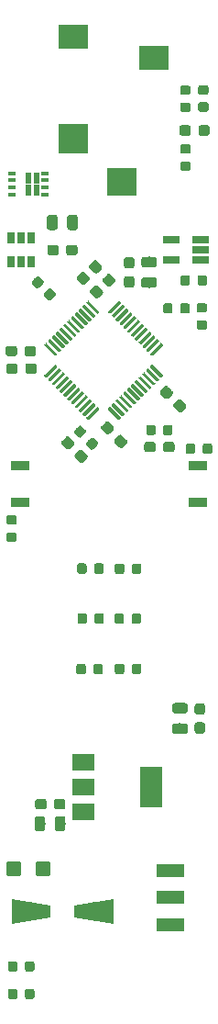
<source format=gbr>
G04 #@! TF.GenerationSoftware,KiCad,Pcbnew,(5.1.0)-1*
G04 #@! TF.CreationDate,2019-05-27T20:51:44+02:00*
G04 #@! TF.ProjectId,WELLER,57454c4c-4552-42e6-9b69-6361645f7063,rev?*
G04 #@! TF.SameCoordinates,Original*
G04 #@! TF.FileFunction,Paste,Top*
G04 #@! TF.FilePolarity,Positive*
%FSLAX46Y46*%
G04 Gerber Fmt 4.6, Leading zero omitted, Abs format (unit mm)*
G04 Created by KiCad (PCBNEW (5.1.0)-1) date 2019-05-27 20:51:44*
%MOMM*%
%LPD*%
G04 APERTURE LIST*
%ADD10C,0.100000*%
%ADD11C,0.875000*%
%ADD12C,0.950000*%
%ADD13C,0.300000*%
%ADD14C,0.975000*%
%ADD15R,1.700000X0.900000*%
%ADD16R,2.500000X1.250000*%
%ADD17R,2.800000X2.800000*%
%ADD18R,2.800000X2.600000*%
%ADD19R,2.800000X2.200000*%
%ADD20C,1.676868*%
%ADD21C,1.350000*%
%ADD22R,1.560000X0.650000*%
%ADD23R,0.650000X1.060000*%
%ADD24R,2.000000X1.500000*%
%ADD25R,2.000000X3.800000*%
%ADD26R,0.600000X1.000000*%
%ADD27R,0.700000X0.420000*%
G04 APERTURE END LIST*
D10*
G36*
X124607605Y-53063874D02*
G01*
X124628840Y-53067024D01*
X124649664Y-53072240D01*
X124669876Y-53079472D01*
X124689282Y-53088651D01*
X124707695Y-53099687D01*
X124724938Y-53112475D01*
X124740844Y-53126891D01*
X125050203Y-53436250D01*
X125064619Y-53452156D01*
X125077407Y-53469399D01*
X125088443Y-53487812D01*
X125097622Y-53507218D01*
X125104854Y-53527430D01*
X125110070Y-53548254D01*
X125113220Y-53569489D01*
X125114273Y-53590930D01*
X125113220Y-53612371D01*
X125110070Y-53633606D01*
X125104854Y-53654430D01*
X125097622Y-53674642D01*
X125088443Y-53694048D01*
X125077407Y-53712461D01*
X125064619Y-53729704D01*
X125050203Y-53745610D01*
X124687810Y-54108003D01*
X124671904Y-54122419D01*
X124654661Y-54135207D01*
X124636248Y-54146243D01*
X124616842Y-54155422D01*
X124596630Y-54162654D01*
X124575806Y-54167870D01*
X124554571Y-54171020D01*
X124533130Y-54172073D01*
X124511689Y-54171020D01*
X124490454Y-54167870D01*
X124469630Y-54162654D01*
X124449418Y-54155422D01*
X124430012Y-54146243D01*
X124411599Y-54135207D01*
X124394356Y-54122419D01*
X124378450Y-54108003D01*
X124069091Y-53798644D01*
X124054675Y-53782738D01*
X124041887Y-53765495D01*
X124030851Y-53747082D01*
X124021672Y-53727676D01*
X124014440Y-53707464D01*
X124009224Y-53686640D01*
X124006074Y-53665405D01*
X124005021Y-53643964D01*
X124006074Y-53622523D01*
X124009224Y-53601288D01*
X124014440Y-53580464D01*
X124021672Y-53560252D01*
X124030851Y-53540846D01*
X124041887Y-53522433D01*
X124054675Y-53505190D01*
X124069091Y-53489284D01*
X124431484Y-53126891D01*
X124447390Y-53112475D01*
X124464633Y-53099687D01*
X124483046Y-53088651D01*
X124502452Y-53079472D01*
X124522664Y-53072240D01*
X124543488Y-53067024D01*
X124564723Y-53063874D01*
X124586164Y-53062821D01*
X124607605Y-53063874D01*
X124607605Y-53063874D01*
G37*
D11*
X124559647Y-53617447D03*
D10*
G36*
X123493911Y-51950180D02*
G01*
X123515146Y-51953330D01*
X123535970Y-51958546D01*
X123556182Y-51965778D01*
X123575588Y-51974957D01*
X123594001Y-51985993D01*
X123611244Y-51998781D01*
X123627150Y-52013197D01*
X123936509Y-52322556D01*
X123950925Y-52338462D01*
X123963713Y-52355705D01*
X123974749Y-52374118D01*
X123983928Y-52393524D01*
X123991160Y-52413736D01*
X123996376Y-52434560D01*
X123999526Y-52455795D01*
X124000579Y-52477236D01*
X123999526Y-52498677D01*
X123996376Y-52519912D01*
X123991160Y-52540736D01*
X123983928Y-52560948D01*
X123974749Y-52580354D01*
X123963713Y-52598767D01*
X123950925Y-52616010D01*
X123936509Y-52631916D01*
X123574116Y-52994309D01*
X123558210Y-53008725D01*
X123540967Y-53021513D01*
X123522554Y-53032549D01*
X123503148Y-53041728D01*
X123482936Y-53048960D01*
X123462112Y-53054176D01*
X123440877Y-53057326D01*
X123419436Y-53058379D01*
X123397995Y-53057326D01*
X123376760Y-53054176D01*
X123355936Y-53048960D01*
X123335724Y-53041728D01*
X123316318Y-53032549D01*
X123297905Y-53021513D01*
X123280662Y-53008725D01*
X123264756Y-52994309D01*
X122955397Y-52684950D01*
X122940981Y-52669044D01*
X122928193Y-52651801D01*
X122917157Y-52633388D01*
X122907978Y-52613982D01*
X122900746Y-52593770D01*
X122895530Y-52572946D01*
X122892380Y-52551711D01*
X122891327Y-52530270D01*
X122892380Y-52508829D01*
X122895530Y-52487594D01*
X122900746Y-52466770D01*
X122907978Y-52446558D01*
X122917157Y-52427152D01*
X122928193Y-52408739D01*
X122940981Y-52391496D01*
X122955397Y-52375590D01*
X123317790Y-52013197D01*
X123333696Y-51998781D01*
X123350939Y-51985993D01*
X123369352Y-51974957D01*
X123388758Y-51965778D01*
X123408970Y-51958546D01*
X123429794Y-51953330D01*
X123451029Y-51950180D01*
X123472470Y-51949127D01*
X123493911Y-51950180D01*
X123493911Y-51950180D01*
G37*
D11*
X123445953Y-52503753D03*
D10*
G36*
X138690779Y-91311144D02*
G01*
X138713834Y-91314563D01*
X138736443Y-91320227D01*
X138758387Y-91328079D01*
X138779457Y-91338044D01*
X138799448Y-91350026D01*
X138818168Y-91363910D01*
X138835438Y-91379562D01*
X138851090Y-91396832D01*
X138864974Y-91415552D01*
X138876956Y-91435543D01*
X138886921Y-91456613D01*
X138894773Y-91478557D01*
X138900437Y-91501166D01*
X138903856Y-91524221D01*
X138905000Y-91547500D01*
X138905000Y-92122500D01*
X138903856Y-92145779D01*
X138900437Y-92168834D01*
X138894773Y-92191443D01*
X138886921Y-92213387D01*
X138876956Y-92234457D01*
X138864974Y-92254448D01*
X138851090Y-92273168D01*
X138835438Y-92290438D01*
X138818168Y-92306090D01*
X138799448Y-92319974D01*
X138779457Y-92331956D01*
X138758387Y-92341921D01*
X138736443Y-92349773D01*
X138713834Y-92355437D01*
X138690779Y-92358856D01*
X138667500Y-92360000D01*
X138192500Y-92360000D01*
X138169221Y-92358856D01*
X138146166Y-92355437D01*
X138123557Y-92349773D01*
X138101613Y-92341921D01*
X138080543Y-92331956D01*
X138060552Y-92319974D01*
X138041832Y-92306090D01*
X138024562Y-92290438D01*
X138008910Y-92273168D01*
X137995026Y-92254448D01*
X137983044Y-92234457D01*
X137973079Y-92213387D01*
X137965227Y-92191443D01*
X137959563Y-92168834D01*
X137956144Y-92145779D01*
X137955000Y-92122500D01*
X137955000Y-91547500D01*
X137956144Y-91524221D01*
X137959563Y-91501166D01*
X137965227Y-91478557D01*
X137973079Y-91456613D01*
X137983044Y-91435543D01*
X137995026Y-91415552D01*
X138008910Y-91396832D01*
X138024562Y-91379562D01*
X138041832Y-91363910D01*
X138060552Y-91350026D01*
X138080543Y-91338044D01*
X138101613Y-91328079D01*
X138123557Y-91320227D01*
X138146166Y-91314563D01*
X138169221Y-91311144D01*
X138192500Y-91310000D01*
X138667500Y-91310000D01*
X138690779Y-91311144D01*
X138690779Y-91311144D01*
G37*
D12*
X138430000Y-91835000D03*
D10*
G36*
X138690779Y-93061144D02*
G01*
X138713834Y-93064563D01*
X138736443Y-93070227D01*
X138758387Y-93078079D01*
X138779457Y-93088044D01*
X138799448Y-93100026D01*
X138818168Y-93113910D01*
X138835438Y-93129562D01*
X138851090Y-93146832D01*
X138864974Y-93165552D01*
X138876956Y-93185543D01*
X138886921Y-93206613D01*
X138894773Y-93228557D01*
X138900437Y-93251166D01*
X138903856Y-93274221D01*
X138905000Y-93297500D01*
X138905000Y-93872500D01*
X138903856Y-93895779D01*
X138900437Y-93918834D01*
X138894773Y-93941443D01*
X138886921Y-93963387D01*
X138876956Y-93984457D01*
X138864974Y-94004448D01*
X138851090Y-94023168D01*
X138835438Y-94040438D01*
X138818168Y-94056090D01*
X138799448Y-94069974D01*
X138779457Y-94081956D01*
X138758387Y-94091921D01*
X138736443Y-94099773D01*
X138713834Y-94105437D01*
X138690779Y-94108856D01*
X138667500Y-94110000D01*
X138192500Y-94110000D01*
X138169221Y-94108856D01*
X138146166Y-94105437D01*
X138123557Y-94099773D01*
X138101613Y-94091921D01*
X138080543Y-94081956D01*
X138060552Y-94069974D01*
X138041832Y-94056090D01*
X138024562Y-94040438D01*
X138008910Y-94023168D01*
X137995026Y-94004448D01*
X137983044Y-93984457D01*
X137973079Y-93963387D01*
X137965227Y-93941443D01*
X137959563Y-93918834D01*
X137956144Y-93895779D01*
X137955000Y-93872500D01*
X137955000Y-93297500D01*
X137956144Y-93274221D01*
X137959563Y-93251166D01*
X137965227Y-93228557D01*
X137973079Y-93206613D01*
X137983044Y-93185543D01*
X137995026Y-93165552D01*
X138008910Y-93146832D01*
X138024562Y-93129562D01*
X138041832Y-93113910D01*
X138060552Y-93100026D01*
X138080543Y-93088044D01*
X138101613Y-93078079D01*
X138123557Y-93070227D01*
X138146166Y-93064563D01*
X138169221Y-93061144D01*
X138192500Y-93060000D01*
X138667500Y-93060000D01*
X138690779Y-93061144D01*
X138690779Y-93061144D01*
G37*
D12*
X138430000Y-93585000D03*
D10*
G36*
X135723691Y-54440853D02*
G01*
X135744926Y-54444003D01*
X135765750Y-54449219D01*
X135785962Y-54456451D01*
X135805368Y-54465630D01*
X135823781Y-54476666D01*
X135841024Y-54489454D01*
X135856930Y-54503870D01*
X135871346Y-54519776D01*
X135884134Y-54537019D01*
X135895170Y-54555432D01*
X135904349Y-54574838D01*
X135911581Y-54595050D01*
X135916797Y-54615874D01*
X135919947Y-54637109D01*
X135921000Y-54658550D01*
X135921000Y-55171050D01*
X135919947Y-55192491D01*
X135916797Y-55213726D01*
X135911581Y-55234550D01*
X135904349Y-55254762D01*
X135895170Y-55274168D01*
X135884134Y-55292581D01*
X135871346Y-55309824D01*
X135856930Y-55325730D01*
X135841024Y-55340146D01*
X135823781Y-55352934D01*
X135805368Y-55363970D01*
X135785962Y-55373149D01*
X135765750Y-55380381D01*
X135744926Y-55385597D01*
X135723691Y-55388747D01*
X135702250Y-55389800D01*
X135264750Y-55389800D01*
X135243309Y-55388747D01*
X135222074Y-55385597D01*
X135201250Y-55380381D01*
X135181038Y-55373149D01*
X135161632Y-55363970D01*
X135143219Y-55352934D01*
X135125976Y-55340146D01*
X135110070Y-55325730D01*
X135095654Y-55309824D01*
X135082866Y-55292581D01*
X135071830Y-55274168D01*
X135062651Y-55254762D01*
X135055419Y-55234550D01*
X135050203Y-55213726D01*
X135047053Y-55192491D01*
X135046000Y-55171050D01*
X135046000Y-54658550D01*
X135047053Y-54637109D01*
X135050203Y-54615874D01*
X135055419Y-54595050D01*
X135062651Y-54574838D01*
X135071830Y-54555432D01*
X135082866Y-54537019D01*
X135095654Y-54519776D01*
X135110070Y-54503870D01*
X135125976Y-54489454D01*
X135143219Y-54476666D01*
X135161632Y-54465630D01*
X135181038Y-54456451D01*
X135201250Y-54449219D01*
X135222074Y-54444003D01*
X135243309Y-54440853D01*
X135264750Y-54439800D01*
X135702250Y-54439800D01*
X135723691Y-54440853D01*
X135723691Y-54440853D01*
G37*
D11*
X135483500Y-54914800D03*
D10*
G36*
X137298691Y-54440853D02*
G01*
X137319926Y-54444003D01*
X137340750Y-54449219D01*
X137360962Y-54456451D01*
X137380368Y-54465630D01*
X137398781Y-54476666D01*
X137416024Y-54489454D01*
X137431930Y-54503870D01*
X137446346Y-54519776D01*
X137459134Y-54537019D01*
X137470170Y-54555432D01*
X137479349Y-54574838D01*
X137486581Y-54595050D01*
X137491797Y-54615874D01*
X137494947Y-54637109D01*
X137496000Y-54658550D01*
X137496000Y-55171050D01*
X137494947Y-55192491D01*
X137491797Y-55213726D01*
X137486581Y-55234550D01*
X137479349Y-55254762D01*
X137470170Y-55274168D01*
X137459134Y-55292581D01*
X137446346Y-55309824D01*
X137431930Y-55325730D01*
X137416024Y-55340146D01*
X137398781Y-55352934D01*
X137380368Y-55363970D01*
X137360962Y-55373149D01*
X137340750Y-55380381D01*
X137319926Y-55385597D01*
X137298691Y-55388747D01*
X137277250Y-55389800D01*
X136839750Y-55389800D01*
X136818309Y-55388747D01*
X136797074Y-55385597D01*
X136776250Y-55380381D01*
X136756038Y-55373149D01*
X136736632Y-55363970D01*
X136718219Y-55352934D01*
X136700976Y-55340146D01*
X136685070Y-55325730D01*
X136670654Y-55309824D01*
X136657866Y-55292581D01*
X136646830Y-55274168D01*
X136637651Y-55254762D01*
X136630419Y-55234550D01*
X136625203Y-55213726D01*
X136622053Y-55192491D01*
X136621000Y-55171050D01*
X136621000Y-54658550D01*
X136622053Y-54637109D01*
X136625203Y-54615874D01*
X136630419Y-54595050D01*
X136637651Y-54574838D01*
X136646830Y-54555432D01*
X136657866Y-54537019D01*
X136670654Y-54519776D01*
X136685070Y-54503870D01*
X136700976Y-54489454D01*
X136718219Y-54476666D01*
X136736632Y-54465630D01*
X136756038Y-54456451D01*
X136776250Y-54449219D01*
X136797074Y-54444003D01*
X136818309Y-54440853D01*
X136839750Y-54439800D01*
X137277250Y-54439800D01*
X137298691Y-54440853D01*
X137298691Y-54440853D01*
G37*
D11*
X137058500Y-54914800D03*
D10*
G36*
X131111842Y-66559131D02*
G01*
X131134897Y-66562550D01*
X131157506Y-66568214D01*
X131179450Y-66576066D01*
X131200520Y-66586031D01*
X131220511Y-66598013D01*
X131239231Y-66611897D01*
X131256501Y-66627549D01*
X131663087Y-67034135D01*
X131678739Y-67051405D01*
X131692623Y-67070125D01*
X131704605Y-67090116D01*
X131714570Y-67111186D01*
X131722422Y-67133130D01*
X131728086Y-67155739D01*
X131731505Y-67178794D01*
X131732649Y-67202073D01*
X131731505Y-67225352D01*
X131728086Y-67248407D01*
X131722422Y-67271016D01*
X131714570Y-67292960D01*
X131704605Y-67314030D01*
X131692623Y-67334021D01*
X131678739Y-67352741D01*
X131663087Y-67370011D01*
X131327211Y-67705887D01*
X131309941Y-67721539D01*
X131291221Y-67735423D01*
X131271230Y-67747405D01*
X131250160Y-67757370D01*
X131228216Y-67765222D01*
X131205607Y-67770886D01*
X131182552Y-67774305D01*
X131159273Y-67775449D01*
X131135994Y-67774305D01*
X131112939Y-67770886D01*
X131090330Y-67765222D01*
X131068386Y-67757370D01*
X131047316Y-67747405D01*
X131027325Y-67735423D01*
X131008605Y-67721539D01*
X130991335Y-67705887D01*
X130584749Y-67299301D01*
X130569097Y-67282031D01*
X130555213Y-67263311D01*
X130543231Y-67243320D01*
X130533266Y-67222250D01*
X130525414Y-67200306D01*
X130519750Y-67177697D01*
X130516331Y-67154642D01*
X130515187Y-67131363D01*
X130516331Y-67108084D01*
X130519750Y-67085029D01*
X130525414Y-67062420D01*
X130533266Y-67040476D01*
X130543231Y-67019406D01*
X130555213Y-66999415D01*
X130569097Y-66980695D01*
X130584749Y-66963425D01*
X130920625Y-66627549D01*
X130937895Y-66611897D01*
X130956615Y-66598013D01*
X130976606Y-66586031D01*
X130997676Y-66576066D01*
X131019620Y-66568214D01*
X131042229Y-66562550D01*
X131065284Y-66559131D01*
X131088563Y-66557987D01*
X131111842Y-66559131D01*
X131111842Y-66559131D01*
G37*
D12*
X131123918Y-67166718D03*
D10*
G36*
X129874406Y-65321695D02*
G01*
X129897461Y-65325114D01*
X129920070Y-65330778D01*
X129942014Y-65338630D01*
X129963084Y-65348595D01*
X129983075Y-65360577D01*
X130001795Y-65374461D01*
X130019065Y-65390113D01*
X130425651Y-65796699D01*
X130441303Y-65813969D01*
X130455187Y-65832689D01*
X130467169Y-65852680D01*
X130477134Y-65873750D01*
X130484986Y-65895694D01*
X130490650Y-65918303D01*
X130494069Y-65941358D01*
X130495213Y-65964637D01*
X130494069Y-65987916D01*
X130490650Y-66010971D01*
X130484986Y-66033580D01*
X130477134Y-66055524D01*
X130467169Y-66076594D01*
X130455187Y-66096585D01*
X130441303Y-66115305D01*
X130425651Y-66132575D01*
X130089775Y-66468451D01*
X130072505Y-66484103D01*
X130053785Y-66497987D01*
X130033794Y-66509969D01*
X130012724Y-66519934D01*
X129990780Y-66527786D01*
X129968171Y-66533450D01*
X129945116Y-66536869D01*
X129921837Y-66538013D01*
X129898558Y-66536869D01*
X129875503Y-66533450D01*
X129852894Y-66527786D01*
X129830950Y-66519934D01*
X129809880Y-66509969D01*
X129789889Y-66497987D01*
X129771169Y-66484103D01*
X129753899Y-66468451D01*
X129347313Y-66061865D01*
X129331661Y-66044595D01*
X129317777Y-66025875D01*
X129305795Y-66005884D01*
X129295830Y-65984814D01*
X129287978Y-65962870D01*
X129282314Y-65940261D01*
X129278895Y-65917206D01*
X129277751Y-65893927D01*
X129278895Y-65870648D01*
X129282314Y-65847593D01*
X129287978Y-65824984D01*
X129295830Y-65803040D01*
X129305795Y-65781970D01*
X129317777Y-65761979D01*
X129331661Y-65743259D01*
X129347313Y-65725989D01*
X129683189Y-65390113D01*
X129700459Y-65374461D01*
X129719179Y-65360577D01*
X129739170Y-65348595D01*
X129760240Y-65338630D01*
X129782184Y-65330778D01*
X129804793Y-65325114D01*
X129827848Y-65321695D01*
X129851127Y-65320551D01*
X129874406Y-65321695D01*
X129874406Y-65321695D01*
G37*
D12*
X129886482Y-65929282D03*
D10*
G36*
X128963988Y-63981746D02*
G01*
X128971269Y-63982826D01*
X128978408Y-63984614D01*
X128985338Y-63987094D01*
X128991992Y-63990241D01*
X128998305Y-63994025D01*
X129004216Y-63998409D01*
X129009670Y-64003352D01*
X129115736Y-64109418D01*
X129120679Y-64114872D01*
X129125063Y-64120783D01*
X129128847Y-64127096D01*
X129131994Y-64133750D01*
X129134474Y-64140680D01*
X129136262Y-64147819D01*
X129137342Y-64155100D01*
X129137703Y-64162451D01*
X129137342Y-64169802D01*
X129136262Y-64177083D01*
X129134474Y-64184222D01*
X129131994Y-64191152D01*
X129128847Y-64197806D01*
X129125063Y-64204119D01*
X129120679Y-64210030D01*
X129115736Y-64215484D01*
X128178820Y-65152400D01*
X128173366Y-65157343D01*
X128167455Y-65161727D01*
X128161142Y-65165511D01*
X128154488Y-65168658D01*
X128147558Y-65171138D01*
X128140419Y-65172926D01*
X128133138Y-65174006D01*
X128125787Y-65174367D01*
X128118436Y-65174006D01*
X128111155Y-65172926D01*
X128104016Y-65171138D01*
X128097086Y-65168658D01*
X128090432Y-65165511D01*
X128084119Y-65161727D01*
X128078208Y-65157343D01*
X128072754Y-65152400D01*
X127966688Y-65046334D01*
X127961745Y-65040880D01*
X127957361Y-65034969D01*
X127953577Y-65028656D01*
X127950430Y-65022002D01*
X127947950Y-65015072D01*
X127946162Y-65007933D01*
X127945082Y-65000652D01*
X127944721Y-64993301D01*
X127945082Y-64985950D01*
X127946162Y-64978669D01*
X127947950Y-64971530D01*
X127950430Y-64964600D01*
X127953577Y-64957946D01*
X127957361Y-64951633D01*
X127961745Y-64945722D01*
X127966688Y-64940268D01*
X128903604Y-64003352D01*
X128909058Y-63998409D01*
X128914969Y-63994025D01*
X128921282Y-63990241D01*
X128927936Y-63987094D01*
X128934866Y-63984614D01*
X128942005Y-63982826D01*
X128949286Y-63981746D01*
X128956637Y-63981385D01*
X128963988Y-63981746D01*
X128963988Y-63981746D01*
G37*
D13*
X128541212Y-64577876D03*
D10*
G36*
X128610434Y-63628192D02*
G01*
X128617715Y-63629272D01*
X128624854Y-63631060D01*
X128631784Y-63633540D01*
X128638438Y-63636687D01*
X128644751Y-63640471D01*
X128650662Y-63644855D01*
X128656116Y-63649798D01*
X128762182Y-63755864D01*
X128767125Y-63761318D01*
X128771509Y-63767229D01*
X128775293Y-63773542D01*
X128778440Y-63780196D01*
X128780920Y-63787126D01*
X128782708Y-63794265D01*
X128783788Y-63801546D01*
X128784149Y-63808897D01*
X128783788Y-63816248D01*
X128782708Y-63823529D01*
X128780920Y-63830668D01*
X128778440Y-63837598D01*
X128775293Y-63844252D01*
X128771509Y-63850565D01*
X128767125Y-63856476D01*
X128762182Y-63861930D01*
X127825266Y-64798846D01*
X127819812Y-64803789D01*
X127813901Y-64808173D01*
X127807588Y-64811957D01*
X127800934Y-64815104D01*
X127794004Y-64817584D01*
X127786865Y-64819372D01*
X127779584Y-64820452D01*
X127772233Y-64820813D01*
X127764882Y-64820452D01*
X127757601Y-64819372D01*
X127750462Y-64817584D01*
X127743532Y-64815104D01*
X127736878Y-64811957D01*
X127730565Y-64808173D01*
X127724654Y-64803789D01*
X127719200Y-64798846D01*
X127613134Y-64692780D01*
X127608191Y-64687326D01*
X127603807Y-64681415D01*
X127600023Y-64675102D01*
X127596876Y-64668448D01*
X127594396Y-64661518D01*
X127592608Y-64654379D01*
X127591528Y-64647098D01*
X127591167Y-64639747D01*
X127591528Y-64632396D01*
X127592608Y-64625115D01*
X127594396Y-64617976D01*
X127596876Y-64611046D01*
X127600023Y-64604392D01*
X127603807Y-64598079D01*
X127608191Y-64592168D01*
X127613134Y-64586714D01*
X128550050Y-63649798D01*
X128555504Y-63644855D01*
X128561415Y-63640471D01*
X128567728Y-63636687D01*
X128574382Y-63633540D01*
X128581312Y-63631060D01*
X128588451Y-63629272D01*
X128595732Y-63628192D01*
X128603083Y-63627831D01*
X128610434Y-63628192D01*
X128610434Y-63628192D01*
G37*
D13*
X128187658Y-64224322D03*
D10*
G36*
X128256881Y-63274639D02*
G01*
X128264162Y-63275719D01*
X128271301Y-63277507D01*
X128278231Y-63279987D01*
X128284885Y-63283134D01*
X128291198Y-63286918D01*
X128297109Y-63291302D01*
X128302563Y-63296245D01*
X128408629Y-63402311D01*
X128413572Y-63407765D01*
X128417956Y-63413676D01*
X128421740Y-63419989D01*
X128424887Y-63426643D01*
X128427367Y-63433573D01*
X128429155Y-63440712D01*
X128430235Y-63447993D01*
X128430596Y-63455344D01*
X128430235Y-63462695D01*
X128429155Y-63469976D01*
X128427367Y-63477115D01*
X128424887Y-63484045D01*
X128421740Y-63490699D01*
X128417956Y-63497012D01*
X128413572Y-63502923D01*
X128408629Y-63508377D01*
X127471713Y-64445293D01*
X127466259Y-64450236D01*
X127460348Y-64454620D01*
X127454035Y-64458404D01*
X127447381Y-64461551D01*
X127440451Y-64464031D01*
X127433312Y-64465819D01*
X127426031Y-64466899D01*
X127418680Y-64467260D01*
X127411329Y-64466899D01*
X127404048Y-64465819D01*
X127396909Y-64464031D01*
X127389979Y-64461551D01*
X127383325Y-64458404D01*
X127377012Y-64454620D01*
X127371101Y-64450236D01*
X127365647Y-64445293D01*
X127259581Y-64339227D01*
X127254638Y-64333773D01*
X127250254Y-64327862D01*
X127246470Y-64321549D01*
X127243323Y-64314895D01*
X127240843Y-64307965D01*
X127239055Y-64300826D01*
X127237975Y-64293545D01*
X127237614Y-64286194D01*
X127237975Y-64278843D01*
X127239055Y-64271562D01*
X127240843Y-64264423D01*
X127243323Y-64257493D01*
X127246470Y-64250839D01*
X127250254Y-64244526D01*
X127254638Y-64238615D01*
X127259581Y-64233161D01*
X128196497Y-63296245D01*
X128201951Y-63291302D01*
X128207862Y-63286918D01*
X128214175Y-63283134D01*
X128220829Y-63279987D01*
X128227759Y-63277507D01*
X128234898Y-63275719D01*
X128242179Y-63274639D01*
X128249530Y-63274278D01*
X128256881Y-63274639D01*
X128256881Y-63274639D01*
G37*
D13*
X127834105Y-63870769D03*
D10*
G36*
X127903327Y-62921085D02*
G01*
X127910608Y-62922165D01*
X127917747Y-62923953D01*
X127924677Y-62926433D01*
X127931331Y-62929580D01*
X127937644Y-62933364D01*
X127943555Y-62937748D01*
X127949009Y-62942691D01*
X128055075Y-63048757D01*
X128060018Y-63054211D01*
X128064402Y-63060122D01*
X128068186Y-63066435D01*
X128071333Y-63073089D01*
X128073813Y-63080019D01*
X128075601Y-63087158D01*
X128076681Y-63094439D01*
X128077042Y-63101790D01*
X128076681Y-63109141D01*
X128075601Y-63116422D01*
X128073813Y-63123561D01*
X128071333Y-63130491D01*
X128068186Y-63137145D01*
X128064402Y-63143458D01*
X128060018Y-63149369D01*
X128055075Y-63154823D01*
X127118159Y-64091739D01*
X127112705Y-64096682D01*
X127106794Y-64101066D01*
X127100481Y-64104850D01*
X127093827Y-64107997D01*
X127086897Y-64110477D01*
X127079758Y-64112265D01*
X127072477Y-64113345D01*
X127065126Y-64113706D01*
X127057775Y-64113345D01*
X127050494Y-64112265D01*
X127043355Y-64110477D01*
X127036425Y-64107997D01*
X127029771Y-64104850D01*
X127023458Y-64101066D01*
X127017547Y-64096682D01*
X127012093Y-64091739D01*
X126906027Y-63985673D01*
X126901084Y-63980219D01*
X126896700Y-63974308D01*
X126892916Y-63967995D01*
X126889769Y-63961341D01*
X126887289Y-63954411D01*
X126885501Y-63947272D01*
X126884421Y-63939991D01*
X126884060Y-63932640D01*
X126884421Y-63925289D01*
X126885501Y-63918008D01*
X126887289Y-63910869D01*
X126889769Y-63903939D01*
X126892916Y-63897285D01*
X126896700Y-63890972D01*
X126901084Y-63885061D01*
X126906027Y-63879607D01*
X127842943Y-62942691D01*
X127848397Y-62937748D01*
X127854308Y-62933364D01*
X127860621Y-62929580D01*
X127867275Y-62926433D01*
X127874205Y-62923953D01*
X127881344Y-62922165D01*
X127888625Y-62921085D01*
X127895976Y-62920724D01*
X127903327Y-62921085D01*
X127903327Y-62921085D01*
G37*
D13*
X127480551Y-63517215D03*
D10*
G36*
X127549774Y-62567532D02*
G01*
X127557055Y-62568612D01*
X127564194Y-62570400D01*
X127571124Y-62572880D01*
X127577778Y-62576027D01*
X127584091Y-62579811D01*
X127590002Y-62584195D01*
X127595456Y-62589138D01*
X127701522Y-62695204D01*
X127706465Y-62700658D01*
X127710849Y-62706569D01*
X127714633Y-62712882D01*
X127717780Y-62719536D01*
X127720260Y-62726466D01*
X127722048Y-62733605D01*
X127723128Y-62740886D01*
X127723489Y-62748237D01*
X127723128Y-62755588D01*
X127722048Y-62762869D01*
X127720260Y-62770008D01*
X127717780Y-62776938D01*
X127714633Y-62783592D01*
X127710849Y-62789905D01*
X127706465Y-62795816D01*
X127701522Y-62801270D01*
X126764606Y-63738186D01*
X126759152Y-63743129D01*
X126753241Y-63747513D01*
X126746928Y-63751297D01*
X126740274Y-63754444D01*
X126733344Y-63756924D01*
X126726205Y-63758712D01*
X126718924Y-63759792D01*
X126711573Y-63760153D01*
X126704222Y-63759792D01*
X126696941Y-63758712D01*
X126689802Y-63756924D01*
X126682872Y-63754444D01*
X126676218Y-63751297D01*
X126669905Y-63747513D01*
X126663994Y-63743129D01*
X126658540Y-63738186D01*
X126552474Y-63632120D01*
X126547531Y-63626666D01*
X126543147Y-63620755D01*
X126539363Y-63614442D01*
X126536216Y-63607788D01*
X126533736Y-63600858D01*
X126531948Y-63593719D01*
X126530868Y-63586438D01*
X126530507Y-63579087D01*
X126530868Y-63571736D01*
X126531948Y-63564455D01*
X126533736Y-63557316D01*
X126536216Y-63550386D01*
X126539363Y-63543732D01*
X126543147Y-63537419D01*
X126547531Y-63531508D01*
X126552474Y-63526054D01*
X127489390Y-62589138D01*
X127494844Y-62584195D01*
X127500755Y-62579811D01*
X127507068Y-62576027D01*
X127513722Y-62572880D01*
X127520652Y-62570400D01*
X127527791Y-62568612D01*
X127535072Y-62567532D01*
X127542423Y-62567171D01*
X127549774Y-62567532D01*
X127549774Y-62567532D01*
G37*
D13*
X127126998Y-63163662D03*
D10*
G36*
X127196221Y-62213979D02*
G01*
X127203502Y-62215059D01*
X127210641Y-62216847D01*
X127217571Y-62219327D01*
X127224225Y-62222474D01*
X127230538Y-62226258D01*
X127236449Y-62230642D01*
X127241903Y-62235585D01*
X127347969Y-62341651D01*
X127352912Y-62347105D01*
X127357296Y-62353016D01*
X127361080Y-62359329D01*
X127364227Y-62365983D01*
X127366707Y-62372913D01*
X127368495Y-62380052D01*
X127369575Y-62387333D01*
X127369936Y-62394684D01*
X127369575Y-62402035D01*
X127368495Y-62409316D01*
X127366707Y-62416455D01*
X127364227Y-62423385D01*
X127361080Y-62430039D01*
X127357296Y-62436352D01*
X127352912Y-62442263D01*
X127347969Y-62447717D01*
X126411053Y-63384633D01*
X126405599Y-63389576D01*
X126399688Y-63393960D01*
X126393375Y-63397744D01*
X126386721Y-63400891D01*
X126379791Y-63403371D01*
X126372652Y-63405159D01*
X126365371Y-63406239D01*
X126358020Y-63406600D01*
X126350669Y-63406239D01*
X126343388Y-63405159D01*
X126336249Y-63403371D01*
X126329319Y-63400891D01*
X126322665Y-63397744D01*
X126316352Y-63393960D01*
X126310441Y-63389576D01*
X126304987Y-63384633D01*
X126198921Y-63278567D01*
X126193978Y-63273113D01*
X126189594Y-63267202D01*
X126185810Y-63260889D01*
X126182663Y-63254235D01*
X126180183Y-63247305D01*
X126178395Y-63240166D01*
X126177315Y-63232885D01*
X126176954Y-63225534D01*
X126177315Y-63218183D01*
X126178395Y-63210902D01*
X126180183Y-63203763D01*
X126182663Y-63196833D01*
X126185810Y-63190179D01*
X126189594Y-63183866D01*
X126193978Y-63177955D01*
X126198921Y-63172501D01*
X127135837Y-62235585D01*
X127141291Y-62230642D01*
X127147202Y-62226258D01*
X127153515Y-62222474D01*
X127160169Y-62219327D01*
X127167099Y-62216847D01*
X127174238Y-62215059D01*
X127181519Y-62213979D01*
X127188870Y-62213618D01*
X127196221Y-62213979D01*
X127196221Y-62213979D01*
G37*
D13*
X126773445Y-62810109D03*
D10*
G36*
X126842667Y-61860425D02*
G01*
X126849948Y-61861505D01*
X126857087Y-61863293D01*
X126864017Y-61865773D01*
X126870671Y-61868920D01*
X126876984Y-61872704D01*
X126882895Y-61877088D01*
X126888349Y-61882031D01*
X126994415Y-61988097D01*
X126999358Y-61993551D01*
X127003742Y-61999462D01*
X127007526Y-62005775D01*
X127010673Y-62012429D01*
X127013153Y-62019359D01*
X127014941Y-62026498D01*
X127016021Y-62033779D01*
X127016382Y-62041130D01*
X127016021Y-62048481D01*
X127014941Y-62055762D01*
X127013153Y-62062901D01*
X127010673Y-62069831D01*
X127007526Y-62076485D01*
X127003742Y-62082798D01*
X126999358Y-62088709D01*
X126994415Y-62094163D01*
X126057499Y-63031079D01*
X126052045Y-63036022D01*
X126046134Y-63040406D01*
X126039821Y-63044190D01*
X126033167Y-63047337D01*
X126026237Y-63049817D01*
X126019098Y-63051605D01*
X126011817Y-63052685D01*
X126004466Y-63053046D01*
X125997115Y-63052685D01*
X125989834Y-63051605D01*
X125982695Y-63049817D01*
X125975765Y-63047337D01*
X125969111Y-63044190D01*
X125962798Y-63040406D01*
X125956887Y-63036022D01*
X125951433Y-63031079D01*
X125845367Y-62925013D01*
X125840424Y-62919559D01*
X125836040Y-62913648D01*
X125832256Y-62907335D01*
X125829109Y-62900681D01*
X125826629Y-62893751D01*
X125824841Y-62886612D01*
X125823761Y-62879331D01*
X125823400Y-62871980D01*
X125823761Y-62864629D01*
X125824841Y-62857348D01*
X125826629Y-62850209D01*
X125829109Y-62843279D01*
X125832256Y-62836625D01*
X125836040Y-62830312D01*
X125840424Y-62824401D01*
X125845367Y-62818947D01*
X126782283Y-61882031D01*
X126787737Y-61877088D01*
X126793648Y-61872704D01*
X126799961Y-61868920D01*
X126806615Y-61865773D01*
X126813545Y-61863293D01*
X126820684Y-61861505D01*
X126827965Y-61860425D01*
X126835316Y-61860064D01*
X126842667Y-61860425D01*
X126842667Y-61860425D01*
G37*
D13*
X126419891Y-62456555D03*
D10*
G36*
X126489114Y-61506872D02*
G01*
X126496395Y-61507952D01*
X126503534Y-61509740D01*
X126510464Y-61512220D01*
X126517118Y-61515367D01*
X126523431Y-61519151D01*
X126529342Y-61523535D01*
X126534796Y-61528478D01*
X126640862Y-61634544D01*
X126645805Y-61639998D01*
X126650189Y-61645909D01*
X126653973Y-61652222D01*
X126657120Y-61658876D01*
X126659600Y-61665806D01*
X126661388Y-61672945D01*
X126662468Y-61680226D01*
X126662829Y-61687577D01*
X126662468Y-61694928D01*
X126661388Y-61702209D01*
X126659600Y-61709348D01*
X126657120Y-61716278D01*
X126653973Y-61722932D01*
X126650189Y-61729245D01*
X126645805Y-61735156D01*
X126640862Y-61740610D01*
X125703946Y-62677526D01*
X125698492Y-62682469D01*
X125692581Y-62686853D01*
X125686268Y-62690637D01*
X125679614Y-62693784D01*
X125672684Y-62696264D01*
X125665545Y-62698052D01*
X125658264Y-62699132D01*
X125650913Y-62699493D01*
X125643562Y-62699132D01*
X125636281Y-62698052D01*
X125629142Y-62696264D01*
X125622212Y-62693784D01*
X125615558Y-62690637D01*
X125609245Y-62686853D01*
X125603334Y-62682469D01*
X125597880Y-62677526D01*
X125491814Y-62571460D01*
X125486871Y-62566006D01*
X125482487Y-62560095D01*
X125478703Y-62553782D01*
X125475556Y-62547128D01*
X125473076Y-62540198D01*
X125471288Y-62533059D01*
X125470208Y-62525778D01*
X125469847Y-62518427D01*
X125470208Y-62511076D01*
X125471288Y-62503795D01*
X125473076Y-62496656D01*
X125475556Y-62489726D01*
X125478703Y-62483072D01*
X125482487Y-62476759D01*
X125486871Y-62470848D01*
X125491814Y-62465394D01*
X126428730Y-61528478D01*
X126434184Y-61523535D01*
X126440095Y-61519151D01*
X126446408Y-61515367D01*
X126453062Y-61512220D01*
X126459992Y-61509740D01*
X126467131Y-61507952D01*
X126474412Y-61506872D01*
X126481763Y-61506511D01*
X126489114Y-61506872D01*
X126489114Y-61506872D01*
G37*
D13*
X126066338Y-62103002D03*
D10*
G36*
X126135561Y-61153319D02*
G01*
X126142842Y-61154399D01*
X126149981Y-61156187D01*
X126156911Y-61158667D01*
X126163565Y-61161814D01*
X126169878Y-61165598D01*
X126175789Y-61169982D01*
X126181243Y-61174925D01*
X126287309Y-61280991D01*
X126292252Y-61286445D01*
X126296636Y-61292356D01*
X126300420Y-61298669D01*
X126303567Y-61305323D01*
X126306047Y-61312253D01*
X126307835Y-61319392D01*
X126308915Y-61326673D01*
X126309276Y-61334024D01*
X126308915Y-61341375D01*
X126307835Y-61348656D01*
X126306047Y-61355795D01*
X126303567Y-61362725D01*
X126300420Y-61369379D01*
X126296636Y-61375692D01*
X126292252Y-61381603D01*
X126287309Y-61387057D01*
X125350393Y-62323973D01*
X125344939Y-62328916D01*
X125339028Y-62333300D01*
X125332715Y-62337084D01*
X125326061Y-62340231D01*
X125319131Y-62342711D01*
X125311992Y-62344499D01*
X125304711Y-62345579D01*
X125297360Y-62345940D01*
X125290009Y-62345579D01*
X125282728Y-62344499D01*
X125275589Y-62342711D01*
X125268659Y-62340231D01*
X125262005Y-62337084D01*
X125255692Y-62333300D01*
X125249781Y-62328916D01*
X125244327Y-62323973D01*
X125138261Y-62217907D01*
X125133318Y-62212453D01*
X125128934Y-62206542D01*
X125125150Y-62200229D01*
X125122003Y-62193575D01*
X125119523Y-62186645D01*
X125117735Y-62179506D01*
X125116655Y-62172225D01*
X125116294Y-62164874D01*
X125116655Y-62157523D01*
X125117735Y-62150242D01*
X125119523Y-62143103D01*
X125122003Y-62136173D01*
X125125150Y-62129519D01*
X125128934Y-62123206D01*
X125133318Y-62117295D01*
X125138261Y-62111841D01*
X126075177Y-61174925D01*
X126080631Y-61169982D01*
X126086542Y-61165598D01*
X126092855Y-61161814D01*
X126099509Y-61158667D01*
X126106439Y-61156187D01*
X126113578Y-61154399D01*
X126120859Y-61153319D01*
X126128210Y-61152958D01*
X126135561Y-61153319D01*
X126135561Y-61153319D01*
G37*
D13*
X125712785Y-61749449D03*
D10*
G36*
X125782007Y-60799765D02*
G01*
X125789288Y-60800845D01*
X125796427Y-60802633D01*
X125803357Y-60805113D01*
X125810011Y-60808260D01*
X125816324Y-60812044D01*
X125822235Y-60816428D01*
X125827689Y-60821371D01*
X125933755Y-60927437D01*
X125938698Y-60932891D01*
X125943082Y-60938802D01*
X125946866Y-60945115D01*
X125950013Y-60951769D01*
X125952493Y-60958699D01*
X125954281Y-60965838D01*
X125955361Y-60973119D01*
X125955722Y-60980470D01*
X125955361Y-60987821D01*
X125954281Y-60995102D01*
X125952493Y-61002241D01*
X125950013Y-61009171D01*
X125946866Y-61015825D01*
X125943082Y-61022138D01*
X125938698Y-61028049D01*
X125933755Y-61033503D01*
X124996839Y-61970419D01*
X124991385Y-61975362D01*
X124985474Y-61979746D01*
X124979161Y-61983530D01*
X124972507Y-61986677D01*
X124965577Y-61989157D01*
X124958438Y-61990945D01*
X124951157Y-61992025D01*
X124943806Y-61992386D01*
X124936455Y-61992025D01*
X124929174Y-61990945D01*
X124922035Y-61989157D01*
X124915105Y-61986677D01*
X124908451Y-61983530D01*
X124902138Y-61979746D01*
X124896227Y-61975362D01*
X124890773Y-61970419D01*
X124784707Y-61864353D01*
X124779764Y-61858899D01*
X124775380Y-61852988D01*
X124771596Y-61846675D01*
X124768449Y-61840021D01*
X124765969Y-61833091D01*
X124764181Y-61825952D01*
X124763101Y-61818671D01*
X124762740Y-61811320D01*
X124763101Y-61803969D01*
X124764181Y-61796688D01*
X124765969Y-61789549D01*
X124768449Y-61782619D01*
X124771596Y-61775965D01*
X124775380Y-61769652D01*
X124779764Y-61763741D01*
X124784707Y-61758287D01*
X125721623Y-60821371D01*
X125727077Y-60816428D01*
X125732988Y-60812044D01*
X125739301Y-60808260D01*
X125745955Y-60805113D01*
X125752885Y-60802633D01*
X125760024Y-60800845D01*
X125767305Y-60799765D01*
X125774656Y-60799404D01*
X125782007Y-60799765D01*
X125782007Y-60799765D01*
G37*
D13*
X125359231Y-61395895D03*
D10*
G36*
X125428454Y-60446212D02*
G01*
X125435735Y-60447292D01*
X125442874Y-60449080D01*
X125449804Y-60451560D01*
X125456458Y-60454707D01*
X125462771Y-60458491D01*
X125468682Y-60462875D01*
X125474136Y-60467818D01*
X125580202Y-60573884D01*
X125585145Y-60579338D01*
X125589529Y-60585249D01*
X125593313Y-60591562D01*
X125596460Y-60598216D01*
X125598940Y-60605146D01*
X125600728Y-60612285D01*
X125601808Y-60619566D01*
X125602169Y-60626917D01*
X125601808Y-60634268D01*
X125600728Y-60641549D01*
X125598940Y-60648688D01*
X125596460Y-60655618D01*
X125593313Y-60662272D01*
X125589529Y-60668585D01*
X125585145Y-60674496D01*
X125580202Y-60679950D01*
X124643286Y-61616866D01*
X124637832Y-61621809D01*
X124631921Y-61626193D01*
X124625608Y-61629977D01*
X124618954Y-61633124D01*
X124612024Y-61635604D01*
X124604885Y-61637392D01*
X124597604Y-61638472D01*
X124590253Y-61638833D01*
X124582902Y-61638472D01*
X124575621Y-61637392D01*
X124568482Y-61635604D01*
X124561552Y-61633124D01*
X124554898Y-61629977D01*
X124548585Y-61626193D01*
X124542674Y-61621809D01*
X124537220Y-61616866D01*
X124431154Y-61510800D01*
X124426211Y-61505346D01*
X124421827Y-61499435D01*
X124418043Y-61493122D01*
X124414896Y-61486468D01*
X124412416Y-61479538D01*
X124410628Y-61472399D01*
X124409548Y-61465118D01*
X124409187Y-61457767D01*
X124409548Y-61450416D01*
X124410628Y-61443135D01*
X124412416Y-61435996D01*
X124414896Y-61429066D01*
X124418043Y-61422412D01*
X124421827Y-61416099D01*
X124426211Y-61410188D01*
X124431154Y-61404734D01*
X125368070Y-60467818D01*
X125373524Y-60462875D01*
X125379435Y-60458491D01*
X125385748Y-60454707D01*
X125392402Y-60451560D01*
X125399332Y-60449080D01*
X125406471Y-60447292D01*
X125413752Y-60446212D01*
X125421103Y-60445851D01*
X125428454Y-60446212D01*
X125428454Y-60446212D01*
G37*
D13*
X125005678Y-61042342D03*
D10*
G36*
X125074900Y-60092658D02*
G01*
X125082181Y-60093738D01*
X125089320Y-60095526D01*
X125096250Y-60098006D01*
X125102904Y-60101153D01*
X125109217Y-60104937D01*
X125115128Y-60109321D01*
X125120582Y-60114264D01*
X125226648Y-60220330D01*
X125231591Y-60225784D01*
X125235975Y-60231695D01*
X125239759Y-60238008D01*
X125242906Y-60244662D01*
X125245386Y-60251592D01*
X125247174Y-60258731D01*
X125248254Y-60266012D01*
X125248615Y-60273363D01*
X125248254Y-60280714D01*
X125247174Y-60287995D01*
X125245386Y-60295134D01*
X125242906Y-60302064D01*
X125239759Y-60308718D01*
X125235975Y-60315031D01*
X125231591Y-60320942D01*
X125226648Y-60326396D01*
X124289732Y-61263312D01*
X124284278Y-61268255D01*
X124278367Y-61272639D01*
X124272054Y-61276423D01*
X124265400Y-61279570D01*
X124258470Y-61282050D01*
X124251331Y-61283838D01*
X124244050Y-61284918D01*
X124236699Y-61285279D01*
X124229348Y-61284918D01*
X124222067Y-61283838D01*
X124214928Y-61282050D01*
X124207998Y-61279570D01*
X124201344Y-61276423D01*
X124195031Y-61272639D01*
X124189120Y-61268255D01*
X124183666Y-61263312D01*
X124077600Y-61157246D01*
X124072657Y-61151792D01*
X124068273Y-61145881D01*
X124064489Y-61139568D01*
X124061342Y-61132914D01*
X124058862Y-61125984D01*
X124057074Y-61118845D01*
X124055994Y-61111564D01*
X124055633Y-61104213D01*
X124055994Y-61096862D01*
X124057074Y-61089581D01*
X124058862Y-61082442D01*
X124061342Y-61075512D01*
X124064489Y-61068858D01*
X124068273Y-61062545D01*
X124072657Y-61056634D01*
X124077600Y-61051180D01*
X125014516Y-60114264D01*
X125019970Y-60109321D01*
X125025881Y-60104937D01*
X125032194Y-60101153D01*
X125038848Y-60098006D01*
X125045778Y-60095526D01*
X125052917Y-60093738D01*
X125060198Y-60092658D01*
X125067549Y-60092297D01*
X125074900Y-60092658D01*
X125074900Y-60092658D01*
G37*
D13*
X124652124Y-60688788D03*
D10*
G36*
X124244050Y-58095082D02*
G01*
X124251331Y-58096162D01*
X124258470Y-58097950D01*
X124265400Y-58100430D01*
X124272054Y-58103577D01*
X124278367Y-58107361D01*
X124284278Y-58111745D01*
X124289732Y-58116688D01*
X125226648Y-59053604D01*
X125231591Y-59059058D01*
X125235975Y-59064969D01*
X125239759Y-59071282D01*
X125242906Y-59077936D01*
X125245386Y-59084866D01*
X125247174Y-59092005D01*
X125248254Y-59099286D01*
X125248615Y-59106637D01*
X125248254Y-59113988D01*
X125247174Y-59121269D01*
X125245386Y-59128408D01*
X125242906Y-59135338D01*
X125239759Y-59141992D01*
X125235975Y-59148305D01*
X125231591Y-59154216D01*
X125226648Y-59159670D01*
X125120582Y-59265736D01*
X125115128Y-59270679D01*
X125109217Y-59275063D01*
X125102904Y-59278847D01*
X125096250Y-59281994D01*
X125089320Y-59284474D01*
X125082181Y-59286262D01*
X125074900Y-59287342D01*
X125067549Y-59287703D01*
X125060198Y-59287342D01*
X125052917Y-59286262D01*
X125045778Y-59284474D01*
X125038848Y-59281994D01*
X125032194Y-59278847D01*
X125025881Y-59275063D01*
X125019970Y-59270679D01*
X125014516Y-59265736D01*
X124077600Y-58328820D01*
X124072657Y-58323366D01*
X124068273Y-58317455D01*
X124064489Y-58311142D01*
X124061342Y-58304488D01*
X124058862Y-58297558D01*
X124057074Y-58290419D01*
X124055994Y-58283138D01*
X124055633Y-58275787D01*
X124055994Y-58268436D01*
X124057074Y-58261155D01*
X124058862Y-58254016D01*
X124061342Y-58247086D01*
X124064489Y-58240432D01*
X124068273Y-58234119D01*
X124072657Y-58228208D01*
X124077600Y-58222754D01*
X124183666Y-58116688D01*
X124189120Y-58111745D01*
X124195031Y-58107361D01*
X124201344Y-58103577D01*
X124207998Y-58100430D01*
X124214928Y-58097950D01*
X124222067Y-58096162D01*
X124229348Y-58095082D01*
X124236699Y-58094721D01*
X124244050Y-58095082D01*
X124244050Y-58095082D01*
G37*
D13*
X124652124Y-58691212D03*
D10*
G36*
X124597604Y-57741528D02*
G01*
X124604885Y-57742608D01*
X124612024Y-57744396D01*
X124618954Y-57746876D01*
X124625608Y-57750023D01*
X124631921Y-57753807D01*
X124637832Y-57758191D01*
X124643286Y-57763134D01*
X125580202Y-58700050D01*
X125585145Y-58705504D01*
X125589529Y-58711415D01*
X125593313Y-58717728D01*
X125596460Y-58724382D01*
X125598940Y-58731312D01*
X125600728Y-58738451D01*
X125601808Y-58745732D01*
X125602169Y-58753083D01*
X125601808Y-58760434D01*
X125600728Y-58767715D01*
X125598940Y-58774854D01*
X125596460Y-58781784D01*
X125593313Y-58788438D01*
X125589529Y-58794751D01*
X125585145Y-58800662D01*
X125580202Y-58806116D01*
X125474136Y-58912182D01*
X125468682Y-58917125D01*
X125462771Y-58921509D01*
X125456458Y-58925293D01*
X125449804Y-58928440D01*
X125442874Y-58930920D01*
X125435735Y-58932708D01*
X125428454Y-58933788D01*
X125421103Y-58934149D01*
X125413752Y-58933788D01*
X125406471Y-58932708D01*
X125399332Y-58930920D01*
X125392402Y-58928440D01*
X125385748Y-58925293D01*
X125379435Y-58921509D01*
X125373524Y-58917125D01*
X125368070Y-58912182D01*
X124431154Y-57975266D01*
X124426211Y-57969812D01*
X124421827Y-57963901D01*
X124418043Y-57957588D01*
X124414896Y-57950934D01*
X124412416Y-57944004D01*
X124410628Y-57936865D01*
X124409548Y-57929584D01*
X124409187Y-57922233D01*
X124409548Y-57914882D01*
X124410628Y-57907601D01*
X124412416Y-57900462D01*
X124414896Y-57893532D01*
X124418043Y-57886878D01*
X124421827Y-57880565D01*
X124426211Y-57874654D01*
X124431154Y-57869200D01*
X124537220Y-57763134D01*
X124542674Y-57758191D01*
X124548585Y-57753807D01*
X124554898Y-57750023D01*
X124561552Y-57746876D01*
X124568482Y-57744396D01*
X124575621Y-57742608D01*
X124582902Y-57741528D01*
X124590253Y-57741167D01*
X124597604Y-57741528D01*
X124597604Y-57741528D01*
G37*
D13*
X125005678Y-58337658D03*
D10*
G36*
X124951157Y-57387975D02*
G01*
X124958438Y-57389055D01*
X124965577Y-57390843D01*
X124972507Y-57393323D01*
X124979161Y-57396470D01*
X124985474Y-57400254D01*
X124991385Y-57404638D01*
X124996839Y-57409581D01*
X125933755Y-58346497D01*
X125938698Y-58351951D01*
X125943082Y-58357862D01*
X125946866Y-58364175D01*
X125950013Y-58370829D01*
X125952493Y-58377759D01*
X125954281Y-58384898D01*
X125955361Y-58392179D01*
X125955722Y-58399530D01*
X125955361Y-58406881D01*
X125954281Y-58414162D01*
X125952493Y-58421301D01*
X125950013Y-58428231D01*
X125946866Y-58434885D01*
X125943082Y-58441198D01*
X125938698Y-58447109D01*
X125933755Y-58452563D01*
X125827689Y-58558629D01*
X125822235Y-58563572D01*
X125816324Y-58567956D01*
X125810011Y-58571740D01*
X125803357Y-58574887D01*
X125796427Y-58577367D01*
X125789288Y-58579155D01*
X125782007Y-58580235D01*
X125774656Y-58580596D01*
X125767305Y-58580235D01*
X125760024Y-58579155D01*
X125752885Y-58577367D01*
X125745955Y-58574887D01*
X125739301Y-58571740D01*
X125732988Y-58567956D01*
X125727077Y-58563572D01*
X125721623Y-58558629D01*
X124784707Y-57621713D01*
X124779764Y-57616259D01*
X124775380Y-57610348D01*
X124771596Y-57604035D01*
X124768449Y-57597381D01*
X124765969Y-57590451D01*
X124764181Y-57583312D01*
X124763101Y-57576031D01*
X124762740Y-57568680D01*
X124763101Y-57561329D01*
X124764181Y-57554048D01*
X124765969Y-57546909D01*
X124768449Y-57539979D01*
X124771596Y-57533325D01*
X124775380Y-57527012D01*
X124779764Y-57521101D01*
X124784707Y-57515647D01*
X124890773Y-57409581D01*
X124896227Y-57404638D01*
X124902138Y-57400254D01*
X124908451Y-57396470D01*
X124915105Y-57393323D01*
X124922035Y-57390843D01*
X124929174Y-57389055D01*
X124936455Y-57387975D01*
X124943806Y-57387614D01*
X124951157Y-57387975D01*
X124951157Y-57387975D01*
G37*
D13*
X125359231Y-57984105D03*
D10*
G36*
X125304711Y-57034421D02*
G01*
X125311992Y-57035501D01*
X125319131Y-57037289D01*
X125326061Y-57039769D01*
X125332715Y-57042916D01*
X125339028Y-57046700D01*
X125344939Y-57051084D01*
X125350393Y-57056027D01*
X126287309Y-57992943D01*
X126292252Y-57998397D01*
X126296636Y-58004308D01*
X126300420Y-58010621D01*
X126303567Y-58017275D01*
X126306047Y-58024205D01*
X126307835Y-58031344D01*
X126308915Y-58038625D01*
X126309276Y-58045976D01*
X126308915Y-58053327D01*
X126307835Y-58060608D01*
X126306047Y-58067747D01*
X126303567Y-58074677D01*
X126300420Y-58081331D01*
X126296636Y-58087644D01*
X126292252Y-58093555D01*
X126287309Y-58099009D01*
X126181243Y-58205075D01*
X126175789Y-58210018D01*
X126169878Y-58214402D01*
X126163565Y-58218186D01*
X126156911Y-58221333D01*
X126149981Y-58223813D01*
X126142842Y-58225601D01*
X126135561Y-58226681D01*
X126128210Y-58227042D01*
X126120859Y-58226681D01*
X126113578Y-58225601D01*
X126106439Y-58223813D01*
X126099509Y-58221333D01*
X126092855Y-58218186D01*
X126086542Y-58214402D01*
X126080631Y-58210018D01*
X126075177Y-58205075D01*
X125138261Y-57268159D01*
X125133318Y-57262705D01*
X125128934Y-57256794D01*
X125125150Y-57250481D01*
X125122003Y-57243827D01*
X125119523Y-57236897D01*
X125117735Y-57229758D01*
X125116655Y-57222477D01*
X125116294Y-57215126D01*
X125116655Y-57207775D01*
X125117735Y-57200494D01*
X125119523Y-57193355D01*
X125122003Y-57186425D01*
X125125150Y-57179771D01*
X125128934Y-57173458D01*
X125133318Y-57167547D01*
X125138261Y-57162093D01*
X125244327Y-57056027D01*
X125249781Y-57051084D01*
X125255692Y-57046700D01*
X125262005Y-57042916D01*
X125268659Y-57039769D01*
X125275589Y-57037289D01*
X125282728Y-57035501D01*
X125290009Y-57034421D01*
X125297360Y-57034060D01*
X125304711Y-57034421D01*
X125304711Y-57034421D01*
G37*
D13*
X125712785Y-57630551D03*
D10*
G36*
X125658264Y-56680868D02*
G01*
X125665545Y-56681948D01*
X125672684Y-56683736D01*
X125679614Y-56686216D01*
X125686268Y-56689363D01*
X125692581Y-56693147D01*
X125698492Y-56697531D01*
X125703946Y-56702474D01*
X126640862Y-57639390D01*
X126645805Y-57644844D01*
X126650189Y-57650755D01*
X126653973Y-57657068D01*
X126657120Y-57663722D01*
X126659600Y-57670652D01*
X126661388Y-57677791D01*
X126662468Y-57685072D01*
X126662829Y-57692423D01*
X126662468Y-57699774D01*
X126661388Y-57707055D01*
X126659600Y-57714194D01*
X126657120Y-57721124D01*
X126653973Y-57727778D01*
X126650189Y-57734091D01*
X126645805Y-57740002D01*
X126640862Y-57745456D01*
X126534796Y-57851522D01*
X126529342Y-57856465D01*
X126523431Y-57860849D01*
X126517118Y-57864633D01*
X126510464Y-57867780D01*
X126503534Y-57870260D01*
X126496395Y-57872048D01*
X126489114Y-57873128D01*
X126481763Y-57873489D01*
X126474412Y-57873128D01*
X126467131Y-57872048D01*
X126459992Y-57870260D01*
X126453062Y-57867780D01*
X126446408Y-57864633D01*
X126440095Y-57860849D01*
X126434184Y-57856465D01*
X126428730Y-57851522D01*
X125491814Y-56914606D01*
X125486871Y-56909152D01*
X125482487Y-56903241D01*
X125478703Y-56896928D01*
X125475556Y-56890274D01*
X125473076Y-56883344D01*
X125471288Y-56876205D01*
X125470208Y-56868924D01*
X125469847Y-56861573D01*
X125470208Y-56854222D01*
X125471288Y-56846941D01*
X125473076Y-56839802D01*
X125475556Y-56832872D01*
X125478703Y-56826218D01*
X125482487Y-56819905D01*
X125486871Y-56813994D01*
X125491814Y-56808540D01*
X125597880Y-56702474D01*
X125603334Y-56697531D01*
X125609245Y-56693147D01*
X125615558Y-56689363D01*
X125622212Y-56686216D01*
X125629142Y-56683736D01*
X125636281Y-56681948D01*
X125643562Y-56680868D01*
X125650913Y-56680507D01*
X125658264Y-56680868D01*
X125658264Y-56680868D01*
G37*
D13*
X126066338Y-57276998D03*
D10*
G36*
X126011817Y-56327315D02*
G01*
X126019098Y-56328395D01*
X126026237Y-56330183D01*
X126033167Y-56332663D01*
X126039821Y-56335810D01*
X126046134Y-56339594D01*
X126052045Y-56343978D01*
X126057499Y-56348921D01*
X126994415Y-57285837D01*
X126999358Y-57291291D01*
X127003742Y-57297202D01*
X127007526Y-57303515D01*
X127010673Y-57310169D01*
X127013153Y-57317099D01*
X127014941Y-57324238D01*
X127016021Y-57331519D01*
X127016382Y-57338870D01*
X127016021Y-57346221D01*
X127014941Y-57353502D01*
X127013153Y-57360641D01*
X127010673Y-57367571D01*
X127007526Y-57374225D01*
X127003742Y-57380538D01*
X126999358Y-57386449D01*
X126994415Y-57391903D01*
X126888349Y-57497969D01*
X126882895Y-57502912D01*
X126876984Y-57507296D01*
X126870671Y-57511080D01*
X126864017Y-57514227D01*
X126857087Y-57516707D01*
X126849948Y-57518495D01*
X126842667Y-57519575D01*
X126835316Y-57519936D01*
X126827965Y-57519575D01*
X126820684Y-57518495D01*
X126813545Y-57516707D01*
X126806615Y-57514227D01*
X126799961Y-57511080D01*
X126793648Y-57507296D01*
X126787737Y-57502912D01*
X126782283Y-57497969D01*
X125845367Y-56561053D01*
X125840424Y-56555599D01*
X125836040Y-56549688D01*
X125832256Y-56543375D01*
X125829109Y-56536721D01*
X125826629Y-56529791D01*
X125824841Y-56522652D01*
X125823761Y-56515371D01*
X125823400Y-56508020D01*
X125823761Y-56500669D01*
X125824841Y-56493388D01*
X125826629Y-56486249D01*
X125829109Y-56479319D01*
X125832256Y-56472665D01*
X125836040Y-56466352D01*
X125840424Y-56460441D01*
X125845367Y-56454987D01*
X125951433Y-56348921D01*
X125956887Y-56343978D01*
X125962798Y-56339594D01*
X125969111Y-56335810D01*
X125975765Y-56332663D01*
X125982695Y-56330183D01*
X125989834Y-56328395D01*
X125997115Y-56327315D01*
X126004466Y-56326954D01*
X126011817Y-56327315D01*
X126011817Y-56327315D01*
G37*
D13*
X126419891Y-56923445D03*
D10*
G36*
X126365371Y-55973761D02*
G01*
X126372652Y-55974841D01*
X126379791Y-55976629D01*
X126386721Y-55979109D01*
X126393375Y-55982256D01*
X126399688Y-55986040D01*
X126405599Y-55990424D01*
X126411053Y-55995367D01*
X127347969Y-56932283D01*
X127352912Y-56937737D01*
X127357296Y-56943648D01*
X127361080Y-56949961D01*
X127364227Y-56956615D01*
X127366707Y-56963545D01*
X127368495Y-56970684D01*
X127369575Y-56977965D01*
X127369936Y-56985316D01*
X127369575Y-56992667D01*
X127368495Y-56999948D01*
X127366707Y-57007087D01*
X127364227Y-57014017D01*
X127361080Y-57020671D01*
X127357296Y-57026984D01*
X127352912Y-57032895D01*
X127347969Y-57038349D01*
X127241903Y-57144415D01*
X127236449Y-57149358D01*
X127230538Y-57153742D01*
X127224225Y-57157526D01*
X127217571Y-57160673D01*
X127210641Y-57163153D01*
X127203502Y-57164941D01*
X127196221Y-57166021D01*
X127188870Y-57166382D01*
X127181519Y-57166021D01*
X127174238Y-57164941D01*
X127167099Y-57163153D01*
X127160169Y-57160673D01*
X127153515Y-57157526D01*
X127147202Y-57153742D01*
X127141291Y-57149358D01*
X127135837Y-57144415D01*
X126198921Y-56207499D01*
X126193978Y-56202045D01*
X126189594Y-56196134D01*
X126185810Y-56189821D01*
X126182663Y-56183167D01*
X126180183Y-56176237D01*
X126178395Y-56169098D01*
X126177315Y-56161817D01*
X126176954Y-56154466D01*
X126177315Y-56147115D01*
X126178395Y-56139834D01*
X126180183Y-56132695D01*
X126182663Y-56125765D01*
X126185810Y-56119111D01*
X126189594Y-56112798D01*
X126193978Y-56106887D01*
X126198921Y-56101433D01*
X126304987Y-55995367D01*
X126310441Y-55990424D01*
X126316352Y-55986040D01*
X126322665Y-55982256D01*
X126329319Y-55979109D01*
X126336249Y-55976629D01*
X126343388Y-55974841D01*
X126350669Y-55973761D01*
X126358020Y-55973400D01*
X126365371Y-55973761D01*
X126365371Y-55973761D01*
G37*
D13*
X126773445Y-56569891D03*
D10*
G36*
X126718924Y-55620208D02*
G01*
X126726205Y-55621288D01*
X126733344Y-55623076D01*
X126740274Y-55625556D01*
X126746928Y-55628703D01*
X126753241Y-55632487D01*
X126759152Y-55636871D01*
X126764606Y-55641814D01*
X127701522Y-56578730D01*
X127706465Y-56584184D01*
X127710849Y-56590095D01*
X127714633Y-56596408D01*
X127717780Y-56603062D01*
X127720260Y-56609992D01*
X127722048Y-56617131D01*
X127723128Y-56624412D01*
X127723489Y-56631763D01*
X127723128Y-56639114D01*
X127722048Y-56646395D01*
X127720260Y-56653534D01*
X127717780Y-56660464D01*
X127714633Y-56667118D01*
X127710849Y-56673431D01*
X127706465Y-56679342D01*
X127701522Y-56684796D01*
X127595456Y-56790862D01*
X127590002Y-56795805D01*
X127584091Y-56800189D01*
X127577778Y-56803973D01*
X127571124Y-56807120D01*
X127564194Y-56809600D01*
X127557055Y-56811388D01*
X127549774Y-56812468D01*
X127542423Y-56812829D01*
X127535072Y-56812468D01*
X127527791Y-56811388D01*
X127520652Y-56809600D01*
X127513722Y-56807120D01*
X127507068Y-56803973D01*
X127500755Y-56800189D01*
X127494844Y-56795805D01*
X127489390Y-56790862D01*
X126552474Y-55853946D01*
X126547531Y-55848492D01*
X126543147Y-55842581D01*
X126539363Y-55836268D01*
X126536216Y-55829614D01*
X126533736Y-55822684D01*
X126531948Y-55815545D01*
X126530868Y-55808264D01*
X126530507Y-55800913D01*
X126530868Y-55793562D01*
X126531948Y-55786281D01*
X126533736Y-55779142D01*
X126536216Y-55772212D01*
X126539363Y-55765558D01*
X126543147Y-55759245D01*
X126547531Y-55753334D01*
X126552474Y-55747880D01*
X126658540Y-55641814D01*
X126663994Y-55636871D01*
X126669905Y-55632487D01*
X126676218Y-55628703D01*
X126682872Y-55625556D01*
X126689802Y-55623076D01*
X126696941Y-55621288D01*
X126704222Y-55620208D01*
X126711573Y-55619847D01*
X126718924Y-55620208D01*
X126718924Y-55620208D01*
G37*
D13*
X127126998Y-56216338D03*
D10*
G36*
X127072477Y-55266655D02*
G01*
X127079758Y-55267735D01*
X127086897Y-55269523D01*
X127093827Y-55272003D01*
X127100481Y-55275150D01*
X127106794Y-55278934D01*
X127112705Y-55283318D01*
X127118159Y-55288261D01*
X128055075Y-56225177D01*
X128060018Y-56230631D01*
X128064402Y-56236542D01*
X128068186Y-56242855D01*
X128071333Y-56249509D01*
X128073813Y-56256439D01*
X128075601Y-56263578D01*
X128076681Y-56270859D01*
X128077042Y-56278210D01*
X128076681Y-56285561D01*
X128075601Y-56292842D01*
X128073813Y-56299981D01*
X128071333Y-56306911D01*
X128068186Y-56313565D01*
X128064402Y-56319878D01*
X128060018Y-56325789D01*
X128055075Y-56331243D01*
X127949009Y-56437309D01*
X127943555Y-56442252D01*
X127937644Y-56446636D01*
X127931331Y-56450420D01*
X127924677Y-56453567D01*
X127917747Y-56456047D01*
X127910608Y-56457835D01*
X127903327Y-56458915D01*
X127895976Y-56459276D01*
X127888625Y-56458915D01*
X127881344Y-56457835D01*
X127874205Y-56456047D01*
X127867275Y-56453567D01*
X127860621Y-56450420D01*
X127854308Y-56446636D01*
X127848397Y-56442252D01*
X127842943Y-56437309D01*
X126906027Y-55500393D01*
X126901084Y-55494939D01*
X126896700Y-55489028D01*
X126892916Y-55482715D01*
X126889769Y-55476061D01*
X126887289Y-55469131D01*
X126885501Y-55461992D01*
X126884421Y-55454711D01*
X126884060Y-55447360D01*
X126884421Y-55440009D01*
X126885501Y-55432728D01*
X126887289Y-55425589D01*
X126889769Y-55418659D01*
X126892916Y-55412005D01*
X126896700Y-55405692D01*
X126901084Y-55399781D01*
X126906027Y-55394327D01*
X127012093Y-55288261D01*
X127017547Y-55283318D01*
X127023458Y-55278934D01*
X127029771Y-55275150D01*
X127036425Y-55272003D01*
X127043355Y-55269523D01*
X127050494Y-55267735D01*
X127057775Y-55266655D01*
X127065126Y-55266294D01*
X127072477Y-55266655D01*
X127072477Y-55266655D01*
G37*
D13*
X127480551Y-55862785D03*
D10*
G36*
X127426031Y-54913101D02*
G01*
X127433312Y-54914181D01*
X127440451Y-54915969D01*
X127447381Y-54918449D01*
X127454035Y-54921596D01*
X127460348Y-54925380D01*
X127466259Y-54929764D01*
X127471713Y-54934707D01*
X128408629Y-55871623D01*
X128413572Y-55877077D01*
X128417956Y-55882988D01*
X128421740Y-55889301D01*
X128424887Y-55895955D01*
X128427367Y-55902885D01*
X128429155Y-55910024D01*
X128430235Y-55917305D01*
X128430596Y-55924656D01*
X128430235Y-55932007D01*
X128429155Y-55939288D01*
X128427367Y-55946427D01*
X128424887Y-55953357D01*
X128421740Y-55960011D01*
X128417956Y-55966324D01*
X128413572Y-55972235D01*
X128408629Y-55977689D01*
X128302563Y-56083755D01*
X128297109Y-56088698D01*
X128291198Y-56093082D01*
X128284885Y-56096866D01*
X128278231Y-56100013D01*
X128271301Y-56102493D01*
X128264162Y-56104281D01*
X128256881Y-56105361D01*
X128249530Y-56105722D01*
X128242179Y-56105361D01*
X128234898Y-56104281D01*
X128227759Y-56102493D01*
X128220829Y-56100013D01*
X128214175Y-56096866D01*
X128207862Y-56093082D01*
X128201951Y-56088698D01*
X128196497Y-56083755D01*
X127259581Y-55146839D01*
X127254638Y-55141385D01*
X127250254Y-55135474D01*
X127246470Y-55129161D01*
X127243323Y-55122507D01*
X127240843Y-55115577D01*
X127239055Y-55108438D01*
X127237975Y-55101157D01*
X127237614Y-55093806D01*
X127237975Y-55086455D01*
X127239055Y-55079174D01*
X127240843Y-55072035D01*
X127243323Y-55065105D01*
X127246470Y-55058451D01*
X127250254Y-55052138D01*
X127254638Y-55046227D01*
X127259581Y-55040773D01*
X127365647Y-54934707D01*
X127371101Y-54929764D01*
X127377012Y-54925380D01*
X127383325Y-54921596D01*
X127389979Y-54918449D01*
X127396909Y-54915969D01*
X127404048Y-54914181D01*
X127411329Y-54913101D01*
X127418680Y-54912740D01*
X127426031Y-54913101D01*
X127426031Y-54913101D01*
G37*
D13*
X127834105Y-55509231D03*
D10*
G36*
X127779584Y-54559548D02*
G01*
X127786865Y-54560628D01*
X127794004Y-54562416D01*
X127800934Y-54564896D01*
X127807588Y-54568043D01*
X127813901Y-54571827D01*
X127819812Y-54576211D01*
X127825266Y-54581154D01*
X128762182Y-55518070D01*
X128767125Y-55523524D01*
X128771509Y-55529435D01*
X128775293Y-55535748D01*
X128778440Y-55542402D01*
X128780920Y-55549332D01*
X128782708Y-55556471D01*
X128783788Y-55563752D01*
X128784149Y-55571103D01*
X128783788Y-55578454D01*
X128782708Y-55585735D01*
X128780920Y-55592874D01*
X128778440Y-55599804D01*
X128775293Y-55606458D01*
X128771509Y-55612771D01*
X128767125Y-55618682D01*
X128762182Y-55624136D01*
X128656116Y-55730202D01*
X128650662Y-55735145D01*
X128644751Y-55739529D01*
X128638438Y-55743313D01*
X128631784Y-55746460D01*
X128624854Y-55748940D01*
X128617715Y-55750728D01*
X128610434Y-55751808D01*
X128603083Y-55752169D01*
X128595732Y-55751808D01*
X128588451Y-55750728D01*
X128581312Y-55748940D01*
X128574382Y-55746460D01*
X128567728Y-55743313D01*
X128561415Y-55739529D01*
X128555504Y-55735145D01*
X128550050Y-55730202D01*
X127613134Y-54793286D01*
X127608191Y-54787832D01*
X127603807Y-54781921D01*
X127600023Y-54775608D01*
X127596876Y-54768954D01*
X127594396Y-54762024D01*
X127592608Y-54754885D01*
X127591528Y-54747604D01*
X127591167Y-54740253D01*
X127591528Y-54732902D01*
X127592608Y-54725621D01*
X127594396Y-54718482D01*
X127596876Y-54711552D01*
X127600023Y-54704898D01*
X127603807Y-54698585D01*
X127608191Y-54692674D01*
X127613134Y-54687220D01*
X127719200Y-54581154D01*
X127724654Y-54576211D01*
X127730565Y-54571827D01*
X127736878Y-54568043D01*
X127743532Y-54564896D01*
X127750462Y-54562416D01*
X127757601Y-54560628D01*
X127764882Y-54559548D01*
X127772233Y-54559187D01*
X127779584Y-54559548D01*
X127779584Y-54559548D01*
G37*
D13*
X128187658Y-55155678D03*
D10*
G36*
X128133138Y-54205994D02*
G01*
X128140419Y-54207074D01*
X128147558Y-54208862D01*
X128154488Y-54211342D01*
X128161142Y-54214489D01*
X128167455Y-54218273D01*
X128173366Y-54222657D01*
X128178820Y-54227600D01*
X129115736Y-55164516D01*
X129120679Y-55169970D01*
X129125063Y-55175881D01*
X129128847Y-55182194D01*
X129131994Y-55188848D01*
X129134474Y-55195778D01*
X129136262Y-55202917D01*
X129137342Y-55210198D01*
X129137703Y-55217549D01*
X129137342Y-55224900D01*
X129136262Y-55232181D01*
X129134474Y-55239320D01*
X129131994Y-55246250D01*
X129128847Y-55252904D01*
X129125063Y-55259217D01*
X129120679Y-55265128D01*
X129115736Y-55270582D01*
X129009670Y-55376648D01*
X129004216Y-55381591D01*
X128998305Y-55385975D01*
X128991992Y-55389759D01*
X128985338Y-55392906D01*
X128978408Y-55395386D01*
X128971269Y-55397174D01*
X128963988Y-55398254D01*
X128956637Y-55398615D01*
X128949286Y-55398254D01*
X128942005Y-55397174D01*
X128934866Y-55395386D01*
X128927936Y-55392906D01*
X128921282Y-55389759D01*
X128914969Y-55385975D01*
X128909058Y-55381591D01*
X128903604Y-55376648D01*
X127966688Y-54439732D01*
X127961745Y-54434278D01*
X127957361Y-54428367D01*
X127953577Y-54422054D01*
X127950430Y-54415400D01*
X127947950Y-54408470D01*
X127946162Y-54401331D01*
X127945082Y-54394050D01*
X127944721Y-54386699D01*
X127945082Y-54379348D01*
X127946162Y-54372067D01*
X127947950Y-54364928D01*
X127950430Y-54357998D01*
X127953577Y-54351344D01*
X127957361Y-54345031D01*
X127961745Y-54339120D01*
X127966688Y-54333666D01*
X128072754Y-54227600D01*
X128078208Y-54222657D01*
X128084119Y-54218273D01*
X128090432Y-54214489D01*
X128097086Y-54211342D01*
X128104016Y-54208862D01*
X128111155Y-54207074D01*
X128118436Y-54205994D01*
X128125787Y-54205633D01*
X128133138Y-54205994D01*
X128133138Y-54205994D01*
G37*
D13*
X128541212Y-54802124D03*
D10*
G36*
X130961564Y-54205994D02*
G01*
X130968845Y-54207074D01*
X130975984Y-54208862D01*
X130982914Y-54211342D01*
X130989568Y-54214489D01*
X130995881Y-54218273D01*
X131001792Y-54222657D01*
X131007246Y-54227600D01*
X131113312Y-54333666D01*
X131118255Y-54339120D01*
X131122639Y-54345031D01*
X131126423Y-54351344D01*
X131129570Y-54357998D01*
X131132050Y-54364928D01*
X131133838Y-54372067D01*
X131134918Y-54379348D01*
X131135279Y-54386699D01*
X131134918Y-54394050D01*
X131133838Y-54401331D01*
X131132050Y-54408470D01*
X131129570Y-54415400D01*
X131126423Y-54422054D01*
X131122639Y-54428367D01*
X131118255Y-54434278D01*
X131113312Y-54439732D01*
X130176396Y-55376648D01*
X130170942Y-55381591D01*
X130165031Y-55385975D01*
X130158718Y-55389759D01*
X130152064Y-55392906D01*
X130145134Y-55395386D01*
X130137995Y-55397174D01*
X130130714Y-55398254D01*
X130123363Y-55398615D01*
X130116012Y-55398254D01*
X130108731Y-55397174D01*
X130101592Y-55395386D01*
X130094662Y-55392906D01*
X130088008Y-55389759D01*
X130081695Y-55385975D01*
X130075784Y-55381591D01*
X130070330Y-55376648D01*
X129964264Y-55270582D01*
X129959321Y-55265128D01*
X129954937Y-55259217D01*
X129951153Y-55252904D01*
X129948006Y-55246250D01*
X129945526Y-55239320D01*
X129943738Y-55232181D01*
X129942658Y-55224900D01*
X129942297Y-55217549D01*
X129942658Y-55210198D01*
X129943738Y-55202917D01*
X129945526Y-55195778D01*
X129948006Y-55188848D01*
X129951153Y-55182194D01*
X129954937Y-55175881D01*
X129959321Y-55169970D01*
X129964264Y-55164516D01*
X130901180Y-54227600D01*
X130906634Y-54222657D01*
X130912545Y-54218273D01*
X130918858Y-54214489D01*
X130925512Y-54211342D01*
X130932442Y-54208862D01*
X130939581Y-54207074D01*
X130946862Y-54205994D01*
X130954213Y-54205633D01*
X130961564Y-54205994D01*
X130961564Y-54205994D01*
G37*
D13*
X130538788Y-54802124D03*
D10*
G36*
X131315118Y-54559548D02*
G01*
X131322399Y-54560628D01*
X131329538Y-54562416D01*
X131336468Y-54564896D01*
X131343122Y-54568043D01*
X131349435Y-54571827D01*
X131355346Y-54576211D01*
X131360800Y-54581154D01*
X131466866Y-54687220D01*
X131471809Y-54692674D01*
X131476193Y-54698585D01*
X131479977Y-54704898D01*
X131483124Y-54711552D01*
X131485604Y-54718482D01*
X131487392Y-54725621D01*
X131488472Y-54732902D01*
X131488833Y-54740253D01*
X131488472Y-54747604D01*
X131487392Y-54754885D01*
X131485604Y-54762024D01*
X131483124Y-54768954D01*
X131479977Y-54775608D01*
X131476193Y-54781921D01*
X131471809Y-54787832D01*
X131466866Y-54793286D01*
X130529950Y-55730202D01*
X130524496Y-55735145D01*
X130518585Y-55739529D01*
X130512272Y-55743313D01*
X130505618Y-55746460D01*
X130498688Y-55748940D01*
X130491549Y-55750728D01*
X130484268Y-55751808D01*
X130476917Y-55752169D01*
X130469566Y-55751808D01*
X130462285Y-55750728D01*
X130455146Y-55748940D01*
X130448216Y-55746460D01*
X130441562Y-55743313D01*
X130435249Y-55739529D01*
X130429338Y-55735145D01*
X130423884Y-55730202D01*
X130317818Y-55624136D01*
X130312875Y-55618682D01*
X130308491Y-55612771D01*
X130304707Y-55606458D01*
X130301560Y-55599804D01*
X130299080Y-55592874D01*
X130297292Y-55585735D01*
X130296212Y-55578454D01*
X130295851Y-55571103D01*
X130296212Y-55563752D01*
X130297292Y-55556471D01*
X130299080Y-55549332D01*
X130301560Y-55542402D01*
X130304707Y-55535748D01*
X130308491Y-55529435D01*
X130312875Y-55523524D01*
X130317818Y-55518070D01*
X131254734Y-54581154D01*
X131260188Y-54576211D01*
X131266099Y-54571827D01*
X131272412Y-54568043D01*
X131279066Y-54564896D01*
X131285996Y-54562416D01*
X131293135Y-54560628D01*
X131300416Y-54559548D01*
X131307767Y-54559187D01*
X131315118Y-54559548D01*
X131315118Y-54559548D01*
G37*
D13*
X130892342Y-55155678D03*
D10*
G36*
X131668671Y-54913101D02*
G01*
X131675952Y-54914181D01*
X131683091Y-54915969D01*
X131690021Y-54918449D01*
X131696675Y-54921596D01*
X131702988Y-54925380D01*
X131708899Y-54929764D01*
X131714353Y-54934707D01*
X131820419Y-55040773D01*
X131825362Y-55046227D01*
X131829746Y-55052138D01*
X131833530Y-55058451D01*
X131836677Y-55065105D01*
X131839157Y-55072035D01*
X131840945Y-55079174D01*
X131842025Y-55086455D01*
X131842386Y-55093806D01*
X131842025Y-55101157D01*
X131840945Y-55108438D01*
X131839157Y-55115577D01*
X131836677Y-55122507D01*
X131833530Y-55129161D01*
X131829746Y-55135474D01*
X131825362Y-55141385D01*
X131820419Y-55146839D01*
X130883503Y-56083755D01*
X130878049Y-56088698D01*
X130872138Y-56093082D01*
X130865825Y-56096866D01*
X130859171Y-56100013D01*
X130852241Y-56102493D01*
X130845102Y-56104281D01*
X130837821Y-56105361D01*
X130830470Y-56105722D01*
X130823119Y-56105361D01*
X130815838Y-56104281D01*
X130808699Y-56102493D01*
X130801769Y-56100013D01*
X130795115Y-56096866D01*
X130788802Y-56093082D01*
X130782891Y-56088698D01*
X130777437Y-56083755D01*
X130671371Y-55977689D01*
X130666428Y-55972235D01*
X130662044Y-55966324D01*
X130658260Y-55960011D01*
X130655113Y-55953357D01*
X130652633Y-55946427D01*
X130650845Y-55939288D01*
X130649765Y-55932007D01*
X130649404Y-55924656D01*
X130649765Y-55917305D01*
X130650845Y-55910024D01*
X130652633Y-55902885D01*
X130655113Y-55895955D01*
X130658260Y-55889301D01*
X130662044Y-55882988D01*
X130666428Y-55877077D01*
X130671371Y-55871623D01*
X131608287Y-54934707D01*
X131613741Y-54929764D01*
X131619652Y-54925380D01*
X131625965Y-54921596D01*
X131632619Y-54918449D01*
X131639549Y-54915969D01*
X131646688Y-54914181D01*
X131653969Y-54913101D01*
X131661320Y-54912740D01*
X131668671Y-54913101D01*
X131668671Y-54913101D01*
G37*
D13*
X131245895Y-55509231D03*
D10*
G36*
X132022225Y-55266655D02*
G01*
X132029506Y-55267735D01*
X132036645Y-55269523D01*
X132043575Y-55272003D01*
X132050229Y-55275150D01*
X132056542Y-55278934D01*
X132062453Y-55283318D01*
X132067907Y-55288261D01*
X132173973Y-55394327D01*
X132178916Y-55399781D01*
X132183300Y-55405692D01*
X132187084Y-55412005D01*
X132190231Y-55418659D01*
X132192711Y-55425589D01*
X132194499Y-55432728D01*
X132195579Y-55440009D01*
X132195940Y-55447360D01*
X132195579Y-55454711D01*
X132194499Y-55461992D01*
X132192711Y-55469131D01*
X132190231Y-55476061D01*
X132187084Y-55482715D01*
X132183300Y-55489028D01*
X132178916Y-55494939D01*
X132173973Y-55500393D01*
X131237057Y-56437309D01*
X131231603Y-56442252D01*
X131225692Y-56446636D01*
X131219379Y-56450420D01*
X131212725Y-56453567D01*
X131205795Y-56456047D01*
X131198656Y-56457835D01*
X131191375Y-56458915D01*
X131184024Y-56459276D01*
X131176673Y-56458915D01*
X131169392Y-56457835D01*
X131162253Y-56456047D01*
X131155323Y-56453567D01*
X131148669Y-56450420D01*
X131142356Y-56446636D01*
X131136445Y-56442252D01*
X131130991Y-56437309D01*
X131024925Y-56331243D01*
X131019982Y-56325789D01*
X131015598Y-56319878D01*
X131011814Y-56313565D01*
X131008667Y-56306911D01*
X131006187Y-56299981D01*
X131004399Y-56292842D01*
X131003319Y-56285561D01*
X131002958Y-56278210D01*
X131003319Y-56270859D01*
X131004399Y-56263578D01*
X131006187Y-56256439D01*
X131008667Y-56249509D01*
X131011814Y-56242855D01*
X131015598Y-56236542D01*
X131019982Y-56230631D01*
X131024925Y-56225177D01*
X131961841Y-55288261D01*
X131967295Y-55283318D01*
X131973206Y-55278934D01*
X131979519Y-55275150D01*
X131986173Y-55272003D01*
X131993103Y-55269523D01*
X132000242Y-55267735D01*
X132007523Y-55266655D01*
X132014874Y-55266294D01*
X132022225Y-55266655D01*
X132022225Y-55266655D01*
G37*
D13*
X131599449Y-55862785D03*
D10*
G36*
X132375778Y-55620208D02*
G01*
X132383059Y-55621288D01*
X132390198Y-55623076D01*
X132397128Y-55625556D01*
X132403782Y-55628703D01*
X132410095Y-55632487D01*
X132416006Y-55636871D01*
X132421460Y-55641814D01*
X132527526Y-55747880D01*
X132532469Y-55753334D01*
X132536853Y-55759245D01*
X132540637Y-55765558D01*
X132543784Y-55772212D01*
X132546264Y-55779142D01*
X132548052Y-55786281D01*
X132549132Y-55793562D01*
X132549493Y-55800913D01*
X132549132Y-55808264D01*
X132548052Y-55815545D01*
X132546264Y-55822684D01*
X132543784Y-55829614D01*
X132540637Y-55836268D01*
X132536853Y-55842581D01*
X132532469Y-55848492D01*
X132527526Y-55853946D01*
X131590610Y-56790862D01*
X131585156Y-56795805D01*
X131579245Y-56800189D01*
X131572932Y-56803973D01*
X131566278Y-56807120D01*
X131559348Y-56809600D01*
X131552209Y-56811388D01*
X131544928Y-56812468D01*
X131537577Y-56812829D01*
X131530226Y-56812468D01*
X131522945Y-56811388D01*
X131515806Y-56809600D01*
X131508876Y-56807120D01*
X131502222Y-56803973D01*
X131495909Y-56800189D01*
X131489998Y-56795805D01*
X131484544Y-56790862D01*
X131378478Y-56684796D01*
X131373535Y-56679342D01*
X131369151Y-56673431D01*
X131365367Y-56667118D01*
X131362220Y-56660464D01*
X131359740Y-56653534D01*
X131357952Y-56646395D01*
X131356872Y-56639114D01*
X131356511Y-56631763D01*
X131356872Y-56624412D01*
X131357952Y-56617131D01*
X131359740Y-56609992D01*
X131362220Y-56603062D01*
X131365367Y-56596408D01*
X131369151Y-56590095D01*
X131373535Y-56584184D01*
X131378478Y-56578730D01*
X132315394Y-55641814D01*
X132320848Y-55636871D01*
X132326759Y-55632487D01*
X132333072Y-55628703D01*
X132339726Y-55625556D01*
X132346656Y-55623076D01*
X132353795Y-55621288D01*
X132361076Y-55620208D01*
X132368427Y-55619847D01*
X132375778Y-55620208D01*
X132375778Y-55620208D01*
G37*
D13*
X131953002Y-56216338D03*
D10*
G36*
X132729331Y-55973761D02*
G01*
X132736612Y-55974841D01*
X132743751Y-55976629D01*
X132750681Y-55979109D01*
X132757335Y-55982256D01*
X132763648Y-55986040D01*
X132769559Y-55990424D01*
X132775013Y-55995367D01*
X132881079Y-56101433D01*
X132886022Y-56106887D01*
X132890406Y-56112798D01*
X132894190Y-56119111D01*
X132897337Y-56125765D01*
X132899817Y-56132695D01*
X132901605Y-56139834D01*
X132902685Y-56147115D01*
X132903046Y-56154466D01*
X132902685Y-56161817D01*
X132901605Y-56169098D01*
X132899817Y-56176237D01*
X132897337Y-56183167D01*
X132894190Y-56189821D01*
X132890406Y-56196134D01*
X132886022Y-56202045D01*
X132881079Y-56207499D01*
X131944163Y-57144415D01*
X131938709Y-57149358D01*
X131932798Y-57153742D01*
X131926485Y-57157526D01*
X131919831Y-57160673D01*
X131912901Y-57163153D01*
X131905762Y-57164941D01*
X131898481Y-57166021D01*
X131891130Y-57166382D01*
X131883779Y-57166021D01*
X131876498Y-57164941D01*
X131869359Y-57163153D01*
X131862429Y-57160673D01*
X131855775Y-57157526D01*
X131849462Y-57153742D01*
X131843551Y-57149358D01*
X131838097Y-57144415D01*
X131732031Y-57038349D01*
X131727088Y-57032895D01*
X131722704Y-57026984D01*
X131718920Y-57020671D01*
X131715773Y-57014017D01*
X131713293Y-57007087D01*
X131711505Y-56999948D01*
X131710425Y-56992667D01*
X131710064Y-56985316D01*
X131710425Y-56977965D01*
X131711505Y-56970684D01*
X131713293Y-56963545D01*
X131715773Y-56956615D01*
X131718920Y-56949961D01*
X131722704Y-56943648D01*
X131727088Y-56937737D01*
X131732031Y-56932283D01*
X132668947Y-55995367D01*
X132674401Y-55990424D01*
X132680312Y-55986040D01*
X132686625Y-55982256D01*
X132693279Y-55979109D01*
X132700209Y-55976629D01*
X132707348Y-55974841D01*
X132714629Y-55973761D01*
X132721980Y-55973400D01*
X132729331Y-55973761D01*
X132729331Y-55973761D01*
G37*
D13*
X132306555Y-56569891D03*
D10*
G36*
X133082885Y-56327315D02*
G01*
X133090166Y-56328395D01*
X133097305Y-56330183D01*
X133104235Y-56332663D01*
X133110889Y-56335810D01*
X133117202Y-56339594D01*
X133123113Y-56343978D01*
X133128567Y-56348921D01*
X133234633Y-56454987D01*
X133239576Y-56460441D01*
X133243960Y-56466352D01*
X133247744Y-56472665D01*
X133250891Y-56479319D01*
X133253371Y-56486249D01*
X133255159Y-56493388D01*
X133256239Y-56500669D01*
X133256600Y-56508020D01*
X133256239Y-56515371D01*
X133255159Y-56522652D01*
X133253371Y-56529791D01*
X133250891Y-56536721D01*
X133247744Y-56543375D01*
X133243960Y-56549688D01*
X133239576Y-56555599D01*
X133234633Y-56561053D01*
X132297717Y-57497969D01*
X132292263Y-57502912D01*
X132286352Y-57507296D01*
X132280039Y-57511080D01*
X132273385Y-57514227D01*
X132266455Y-57516707D01*
X132259316Y-57518495D01*
X132252035Y-57519575D01*
X132244684Y-57519936D01*
X132237333Y-57519575D01*
X132230052Y-57518495D01*
X132222913Y-57516707D01*
X132215983Y-57514227D01*
X132209329Y-57511080D01*
X132203016Y-57507296D01*
X132197105Y-57502912D01*
X132191651Y-57497969D01*
X132085585Y-57391903D01*
X132080642Y-57386449D01*
X132076258Y-57380538D01*
X132072474Y-57374225D01*
X132069327Y-57367571D01*
X132066847Y-57360641D01*
X132065059Y-57353502D01*
X132063979Y-57346221D01*
X132063618Y-57338870D01*
X132063979Y-57331519D01*
X132065059Y-57324238D01*
X132066847Y-57317099D01*
X132069327Y-57310169D01*
X132072474Y-57303515D01*
X132076258Y-57297202D01*
X132080642Y-57291291D01*
X132085585Y-57285837D01*
X133022501Y-56348921D01*
X133027955Y-56343978D01*
X133033866Y-56339594D01*
X133040179Y-56335810D01*
X133046833Y-56332663D01*
X133053763Y-56330183D01*
X133060902Y-56328395D01*
X133068183Y-56327315D01*
X133075534Y-56326954D01*
X133082885Y-56327315D01*
X133082885Y-56327315D01*
G37*
D13*
X132660109Y-56923445D03*
D10*
G36*
X133436438Y-56680868D02*
G01*
X133443719Y-56681948D01*
X133450858Y-56683736D01*
X133457788Y-56686216D01*
X133464442Y-56689363D01*
X133470755Y-56693147D01*
X133476666Y-56697531D01*
X133482120Y-56702474D01*
X133588186Y-56808540D01*
X133593129Y-56813994D01*
X133597513Y-56819905D01*
X133601297Y-56826218D01*
X133604444Y-56832872D01*
X133606924Y-56839802D01*
X133608712Y-56846941D01*
X133609792Y-56854222D01*
X133610153Y-56861573D01*
X133609792Y-56868924D01*
X133608712Y-56876205D01*
X133606924Y-56883344D01*
X133604444Y-56890274D01*
X133601297Y-56896928D01*
X133597513Y-56903241D01*
X133593129Y-56909152D01*
X133588186Y-56914606D01*
X132651270Y-57851522D01*
X132645816Y-57856465D01*
X132639905Y-57860849D01*
X132633592Y-57864633D01*
X132626938Y-57867780D01*
X132620008Y-57870260D01*
X132612869Y-57872048D01*
X132605588Y-57873128D01*
X132598237Y-57873489D01*
X132590886Y-57873128D01*
X132583605Y-57872048D01*
X132576466Y-57870260D01*
X132569536Y-57867780D01*
X132562882Y-57864633D01*
X132556569Y-57860849D01*
X132550658Y-57856465D01*
X132545204Y-57851522D01*
X132439138Y-57745456D01*
X132434195Y-57740002D01*
X132429811Y-57734091D01*
X132426027Y-57727778D01*
X132422880Y-57721124D01*
X132420400Y-57714194D01*
X132418612Y-57707055D01*
X132417532Y-57699774D01*
X132417171Y-57692423D01*
X132417532Y-57685072D01*
X132418612Y-57677791D01*
X132420400Y-57670652D01*
X132422880Y-57663722D01*
X132426027Y-57657068D01*
X132429811Y-57650755D01*
X132434195Y-57644844D01*
X132439138Y-57639390D01*
X133376054Y-56702474D01*
X133381508Y-56697531D01*
X133387419Y-56693147D01*
X133393732Y-56689363D01*
X133400386Y-56686216D01*
X133407316Y-56683736D01*
X133414455Y-56681948D01*
X133421736Y-56680868D01*
X133429087Y-56680507D01*
X133436438Y-56680868D01*
X133436438Y-56680868D01*
G37*
D13*
X133013662Y-57276998D03*
D10*
G36*
X133789991Y-57034421D02*
G01*
X133797272Y-57035501D01*
X133804411Y-57037289D01*
X133811341Y-57039769D01*
X133817995Y-57042916D01*
X133824308Y-57046700D01*
X133830219Y-57051084D01*
X133835673Y-57056027D01*
X133941739Y-57162093D01*
X133946682Y-57167547D01*
X133951066Y-57173458D01*
X133954850Y-57179771D01*
X133957997Y-57186425D01*
X133960477Y-57193355D01*
X133962265Y-57200494D01*
X133963345Y-57207775D01*
X133963706Y-57215126D01*
X133963345Y-57222477D01*
X133962265Y-57229758D01*
X133960477Y-57236897D01*
X133957997Y-57243827D01*
X133954850Y-57250481D01*
X133951066Y-57256794D01*
X133946682Y-57262705D01*
X133941739Y-57268159D01*
X133004823Y-58205075D01*
X132999369Y-58210018D01*
X132993458Y-58214402D01*
X132987145Y-58218186D01*
X132980491Y-58221333D01*
X132973561Y-58223813D01*
X132966422Y-58225601D01*
X132959141Y-58226681D01*
X132951790Y-58227042D01*
X132944439Y-58226681D01*
X132937158Y-58225601D01*
X132930019Y-58223813D01*
X132923089Y-58221333D01*
X132916435Y-58218186D01*
X132910122Y-58214402D01*
X132904211Y-58210018D01*
X132898757Y-58205075D01*
X132792691Y-58099009D01*
X132787748Y-58093555D01*
X132783364Y-58087644D01*
X132779580Y-58081331D01*
X132776433Y-58074677D01*
X132773953Y-58067747D01*
X132772165Y-58060608D01*
X132771085Y-58053327D01*
X132770724Y-58045976D01*
X132771085Y-58038625D01*
X132772165Y-58031344D01*
X132773953Y-58024205D01*
X132776433Y-58017275D01*
X132779580Y-58010621D01*
X132783364Y-58004308D01*
X132787748Y-57998397D01*
X132792691Y-57992943D01*
X133729607Y-57056027D01*
X133735061Y-57051084D01*
X133740972Y-57046700D01*
X133747285Y-57042916D01*
X133753939Y-57039769D01*
X133760869Y-57037289D01*
X133768008Y-57035501D01*
X133775289Y-57034421D01*
X133782640Y-57034060D01*
X133789991Y-57034421D01*
X133789991Y-57034421D01*
G37*
D13*
X133367215Y-57630551D03*
D10*
G36*
X134143545Y-57387975D02*
G01*
X134150826Y-57389055D01*
X134157965Y-57390843D01*
X134164895Y-57393323D01*
X134171549Y-57396470D01*
X134177862Y-57400254D01*
X134183773Y-57404638D01*
X134189227Y-57409581D01*
X134295293Y-57515647D01*
X134300236Y-57521101D01*
X134304620Y-57527012D01*
X134308404Y-57533325D01*
X134311551Y-57539979D01*
X134314031Y-57546909D01*
X134315819Y-57554048D01*
X134316899Y-57561329D01*
X134317260Y-57568680D01*
X134316899Y-57576031D01*
X134315819Y-57583312D01*
X134314031Y-57590451D01*
X134311551Y-57597381D01*
X134308404Y-57604035D01*
X134304620Y-57610348D01*
X134300236Y-57616259D01*
X134295293Y-57621713D01*
X133358377Y-58558629D01*
X133352923Y-58563572D01*
X133347012Y-58567956D01*
X133340699Y-58571740D01*
X133334045Y-58574887D01*
X133327115Y-58577367D01*
X133319976Y-58579155D01*
X133312695Y-58580235D01*
X133305344Y-58580596D01*
X133297993Y-58580235D01*
X133290712Y-58579155D01*
X133283573Y-58577367D01*
X133276643Y-58574887D01*
X133269989Y-58571740D01*
X133263676Y-58567956D01*
X133257765Y-58563572D01*
X133252311Y-58558629D01*
X133146245Y-58452563D01*
X133141302Y-58447109D01*
X133136918Y-58441198D01*
X133133134Y-58434885D01*
X133129987Y-58428231D01*
X133127507Y-58421301D01*
X133125719Y-58414162D01*
X133124639Y-58406881D01*
X133124278Y-58399530D01*
X133124639Y-58392179D01*
X133125719Y-58384898D01*
X133127507Y-58377759D01*
X133129987Y-58370829D01*
X133133134Y-58364175D01*
X133136918Y-58357862D01*
X133141302Y-58351951D01*
X133146245Y-58346497D01*
X134083161Y-57409581D01*
X134088615Y-57404638D01*
X134094526Y-57400254D01*
X134100839Y-57396470D01*
X134107493Y-57393323D01*
X134114423Y-57390843D01*
X134121562Y-57389055D01*
X134128843Y-57387975D01*
X134136194Y-57387614D01*
X134143545Y-57387975D01*
X134143545Y-57387975D01*
G37*
D13*
X133720769Y-57984105D03*
D10*
G36*
X134497098Y-57741528D02*
G01*
X134504379Y-57742608D01*
X134511518Y-57744396D01*
X134518448Y-57746876D01*
X134525102Y-57750023D01*
X134531415Y-57753807D01*
X134537326Y-57758191D01*
X134542780Y-57763134D01*
X134648846Y-57869200D01*
X134653789Y-57874654D01*
X134658173Y-57880565D01*
X134661957Y-57886878D01*
X134665104Y-57893532D01*
X134667584Y-57900462D01*
X134669372Y-57907601D01*
X134670452Y-57914882D01*
X134670813Y-57922233D01*
X134670452Y-57929584D01*
X134669372Y-57936865D01*
X134667584Y-57944004D01*
X134665104Y-57950934D01*
X134661957Y-57957588D01*
X134658173Y-57963901D01*
X134653789Y-57969812D01*
X134648846Y-57975266D01*
X133711930Y-58912182D01*
X133706476Y-58917125D01*
X133700565Y-58921509D01*
X133694252Y-58925293D01*
X133687598Y-58928440D01*
X133680668Y-58930920D01*
X133673529Y-58932708D01*
X133666248Y-58933788D01*
X133658897Y-58934149D01*
X133651546Y-58933788D01*
X133644265Y-58932708D01*
X133637126Y-58930920D01*
X133630196Y-58928440D01*
X133623542Y-58925293D01*
X133617229Y-58921509D01*
X133611318Y-58917125D01*
X133605864Y-58912182D01*
X133499798Y-58806116D01*
X133494855Y-58800662D01*
X133490471Y-58794751D01*
X133486687Y-58788438D01*
X133483540Y-58781784D01*
X133481060Y-58774854D01*
X133479272Y-58767715D01*
X133478192Y-58760434D01*
X133477831Y-58753083D01*
X133478192Y-58745732D01*
X133479272Y-58738451D01*
X133481060Y-58731312D01*
X133483540Y-58724382D01*
X133486687Y-58717728D01*
X133490471Y-58711415D01*
X133494855Y-58705504D01*
X133499798Y-58700050D01*
X134436714Y-57763134D01*
X134442168Y-57758191D01*
X134448079Y-57753807D01*
X134454392Y-57750023D01*
X134461046Y-57746876D01*
X134467976Y-57744396D01*
X134475115Y-57742608D01*
X134482396Y-57741528D01*
X134489747Y-57741167D01*
X134497098Y-57741528D01*
X134497098Y-57741528D01*
G37*
D13*
X134074322Y-58337658D03*
D10*
G36*
X134850652Y-58095082D02*
G01*
X134857933Y-58096162D01*
X134865072Y-58097950D01*
X134872002Y-58100430D01*
X134878656Y-58103577D01*
X134884969Y-58107361D01*
X134890880Y-58111745D01*
X134896334Y-58116688D01*
X135002400Y-58222754D01*
X135007343Y-58228208D01*
X135011727Y-58234119D01*
X135015511Y-58240432D01*
X135018658Y-58247086D01*
X135021138Y-58254016D01*
X135022926Y-58261155D01*
X135024006Y-58268436D01*
X135024367Y-58275787D01*
X135024006Y-58283138D01*
X135022926Y-58290419D01*
X135021138Y-58297558D01*
X135018658Y-58304488D01*
X135015511Y-58311142D01*
X135011727Y-58317455D01*
X135007343Y-58323366D01*
X135002400Y-58328820D01*
X134065484Y-59265736D01*
X134060030Y-59270679D01*
X134054119Y-59275063D01*
X134047806Y-59278847D01*
X134041152Y-59281994D01*
X134034222Y-59284474D01*
X134027083Y-59286262D01*
X134019802Y-59287342D01*
X134012451Y-59287703D01*
X134005100Y-59287342D01*
X133997819Y-59286262D01*
X133990680Y-59284474D01*
X133983750Y-59281994D01*
X133977096Y-59278847D01*
X133970783Y-59275063D01*
X133964872Y-59270679D01*
X133959418Y-59265736D01*
X133853352Y-59159670D01*
X133848409Y-59154216D01*
X133844025Y-59148305D01*
X133840241Y-59141992D01*
X133837094Y-59135338D01*
X133834614Y-59128408D01*
X133832826Y-59121269D01*
X133831746Y-59113988D01*
X133831385Y-59106637D01*
X133831746Y-59099286D01*
X133832826Y-59092005D01*
X133834614Y-59084866D01*
X133837094Y-59077936D01*
X133840241Y-59071282D01*
X133844025Y-59064969D01*
X133848409Y-59059058D01*
X133853352Y-59053604D01*
X134790268Y-58116688D01*
X134795722Y-58111745D01*
X134801633Y-58107361D01*
X134807946Y-58103577D01*
X134814600Y-58100430D01*
X134821530Y-58097950D01*
X134828669Y-58096162D01*
X134835950Y-58095082D01*
X134843301Y-58094721D01*
X134850652Y-58095082D01*
X134850652Y-58095082D01*
G37*
D13*
X134427876Y-58691212D03*
D10*
G36*
X134019802Y-60092658D02*
G01*
X134027083Y-60093738D01*
X134034222Y-60095526D01*
X134041152Y-60098006D01*
X134047806Y-60101153D01*
X134054119Y-60104937D01*
X134060030Y-60109321D01*
X134065484Y-60114264D01*
X135002400Y-61051180D01*
X135007343Y-61056634D01*
X135011727Y-61062545D01*
X135015511Y-61068858D01*
X135018658Y-61075512D01*
X135021138Y-61082442D01*
X135022926Y-61089581D01*
X135024006Y-61096862D01*
X135024367Y-61104213D01*
X135024006Y-61111564D01*
X135022926Y-61118845D01*
X135021138Y-61125984D01*
X135018658Y-61132914D01*
X135015511Y-61139568D01*
X135011727Y-61145881D01*
X135007343Y-61151792D01*
X135002400Y-61157246D01*
X134896334Y-61263312D01*
X134890880Y-61268255D01*
X134884969Y-61272639D01*
X134878656Y-61276423D01*
X134872002Y-61279570D01*
X134865072Y-61282050D01*
X134857933Y-61283838D01*
X134850652Y-61284918D01*
X134843301Y-61285279D01*
X134835950Y-61284918D01*
X134828669Y-61283838D01*
X134821530Y-61282050D01*
X134814600Y-61279570D01*
X134807946Y-61276423D01*
X134801633Y-61272639D01*
X134795722Y-61268255D01*
X134790268Y-61263312D01*
X133853352Y-60326396D01*
X133848409Y-60320942D01*
X133844025Y-60315031D01*
X133840241Y-60308718D01*
X133837094Y-60302064D01*
X133834614Y-60295134D01*
X133832826Y-60287995D01*
X133831746Y-60280714D01*
X133831385Y-60273363D01*
X133831746Y-60266012D01*
X133832826Y-60258731D01*
X133834614Y-60251592D01*
X133837094Y-60244662D01*
X133840241Y-60238008D01*
X133844025Y-60231695D01*
X133848409Y-60225784D01*
X133853352Y-60220330D01*
X133959418Y-60114264D01*
X133964872Y-60109321D01*
X133970783Y-60104937D01*
X133977096Y-60101153D01*
X133983750Y-60098006D01*
X133990680Y-60095526D01*
X133997819Y-60093738D01*
X134005100Y-60092658D01*
X134012451Y-60092297D01*
X134019802Y-60092658D01*
X134019802Y-60092658D01*
G37*
D13*
X134427876Y-60688788D03*
D10*
G36*
X133666248Y-60446212D02*
G01*
X133673529Y-60447292D01*
X133680668Y-60449080D01*
X133687598Y-60451560D01*
X133694252Y-60454707D01*
X133700565Y-60458491D01*
X133706476Y-60462875D01*
X133711930Y-60467818D01*
X134648846Y-61404734D01*
X134653789Y-61410188D01*
X134658173Y-61416099D01*
X134661957Y-61422412D01*
X134665104Y-61429066D01*
X134667584Y-61435996D01*
X134669372Y-61443135D01*
X134670452Y-61450416D01*
X134670813Y-61457767D01*
X134670452Y-61465118D01*
X134669372Y-61472399D01*
X134667584Y-61479538D01*
X134665104Y-61486468D01*
X134661957Y-61493122D01*
X134658173Y-61499435D01*
X134653789Y-61505346D01*
X134648846Y-61510800D01*
X134542780Y-61616866D01*
X134537326Y-61621809D01*
X134531415Y-61626193D01*
X134525102Y-61629977D01*
X134518448Y-61633124D01*
X134511518Y-61635604D01*
X134504379Y-61637392D01*
X134497098Y-61638472D01*
X134489747Y-61638833D01*
X134482396Y-61638472D01*
X134475115Y-61637392D01*
X134467976Y-61635604D01*
X134461046Y-61633124D01*
X134454392Y-61629977D01*
X134448079Y-61626193D01*
X134442168Y-61621809D01*
X134436714Y-61616866D01*
X133499798Y-60679950D01*
X133494855Y-60674496D01*
X133490471Y-60668585D01*
X133486687Y-60662272D01*
X133483540Y-60655618D01*
X133481060Y-60648688D01*
X133479272Y-60641549D01*
X133478192Y-60634268D01*
X133477831Y-60626917D01*
X133478192Y-60619566D01*
X133479272Y-60612285D01*
X133481060Y-60605146D01*
X133483540Y-60598216D01*
X133486687Y-60591562D01*
X133490471Y-60585249D01*
X133494855Y-60579338D01*
X133499798Y-60573884D01*
X133605864Y-60467818D01*
X133611318Y-60462875D01*
X133617229Y-60458491D01*
X133623542Y-60454707D01*
X133630196Y-60451560D01*
X133637126Y-60449080D01*
X133644265Y-60447292D01*
X133651546Y-60446212D01*
X133658897Y-60445851D01*
X133666248Y-60446212D01*
X133666248Y-60446212D01*
G37*
D13*
X134074322Y-61042342D03*
D10*
G36*
X133312695Y-60799765D02*
G01*
X133319976Y-60800845D01*
X133327115Y-60802633D01*
X133334045Y-60805113D01*
X133340699Y-60808260D01*
X133347012Y-60812044D01*
X133352923Y-60816428D01*
X133358377Y-60821371D01*
X134295293Y-61758287D01*
X134300236Y-61763741D01*
X134304620Y-61769652D01*
X134308404Y-61775965D01*
X134311551Y-61782619D01*
X134314031Y-61789549D01*
X134315819Y-61796688D01*
X134316899Y-61803969D01*
X134317260Y-61811320D01*
X134316899Y-61818671D01*
X134315819Y-61825952D01*
X134314031Y-61833091D01*
X134311551Y-61840021D01*
X134308404Y-61846675D01*
X134304620Y-61852988D01*
X134300236Y-61858899D01*
X134295293Y-61864353D01*
X134189227Y-61970419D01*
X134183773Y-61975362D01*
X134177862Y-61979746D01*
X134171549Y-61983530D01*
X134164895Y-61986677D01*
X134157965Y-61989157D01*
X134150826Y-61990945D01*
X134143545Y-61992025D01*
X134136194Y-61992386D01*
X134128843Y-61992025D01*
X134121562Y-61990945D01*
X134114423Y-61989157D01*
X134107493Y-61986677D01*
X134100839Y-61983530D01*
X134094526Y-61979746D01*
X134088615Y-61975362D01*
X134083161Y-61970419D01*
X133146245Y-61033503D01*
X133141302Y-61028049D01*
X133136918Y-61022138D01*
X133133134Y-61015825D01*
X133129987Y-61009171D01*
X133127507Y-61002241D01*
X133125719Y-60995102D01*
X133124639Y-60987821D01*
X133124278Y-60980470D01*
X133124639Y-60973119D01*
X133125719Y-60965838D01*
X133127507Y-60958699D01*
X133129987Y-60951769D01*
X133133134Y-60945115D01*
X133136918Y-60938802D01*
X133141302Y-60932891D01*
X133146245Y-60927437D01*
X133252311Y-60821371D01*
X133257765Y-60816428D01*
X133263676Y-60812044D01*
X133269989Y-60808260D01*
X133276643Y-60805113D01*
X133283573Y-60802633D01*
X133290712Y-60800845D01*
X133297993Y-60799765D01*
X133305344Y-60799404D01*
X133312695Y-60799765D01*
X133312695Y-60799765D01*
G37*
D13*
X133720769Y-61395895D03*
D10*
G36*
X132959141Y-61153319D02*
G01*
X132966422Y-61154399D01*
X132973561Y-61156187D01*
X132980491Y-61158667D01*
X132987145Y-61161814D01*
X132993458Y-61165598D01*
X132999369Y-61169982D01*
X133004823Y-61174925D01*
X133941739Y-62111841D01*
X133946682Y-62117295D01*
X133951066Y-62123206D01*
X133954850Y-62129519D01*
X133957997Y-62136173D01*
X133960477Y-62143103D01*
X133962265Y-62150242D01*
X133963345Y-62157523D01*
X133963706Y-62164874D01*
X133963345Y-62172225D01*
X133962265Y-62179506D01*
X133960477Y-62186645D01*
X133957997Y-62193575D01*
X133954850Y-62200229D01*
X133951066Y-62206542D01*
X133946682Y-62212453D01*
X133941739Y-62217907D01*
X133835673Y-62323973D01*
X133830219Y-62328916D01*
X133824308Y-62333300D01*
X133817995Y-62337084D01*
X133811341Y-62340231D01*
X133804411Y-62342711D01*
X133797272Y-62344499D01*
X133789991Y-62345579D01*
X133782640Y-62345940D01*
X133775289Y-62345579D01*
X133768008Y-62344499D01*
X133760869Y-62342711D01*
X133753939Y-62340231D01*
X133747285Y-62337084D01*
X133740972Y-62333300D01*
X133735061Y-62328916D01*
X133729607Y-62323973D01*
X132792691Y-61387057D01*
X132787748Y-61381603D01*
X132783364Y-61375692D01*
X132779580Y-61369379D01*
X132776433Y-61362725D01*
X132773953Y-61355795D01*
X132772165Y-61348656D01*
X132771085Y-61341375D01*
X132770724Y-61334024D01*
X132771085Y-61326673D01*
X132772165Y-61319392D01*
X132773953Y-61312253D01*
X132776433Y-61305323D01*
X132779580Y-61298669D01*
X132783364Y-61292356D01*
X132787748Y-61286445D01*
X132792691Y-61280991D01*
X132898757Y-61174925D01*
X132904211Y-61169982D01*
X132910122Y-61165598D01*
X132916435Y-61161814D01*
X132923089Y-61158667D01*
X132930019Y-61156187D01*
X132937158Y-61154399D01*
X132944439Y-61153319D01*
X132951790Y-61152958D01*
X132959141Y-61153319D01*
X132959141Y-61153319D01*
G37*
D13*
X133367215Y-61749449D03*
D10*
G36*
X132605588Y-61506872D02*
G01*
X132612869Y-61507952D01*
X132620008Y-61509740D01*
X132626938Y-61512220D01*
X132633592Y-61515367D01*
X132639905Y-61519151D01*
X132645816Y-61523535D01*
X132651270Y-61528478D01*
X133588186Y-62465394D01*
X133593129Y-62470848D01*
X133597513Y-62476759D01*
X133601297Y-62483072D01*
X133604444Y-62489726D01*
X133606924Y-62496656D01*
X133608712Y-62503795D01*
X133609792Y-62511076D01*
X133610153Y-62518427D01*
X133609792Y-62525778D01*
X133608712Y-62533059D01*
X133606924Y-62540198D01*
X133604444Y-62547128D01*
X133601297Y-62553782D01*
X133597513Y-62560095D01*
X133593129Y-62566006D01*
X133588186Y-62571460D01*
X133482120Y-62677526D01*
X133476666Y-62682469D01*
X133470755Y-62686853D01*
X133464442Y-62690637D01*
X133457788Y-62693784D01*
X133450858Y-62696264D01*
X133443719Y-62698052D01*
X133436438Y-62699132D01*
X133429087Y-62699493D01*
X133421736Y-62699132D01*
X133414455Y-62698052D01*
X133407316Y-62696264D01*
X133400386Y-62693784D01*
X133393732Y-62690637D01*
X133387419Y-62686853D01*
X133381508Y-62682469D01*
X133376054Y-62677526D01*
X132439138Y-61740610D01*
X132434195Y-61735156D01*
X132429811Y-61729245D01*
X132426027Y-61722932D01*
X132422880Y-61716278D01*
X132420400Y-61709348D01*
X132418612Y-61702209D01*
X132417532Y-61694928D01*
X132417171Y-61687577D01*
X132417532Y-61680226D01*
X132418612Y-61672945D01*
X132420400Y-61665806D01*
X132422880Y-61658876D01*
X132426027Y-61652222D01*
X132429811Y-61645909D01*
X132434195Y-61639998D01*
X132439138Y-61634544D01*
X132545204Y-61528478D01*
X132550658Y-61523535D01*
X132556569Y-61519151D01*
X132562882Y-61515367D01*
X132569536Y-61512220D01*
X132576466Y-61509740D01*
X132583605Y-61507952D01*
X132590886Y-61506872D01*
X132598237Y-61506511D01*
X132605588Y-61506872D01*
X132605588Y-61506872D01*
G37*
D13*
X133013662Y-62103002D03*
D10*
G36*
X132252035Y-61860425D02*
G01*
X132259316Y-61861505D01*
X132266455Y-61863293D01*
X132273385Y-61865773D01*
X132280039Y-61868920D01*
X132286352Y-61872704D01*
X132292263Y-61877088D01*
X132297717Y-61882031D01*
X133234633Y-62818947D01*
X133239576Y-62824401D01*
X133243960Y-62830312D01*
X133247744Y-62836625D01*
X133250891Y-62843279D01*
X133253371Y-62850209D01*
X133255159Y-62857348D01*
X133256239Y-62864629D01*
X133256600Y-62871980D01*
X133256239Y-62879331D01*
X133255159Y-62886612D01*
X133253371Y-62893751D01*
X133250891Y-62900681D01*
X133247744Y-62907335D01*
X133243960Y-62913648D01*
X133239576Y-62919559D01*
X133234633Y-62925013D01*
X133128567Y-63031079D01*
X133123113Y-63036022D01*
X133117202Y-63040406D01*
X133110889Y-63044190D01*
X133104235Y-63047337D01*
X133097305Y-63049817D01*
X133090166Y-63051605D01*
X133082885Y-63052685D01*
X133075534Y-63053046D01*
X133068183Y-63052685D01*
X133060902Y-63051605D01*
X133053763Y-63049817D01*
X133046833Y-63047337D01*
X133040179Y-63044190D01*
X133033866Y-63040406D01*
X133027955Y-63036022D01*
X133022501Y-63031079D01*
X132085585Y-62094163D01*
X132080642Y-62088709D01*
X132076258Y-62082798D01*
X132072474Y-62076485D01*
X132069327Y-62069831D01*
X132066847Y-62062901D01*
X132065059Y-62055762D01*
X132063979Y-62048481D01*
X132063618Y-62041130D01*
X132063979Y-62033779D01*
X132065059Y-62026498D01*
X132066847Y-62019359D01*
X132069327Y-62012429D01*
X132072474Y-62005775D01*
X132076258Y-61999462D01*
X132080642Y-61993551D01*
X132085585Y-61988097D01*
X132191651Y-61882031D01*
X132197105Y-61877088D01*
X132203016Y-61872704D01*
X132209329Y-61868920D01*
X132215983Y-61865773D01*
X132222913Y-61863293D01*
X132230052Y-61861505D01*
X132237333Y-61860425D01*
X132244684Y-61860064D01*
X132252035Y-61860425D01*
X132252035Y-61860425D01*
G37*
D13*
X132660109Y-62456555D03*
D10*
G36*
X131898481Y-62213979D02*
G01*
X131905762Y-62215059D01*
X131912901Y-62216847D01*
X131919831Y-62219327D01*
X131926485Y-62222474D01*
X131932798Y-62226258D01*
X131938709Y-62230642D01*
X131944163Y-62235585D01*
X132881079Y-63172501D01*
X132886022Y-63177955D01*
X132890406Y-63183866D01*
X132894190Y-63190179D01*
X132897337Y-63196833D01*
X132899817Y-63203763D01*
X132901605Y-63210902D01*
X132902685Y-63218183D01*
X132903046Y-63225534D01*
X132902685Y-63232885D01*
X132901605Y-63240166D01*
X132899817Y-63247305D01*
X132897337Y-63254235D01*
X132894190Y-63260889D01*
X132890406Y-63267202D01*
X132886022Y-63273113D01*
X132881079Y-63278567D01*
X132775013Y-63384633D01*
X132769559Y-63389576D01*
X132763648Y-63393960D01*
X132757335Y-63397744D01*
X132750681Y-63400891D01*
X132743751Y-63403371D01*
X132736612Y-63405159D01*
X132729331Y-63406239D01*
X132721980Y-63406600D01*
X132714629Y-63406239D01*
X132707348Y-63405159D01*
X132700209Y-63403371D01*
X132693279Y-63400891D01*
X132686625Y-63397744D01*
X132680312Y-63393960D01*
X132674401Y-63389576D01*
X132668947Y-63384633D01*
X131732031Y-62447717D01*
X131727088Y-62442263D01*
X131722704Y-62436352D01*
X131718920Y-62430039D01*
X131715773Y-62423385D01*
X131713293Y-62416455D01*
X131711505Y-62409316D01*
X131710425Y-62402035D01*
X131710064Y-62394684D01*
X131710425Y-62387333D01*
X131711505Y-62380052D01*
X131713293Y-62372913D01*
X131715773Y-62365983D01*
X131718920Y-62359329D01*
X131722704Y-62353016D01*
X131727088Y-62347105D01*
X131732031Y-62341651D01*
X131838097Y-62235585D01*
X131843551Y-62230642D01*
X131849462Y-62226258D01*
X131855775Y-62222474D01*
X131862429Y-62219327D01*
X131869359Y-62216847D01*
X131876498Y-62215059D01*
X131883779Y-62213979D01*
X131891130Y-62213618D01*
X131898481Y-62213979D01*
X131898481Y-62213979D01*
G37*
D13*
X132306555Y-62810109D03*
D10*
G36*
X131544928Y-62567532D02*
G01*
X131552209Y-62568612D01*
X131559348Y-62570400D01*
X131566278Y-62572880D01*
X131572932Y-62576027D01*
X131579245Y-62579811D01*
X131585156Y-62584195D01*
X131590610Y-62589138D01*
X132527526Y-63526054D01*
X132532469Y-63531508D01*
X132536853Y-63537419D01*
X132540637Y-63543732D01*
X132543784Y-63550386D01*
X132546264Y-63557316D01*
X132548052Y-63564455D01*
X132549132Y-63571736D01*
X132549493Y-63579087D01*
X132549132Y-63586438D01*
X132548052Y-63593719D01*
X132546264Y-63600858D01*
X132543784Y-63607788D01*
X132540637Y-63614442D01*
X132536853Y-63620755D01*
X132532469Y-63626666D01*
X132527526Y-63632120D01*
X132421460Y-63738186D01*
X132416006Y-63743129D01*
X132410095Y-63747513D01*
X132403782Y-63751297D01*
X132397128Y-63754444D01*
X132390198Y-63756924D01*
X132383059Y-63758712D01*
X132375778Y-63759792D01*
X132368427Y-63760153D01*
X132361076Y-63759792D01*
X132353795Y-63758712D01*
X132346656Y-63756924D01*
X132339726Y-63754444D01*
X132333072Y-63751297D01*
X132326759Y-63747513D01*
X132320848Y-63743129D01*
X132315394Y-63738186D01*
X131378478Y-62801270D01*
X131373535Y-62795816D01*
X131369151Y-62789905D01*
X131365367Y-62783592D01*
X131362220Y-62776938D01*
X131359740Y-62770008D01*
X131357952Y-62762869D01*
X131356872Y-62755588D01*
X131356511Y-62748237D01*
X131356872Y-62740886D01*
X131357952Y-62733605D01*
X131359740Y-62726466D01*
X131362220Y-62719536D01*
X131365367Y-62712882D01*
X131369151Y-62706569D01*
X131373535Y-62700658D01*
X131378478Y-62695204D01*
X131484544Y-62589138D01*
X131489998Y-62584195D01*
X131495909Y-62579811D01*
X131502222Y-62576027D01*
X131508876Y-62572880D01*
X131515806Y-62570400D01*
X131522945Y-62568612D01*
X131530226Y-62567532D01*
X131537577Y-62567171D01*
X131544928Y-62567532D01*
X131544928Y-62567532D01*
G37*
D13*
X131953002Y-63163662D03*
D10*
G36*
X131191375Y-62921085D02*
G01*
X131198656Y-62922165D01*
X131205795Y-62923953D01*
X131212725Y-62926433D01*
X131219379Y-62929580D01*
X131225692Y-62933364D01*
X131231603Y-62937748D01*
X131237057Y-62942691D01*
X132173973Y-63879607D01*
X132178916Y-63885061D01*
X132183300Y-63890972D01*
X132187084Y-63897285D01*
X132190231Y-63903939D01*
X132192711Y-63910869D01*
X132194499Y-63918008D01*
X132195579Y-63925289D01*
X132195940Y-63932640D01*
X132195579Y-63939991D01*
X132194499Y-63947272D01*
X132192711Y-63954411D01*
X132190231Y-63961341D01*
X132187084Y-63967995D01*
X132183300Y-63974308D01*
X132178916Y-63980219D01*
X132173973Y-63985673D01*
X132067907Y-64091739D01*
X132062453Y-64096682D01*
X132056542Y-64101066D01*
X132050229Y-64104850D01*
X132043575Y-64107997D01*
X132036645Y-64110477D01*
X132029506Y-64112265D01*
X132022225Y-64113345D01*
X132014874Y-64113706D01*
X132007523Y-64113345D01*
X132000242Y-64112265D01*
X131993103Y-64110477D01*
X131986173Y-64107997D01*
X131979519Y-64104850D01*
X131973206Y-64101066D01*
X131967295Y-64096682D01*
X131961841Y-64091739D01*
X131024925Y-63154823D01*
X131019982Y-63149369D01*
X131015598Y-63143458D01*
X131011814Y-63137145D01*
X131008667Y-63130491D01*
X131006187Y-63123561D01*
X131004399Y-63116422D01*
X131003319Y-63109141D01*
X131002958Y-63101790D01*
X131003319Y-63094439D01*
X131004399Y-63087158D01*
X131006187Y-63080019D01*
X131008667Y-63073089D01*
X131011814Y-63066435D01*
X131015598Y-63060122D01*
X131019982Y-63054211D01*
X131024925Y-63048757D01*
X131130991Y-62942691D01*
X131136445Y-62937748D01*
X131142356Y-62933364D01*
X131148669Y-62929580D01*
X131155323Y-62926433D01*
X131162253Y-62923953D01*
X131169392Y-62922165D01*
X131176673Y-62921085D01*
X131184024Y-62920724D01*
X131191375Y-62921085D01*
X131191375Y-62921085D01*
G37*
D13*
X131599449Y-63517215D03*
D10*
G36*
X130837821Y-63274639D02*
G01*
X130845102Y-63275719D01*
X130852241Y-63277507D01*
X130859171Y-63279987D01*
X130865825Y-63283134D01*
X130872138Y-63286918D01*
X130878049Y-63291302D01*
X130883503Y-63296245D01*
X131820419Y-64233161D01*
X131825362Y-64238615D01*
X131829746Y-64244526D01*
X131833530Y-64250839D01*
X131836677Y-64257493D01*
X131839157Y-64264423D01*
X131840945Y-64271562D01*
X131842025Y-64278843D01*
X131842386Y-64286194D01*
X131842025Y-64293545D01*
X131840945Y-64300826D01*
X131839157Y-64307965D01*
X131836677Y-64314895D01*
X131833530Y-64321549D01*
X131829746Y-64327862D01*
X131825362Y-64333773D01*
X131820419Y-64339227D01*
X131714353Y-64445293D01*
X131708899Y-64450236D01*
X131702988Y-64454620D01*
X131696675Y-64458404D01*
X131690021Y-64461551D01*
X131683091Y-64464031D01*
X131675952Y-64465819D01*
X131668671Y-64466899D01*
X131661320Y-64467260D01*
X131653969Y-64466899D01*
X131646688Y-64465819D01*
X131639549Y-64464031D01*
X131632619Y-64461551D01*
X131625965Y-64458404D01*
X131619652Y-64454620D01*
X131613741Y-64450236D01*
X131608287Y-64445293D01*
X130671371Y-63508377D01*
X130666428Y-63502923D01*
X130662044Y-63497012D01*
X130658260Y-63490699D01*
X130655113Y-63484045D01*
X130652633Y-63477115D01*
X130650845Y-63469976D01*
X130649765Y-63462695D01*
X130649404Y-63455344D01*
X130649765Y-63447993D01*
X130650845Y-63440712D01*
X130652633Y-63433573D01*
X130655113Y-63426643D01*
X130658260Y-63419989D01*
X130662044Y-63413676D01*
X130666428Y-63407765D01*
X130671371Y-63402311D01*
X130777437Y-63296245D01*
X130782891Y-63291302D01*
X130788802Y-63286918D01*
X130795115Y-63283134D01*
X130801769Y-63279987D01*
X130808699Y-63277507D01*
X130815838Y-63275719D01*
X130823119Y-63274639D01*
X130830470Y-63274278D01*
X130837821Y-63274639D01*
X130837821Y-63274639D01*
G37*
D13*
X131245895Y-63870769D03*
D10*
G36*
X130484268Y-63628192D02*
G01*
X130491549Y-63629272D01*
X130498688Y-63631060D01*
X130505618Y-63633540D01*
X130512272Y-63636687D01*
X130518585Y-63640471D01*
X130524496Y-63644855D01*
X130529950Y-63649798D01*
X131466866Y-64586714D01*
X131471809Y-64592168D01*
X131476193Y-64598079D01*
X131479977Y-64604392D01*
X131483124Y-64611046D01*
X131485604Y-64617976D01*
X131487392Y-64625115D01*
X131488472Y-64632396D01*
X131488833Y-64639747D01*
X131488472Y-64647098D01*
X131487392Y-64654379D01*
X131485604Y-64661518D01*
X131483124Y-64668448D01*
X131479977Y-64675102D01*
X131476193Y-64681415D01*
X131471809Y-64687326D01*
X131466866Y-64692780D01*
X131360800Y-64798846D01*
X131355346Y-64803789D01*
X131349435Y-64808173D01*
X131343122Y-64811957D01*
X131336468Y-64815104D01*
X131329538Y-64817584D01*
X131322399Y-64819372D01*
X131315118Y-64820452D01*
X131307767Y-64820813D01*
X131300416Y-64820452D01*
X131293135Y-64819372D01*
X131285996Y-64817584D01*
X131279066Y-64815104D01*
X131272412Y-64811957D01*
X131266099Y-64808173D01*
X131260188Y-64803789D01*
X131254734Y-64798846D01*
X130317818Y-63861930D01*
X130312875Y-63856476D01*
X130308491Y-63850565D01*
X130304707Y-63844252D01*
X130301560Y-63837598D01*
X130299080Y-63830668D01*
X130297292Y-63823529D01*
X130296212Y-63816248D01*
X130295851Y-63808897D01*
X130296212Y-63801546D01*
X130297292Y-63794265D01*
X130299080Y-63787126D01*
X130301560Y-63780196D01*
X130304707Y-63773542D01*
X130308491Y-63767229D01*
X130312875Y-63761318D01*
X130317818Y-63755864D01*
X130423884Y-63649798D01*
X130429338Y-63644855D01*
X130435249Y-63640471D01*
X130441562Y-63636687D01*
X130448216Y-63633540D01*
X130455146Y-63631060D01*
X130462285Y-63629272D01*
X130469566Y-63628192D01*
X130476917Y-63627831D01*
X130484268Y-63628192D01*
X130484268Y-63628192D01*
G37*
D13*
X130892342Y-64224322D03*
D10*
G36*
X130130714Y-63981746D02*
G01*
X130137995Y-63982826D01*
X130145134Y-63984614D01*
X130152064Y-63987094D01*
X130158718Y-63990241D01*
X130165031Y-63994025D01*
X130170942Y-63998409D01*
X130176396Y-64003352D01*
X131113312Y-64940268D01*
X131118255Y-64945722D01*
X131122639Y-64951633D01*
X131126423Y-64957946D01*
X131129570Y-64964600D01*
X131132050Y-64971530D01*
X131133838Y-64978669D01*
X131134918Y-64985950D01*
X131135279Y-64993301D01*
X131134918Y-65000652D01*
X131133838Y-65007933D01*
X131132050Y-65015072D01*
X131129570Y-65022002D01*
X131126423Y-65028656D01*
X131122639Y-65034969D01*
X131118255Y-65040880D01*
X131113312Y-65046334D01*
X131007246Y-65152400D01*
X131001792Y-65157343D01*
X130995881Y-65161727D01*
X130989568Y-65165511D01*
X130982914Y-65168658D01*
X130975984Y-65171138D01*
X130968845Y-65172926D01*
X130961564Y-65174006D01*
X130954213Y-65174367D01*
X130946862Y-65174006D01*
X130939581Y-65172926D01*
X130932442Y-65171138D01*
X130925512Y-65168658D01*
X130918858Y-65165511D01*
X130912545Y-65161727D01*
X130906634Y-65157343D01*
X130901180Y-65152400D01*
X129964264Y-64215484D01*
X129959321Y-64210030D01*
X129954937Y-64204119D01*
X129951153Y-64197806D01*
X129948006Y-64191152D01*
X129945526Y-64184222D01*
X129943738Y-64177083D01*
X129942658Y-64169802D01*
X129942297Y-64162451D01*
X129942658Y-64155100D01*
X129943738Y-64147819D01*
X129945526Y-64140680D01*
X129948006Y-64133750D01*
X129951153Y-64127096D01*
X129954937Y-64120783D01*
X129959321Y-64114872D01*
X129964264Y-64109418D01*
X130070330Y-64003352D01*
X130075784Y-63998409D01*
X130081695Y-63994025D01*
X130088008Y-63990241D01*
X130094662Y-63987094D01*
X130101592Y-63984614D01*
X130108731Y-63982826D01*
X130116012Y-63981746D01*
X130123363Y-63981385D01*
X130130714Y-63981746D01*
X130130714Y-63981746D01*
G37*
D13*
X130538788Y-64577876D03*
D10*
G36*
X126216806Y-66693295D02*
G01*
X126239861Y-66696714D01*
X126262470Y-66702378D01*
X126284414Y-66710230D01*
X126305484Y-66720195D01*
X126325475Y-66732177D01*
X126344195Y-66746061D01*
X126361465Y-66761713D01*
X126768051Y-67168299D01*
X126783703Y-67185569D01*
X126797587Y-67204289D01*
X126809569Y-67224280D01*
X126819534Y-67245350D01*
X126827386Y-67267294D01*
X126833050Y-67289903D01*
X126836469Y-67312958D01*
X126837613Y-67336237D01*
X126836469Y-67359516D01*
X126833050Y-67382571D01*
X126827386Y-67405180D01*
X126819534Y-67427124D01*
X126809569Y-67448194D01*
X126797587Y-67468185D01*
X126783703Y-67486905D01*
X126768051Y-67504175D01*
X126432175Y-67840051D01*
X126414905Y-67855703D01*
X126396185Y-67869587D01*
X126376194Y-67881569D01*
X126355124Y-67891534D01*
X126333180Y-67899386D01*
X126310571Y-67905050D01*
X126287516Y-67908469D01*
X126264237Y-67909613D01*
X126240958Y-67908469D01*
X126217903Y-67905050D01*
X126195294Y-67899386D01*
X126173350Y-67891534D01*
X126152280Y-67881569D01*
X126132289Y-67869587D01*
X126113569Y-67855703D01*
X126096299Y-67840051D01*
X125689713Y-67433465D01*
X125674061Y-67416195D01*
X125660177Y-67397475D01*
X125648195Y-67377484D01*
X125638230Y-67356414D01*
X125630378Y-67334470D01*
X125624714Y-67311861D01*
X125621295Y-67288806D01*
X125620151Y-67265527D01*
X125621295Y-67242248D01*
X125624714Y-67219193D01*
X125630378Y-67196584D01*
X125638230Y-67174640D01*
X125648195Y-67153570D01*
X125660177Y-67133579D01*
X125674061Y-67114859D01*
X125689713Y-67097589D01*
X126025589Y-66761713D01*
X126042859Y-66746061D01*
X126061579Y-66732177D01*
X126081570Y-66720195D01*
X126102640Y-66710230D01*
X126124584Y-66702378D01*
X126147193Y-66696714D01*
X126170248Y-66693295D01*
X126193527Y-66692151D01*
X126216806Y-66693295D01*
X126216806Y-66693295D01*
G37*
D12*
X126228882Y-67300882D03*
D10*
G36*
X127454242Y-67930731D02*
G01*
X127477297Y-67934150D01*
X127499906Y-67939814D01*
X127521850Y-67947666D01*
X127542920Y-67957631D01*
X127562911Y-67969613D01*
X127581631Y-67983497D01*
X127598901Y-67999149D01*
X128005487Y-68405735D01*
X128021139Y-68423005D01*
X128035023Y-68441725D01*
X128047005Y-68461716D01*
X128056970Y-68482786D01*
X128064822Y-68504730D01*
X128070486Y-68527339D01*
X128073905Y-68550394D01*
X128075049Y-68573673D01*
X128073905Y-68596952D01*
X128070486Y-68620007D01*
X128064822Y-68642616D01*
X128056970Y-68664560D01*
X128047005Y-68685630D01*
X128035023Y-68705621D01*
X128021139Y-68724341D01*
X128005487Y-68741611D01*
X127669611Y-69077487D01*
X127652341Y-69093139D01*
X127633621Y-69107023D01*
X127613630Y-69119005D01*
X127592560Y-69128970D01*
X127570616Y-69136822D01*
X127548007Y-69142486D01*
X127524952Y-69145905D01*
X127501673Y-69147049D01*
X127478394Y-69145905D01*
X127455339Y-69142486D01*
X127432730Y-69136822D01*
X127410786Y-69128970D01*
X127389716Y-69119005D01*
X127369725Y-69107023D01*
X127351005Y-69093139D01*
X127333735Y-69077487D01*
X126927149Y-68670901D01*
X126911497Y-68653631D01*
X126897613Y-68634911D01*
X126885631Y-68614920D01*
X126875666Y-68593850D01*
X126867814Y-68571906D01*
X126862150Y-68549297D01*
X126858731Y-68526242D01*
X126857587Y-68502963D01*
X126858731Y-68479684D01*
X126862150Y-68456629D01*
X126867814Y-68434020D01*
X126875666Y-68412076D01*
X126885631Y-68391006D01*
X126897613Y-68371015D01*
X126911497Y-68352295D01*
X126927149Y-68335025D01*
X127263025Y-67999149D01*
X127280295Y-67983497D01*
X127299015Y-67969613D01*
X127319006Y-67957631D01*
X127340076Y-67947666D01*
X127362020Y-67939814D01*
X127384629Y-67934150D01*
X127407684Y-67930731D01*
X127430963Y-67929587D01*
X127454242Y-67930731D01*
X127454242Y-67930731D01*
G37*
D12*
X127466318Y-68538318D03*
D10*
G36*
X125060142Y-46291174D02*
G01*
X125083803Y-46294684D01*
X125107007Y-46300496D01*
X125129529Y-46308554D01*
X125151153Y-46318782D01*
X125171670Y-46331079D01*
X125190883Y-46345329D01*
X125208607Y-46361393D01*
X125224671Y-46379117D01*
X125238921Y-46398330D01*
X125251218Y-46418847D01*
X125261446Y-46440471D01*
X125269504Y-46462993D01*
X125275316Y-46486197D01*
X125278826Y-46509858D01*
X125280000Y-46533750D01*
X125280000Y-47446250D01*
X125278826Y-47470142D01*
X125275316Y-47493803D01*
X125269504Y-47517007D01*
X125261446Y-47539529D01*
X125251218Y-47561153D01*
X125238921Y-47581670D01*
X125224671Y-47600883D01*
X125208607Y-47618607D01*
X125190883Y-47634671D01*
X125171670Y-47648921D01*
X125151153Y-47661218D01*
X125129529Y-47671446D01*
X125107007Y-47679504D01*
X125083803Y-47685316D01*
X125060142Y-47688826D01*
X125036250Y-47690000D01*
X124548750Y-47690000D01*
X124524858Y-47688826D01*
X124501197Y-47685316D01*
X124477993Y-47679504D01*
X124455471Y-47671446D01*
X124433847Y-47661218D01*
X124413330Y-47648921D01*
X124394117Y-47634671D01*
X124376393Y-47618607D01*
X124360329Y-47600883D01*
X124346079Y-47581670D01*
X124333782Y-47561153D01*
X124323554Y-47539529D01*
X124315496Y-47517007D01*
X124309684Y-47493803D01*
X124306174Y-47470142D01*
X124305000Y-47446250D01*
X124305000Y-46533750D01*
X124306174Y-46509858D01*
X124309684Y-46486197D01*
X124315496Y-46462993D01*
X124323554Y-46440471D01*
X124333782Y-46418847D01*
X124346079Y-46398330D01*
X124360329Y-46379117D01*
X124376393Y-46361393D01*
X124394117Y-46345329D01*
X124413330Y-46331079D01*
X124433847Y-46318782D01*
X124455471Y-46308554D01*
X124477993Y-46300496D01*
X124501197Y-46294684D01*
X124524858Y-46291174D01*
X124548750Y-46290000D01*
X125036250Y-46290000D01*
X125060142Y-46291174D01*
X125060142Y-46291174D01*
G37*
D14*
X124792500Y-46990000D03*
D10*
G36*
X126935142Y-46291174D02*
G01*
X126958803Y-46294684D01*
X126982007Y-46300496D01*
X127004529Y-46308554D01*
X127026153Y-46318782D01*
X127046670Y-46331079D01*
X127065883Y-46345329D01*
X127083607Y-46361393D01*
X127099671Y-46379117D01*
X127113921Y-46398330D01*
X127126218Y-46418847D01*
X127136446Y-46440471D01*
X127144504Y-46462993D01*
X127150316Y-46486197D01*
X127153826Y-46509858D01*
X127155000Y-46533750D01*
X127155000Y-47446250D01*
X127153826Y-47470142D01*
X127150316Y-47493803D01*
X127144504Y-47517007D01*
X127136446Y-47539529D01*
X127126218Y-47561153D01*
X127113921Y-47581670D01*
X127099671Y-47600883D01*
X127083607Y-47618607D01*
X127065883Y-47634671D01*
X127046670Y-47648921D01*
X127026153Y-47661218D01*
X127004529Y-47671446D01*
X126982007Y-47679504D01*
X126958803Y-47685316D01*
X126935142Y-47688826D01*
X126911250Y-47690000D01*
X126423750Y-47690000D01*
X126399858Y-47688826D01*
X126376197Y-47685316D01*
X126352993Y-47679504D01*
X126330471Y-47671446D01*
X126308847Y-47661218D01*
X126288330Y-47648921D01*
X126269117Y-47634671D01*
X126251393Y-47618607D01*
X126235329Y-47600883D01*
X126221079Y-47581670D01*
X126208782Y-47561153D01*
X126198554Y-47539529D01*
X126190496Y-47517007D01*
X126184684Y-47493803D01*
X126181174Y-47470142D01*
X126180000Y-47446250D01*
X126180000Y-46533750D01*
X126181174Y-46509858D01*
X126184684Y-46486197D01*
X126190496Y-46462993D01*
X126198554Y-46440471D01*
X126208782Y-46418847D01*
X126221079Y-46398330D01*
X126235329Y-46379117D01*
X126251393Y-46361393D01*
X126269117Y-46345329D01*
X126288330Y-46331079D01*
X126308847Y-46318782D01*
X126330471Y-46308554D01*
X126352993Y-46300496D01*
X126376197Y-46294684D01*
X126399858Y-46291174D01*
X126423750Y-46290000D01*
X126911250Y-46290000D01*
X126935142Y-46291174D01*
X126935142Y-46291174D01*
G37*
D14*
X126667500Y-46990000D03*
D10*
G36*
X128782206Y-50462695D02*
G01*
X128805261Y-50466114D01*
X128827870Y-50471778D01*
X128849814Y-50479630D01*
X128870884Y-50489595D01*
X128890875Y-50501577D01*
X128909595Y-50515461D01*
X128926865Y-50531113D01*
X129333451Y-50937699D01*
X129349103Y-50954969D01*
X129362987Y-50973689D01*
X129374969Y-50993680D01*
X129384934Y-51014750D01*
X129392786Y-51036694D01*
X129398450Y-51059303D01*
X129401869Y-51082358D01*
X129403013Y-51105637D01*
X129401869Y-51128916D01*
X129398450Y-51151971D01*
X129392786Y-51174580D01*
X129384934Y-51196524D01*
X129374969Y-51217594D01*
X129362987Y-51237585D01*
X129349103Y-51256305D01*
X129333451Y-51273575D01*
X128997575Y-51609451D01*
X128980305Y-51625103D01*
X128961585Y-51638987D01*
X128941594Y-51650969D01*
X128920524Y-51660934D01*
X128898580Y-51668786D01*
X128875971Y-51674450D01*
X128852916Y-51677869D01*
X128829637Y-51679013D01*
X128806358Y-51677869D01*
X128783303Y-51674450D01*
X128760694Y-51668786D01*
X128738750Y-51660934D01*
X128717680Y-51650969D01*
X128697689Y-51638987D01*
X128678969Y-51625103D01*
X128661699Y-51609451D01*
X128255113Y-51202865D01*
X128239461Y-51185595D01*
X128225577Y-51166875D01*
X128213595Y-51146884D01*
X128203630Y-51125814D01*
X128195778Y-51103870D01*
X128190114Y-51081261D01*
X128186695Y-51058206D01*
X128185551Y-51034927D01*
X128186695Y-51011648D01*
X128190114Y-50988593D01*
X128195778Y-50965984D01*
X128203630Y-50944040D01*
X128213595Y-50922970D01*
X128225577Y-50902979D01*
X128239461Y-50884259D01*
X128255113Y-50866989D01*
X128590989Y-50531113D01*
X128608259Y-50515461D01*
X128626979Y-50501577D01*
X128646970Y-50489595D01*
X128668040Y-50479630D01*
X128689984Y-50471778D01*
X128712593Y-50466114D01*
X128735648Y-50462695D01*
X128758927Y-50461551D01*
X128782206Y-50462695D01*
X128782206Y-50462695D01*
G37*
D12*
X128794282Y-51070282D03*
D10*
G36*
X130019642Y-51700131D02*
G01*
X130042697Y-51703550D01*
X130065306Y-51709214D01*
X130087250Y-51717066D01*
X130108320Y-51727031D01*
X130128311Y-51739013D01*
X130147031Y-51752897D01*
X130164301Y-51768549D01*
X130570887Y-52175135D01*
X130586539Y-52192405D01*
X130600423Y-52211125D01*
X130612405Y-52231116D01*
X130622370Y-52252186D01*
X130630222Y-52274130D01*
X130635886Y-52296739D01*
X130639305Y-52319794D01*
X130640449Y-52343073D01*
X130639305Y-52366352D01*
X130635886Y-52389407D01*
X130630222Y-52412016D01*
X130622370Y-52433960D01*
X130612405Y-52455030D01*
X130600423Y-52475021D01*
X130586539Y-52493741D01*
X130570887Y-52511011D01*
X130235011Y-52846887D01*
X130217741Y-52862539D01*
X130199021Y-52876423D01*
X130179030Y-52888405D01*
X130157960Y-52898370D01*
X130136016Y-52906222D01*
X130113407Y-52911886D01*
X130090352Y-52915305D01*
X130067073Y-52916449D01*
X130043794Y-52915305D01*
X130020739Y-52911886D01*
X129998130Y-52906222D01*
X129976186Y-52898370D01*
X129955116Y-52888405D01*
X129935125Y-52876423D01*
X129916405Y-52862539D01*
X129899135Y-52846887D01*
X129492549Y-52440301D01*
X129476897Y-52423031D01*
X129463013Y-52404311D01*
X129451031Y-52384320D01*
X129441066Y-52363250D01*
X129433214Y-52341306D01*
X129427550Y-52318697D01*
X129424131Y-52295642D01*
X129422987Y-52272363D01*
X129424131Y-52249084D01*
X129427550Y-52226029D01*
X129433214Y-52203420D01*
X129441066Y-52181476D01*
X129451031Y-52160406D01*
X129463013Y-52140415D01*
X129476897Y-52121695D01*
X129492549Y-52104425D01*
X129828425Y-51768549D01*
X129845695Y-51752897D01*
X129864415Y-51739013D01*
X129884406Y-51727031D01*
X129905476Y-51717066D01*
X129927420Y-51709214D01*
X129950029Y-51703550D01*
X129973084Y-51700131D01*
X129996363Y-51698987D01*
X130019642Y-51700131D01*
X130019642Y-51700131D01*
G37*
D12*
X130031718Y-52307718D03*
D15*
X138226800Y-72820000D03*
X138226800Y-69420000D03*
X121818400Y-69420000D03*
X121818400Y-72820000D03*
D16*
X135680000Y-106720000D03*
X135680000Y-109220000D03*
X135680000Y-111720000D03*
D10*
G36*
X128519205Y-66830674D02*
G01*
X128540440Y-66833824D01*
X128561264Y-66839040D01*
X128581476Y-66846272D01*
X128600882Y-66855451D01*
X128619295Y-66866487D01*
X128636538Y-66879275D01*
X128652444Y-66893691D01*
X128961803Y-67203050D01*
X128976219Y-67218956D01*
X128989007Y-67236199D01*
X129000043Y-67254612D01*
X129009222Y-67274018D01*
X129016454Y-67294230D01*
X129021670Y-67315054D01*
X129024820Y-67336289D01*
X129025873Y-67357730D01*
X129024820Y-67379171D01*
X129021670Y-67400406D01*
X129016454Y-67421230D01*
X129009222Y-67441442D01*
X129000043Y-67460848D01*
X128989007Y-67479261D01*
X128976219Y-67496504D01*
X128961803Y-67512410D01*
X128599410Y-67874803D01*
X128583504Y-67889219D01*
X128566261Y-67902007D01*
X128547848Y-67913043D01*
X128528442Y-67922222D01*
X128508230Y-67929454D01*
X128487406Y-67934670D01*
X128466171Y-67937820D01*
X128444730Y-67938873D01*
X128423289Y-67937820D01*
X128402054Y-67934670D01*
X128381230Y-67929454D01*
X128361018Y-67922222D01*
X128341612Y-67913043D01*
X128323199Y-67902007D01*
X128305956Y-67889219D01*
X128290050Y-67874803D01*
X127980691Y-67565444D01*
X127966275Y-67549538D01*
X127953487Y-67532295D01*
X127942451Y-67513882D01*
X127933272Y-67494476D01*
X127926040Y-67474264D01*
X127920824Y-67453440D01*
X127917674Y-67432205D01*
X127916621Y-67410764D01*
X127917674Y-67389323D01*
X127920824Y-67368088D01*
X127926040Y-67347264D01*
X127933272Y-67327052D01*
X127942451Y-67307646D01*
X127953487Y-67289233D01*
X127966275Y-67271990D01*
X127980691Y-67256084D01*
X128343084Y-66893691D01*
X128358990Y-66879275D01*
X128376233Y-66866487D01*
X128394646Y-66855451D01*
X128414052Y-66846272D01*
X128434264Y-66839040D01*
X128455088Y-66833824D01*
X128476323Y-66830674D01*
X128497764Y-66829621D01*
X128519205Y-66830674D01*
X128519205Y-66830674D01*
G37*
D11*
X128471247Y-67384247D03*
D10*
G36*
X127405511Y-65716980D02*
G01*
X127426746Y-65720130D01*
X127447570Y-65725346D01*
X127467782Y-65732578D01*
X127487188Y-65741757D01*
X127505601Y-65752793D01*
X127522844Y-65765581D01*
X127538750Y-65779997D01*
X127848109Y-66089356D01*
X127862525Y-66105262D01*
X127875313Y-66122505D01*
X127886349Y-66140918D01*
X127895528Y-66160324D01*
X127902760Y-66180536D01*
X127907976Y-66201360D01*
X127911126Y-66222595D01*
X127912179Y-66244036D01*
X127911126Y-66265477D01*
X127907976Y-66286712D01*
X127902760Y-66307536D01*
X127895528Y-66327748D01*
X127886349Y-66347154D01*
X127875313Y-66365567D01*
X127862525Y-66382810D01*
X127848109Y-66398716D01*
X127485716Y-66761109D01*
X127469810Y-66775525D01*
X127452567Y-66788313D01*
X127434154Y-66799349D01*
X127414748Y-66808528D01*
X127394536Y-66815760D01*
X127373712Y-66820976D01*
X127352477Y-66824126D01*
X127331036Y-66825179D01*
X127309595Y-66824126D01*
X127288360Y-66820976D01*
X127267536Y-66815760D01*
X127247324Y-66808528D01*
X127227918Y-66799349D01*
X127209505Y-66788313D01*
X127192262Y-66775525D01*
X127176356Y-66761109D01*
X126866997Y-66451750D01*
X126852581Y-66435844D01*
X126839793Y-66418601D01*
X126828757Y-66400188D01*
X126819578Y-66380782D01*
X126812346Y-66360570D01*
X126807130Y-66339746D01*
X126803980Y-66318511D01*
X126802927Y-66297070D01*
X126803980Y-66275629D01*
X126807130Y-66254394D01*
X126812346Y-66233570D01*
X126819578Y-66213358D01*
X126828757Y-66193952D01*
X126839793Y-66175539D01*
X126852581Y-66158296D01*
X126866997Y-66142390D01*
X127229390Y-65779997D01*
X127245296Y-65765581D01*
X127262539Y-65752793D01*
X127280952Y-65741757D01*
X127300358Y-65732578D01*
X127320570Y-65725346D01*
X127341394Y-65720130D01*
X127362629Y-65716980D01*
X127384070Y-65715927D01*
X127405511Y-65716980D01*
X127405511Y-65716980D01*
G37*
D11*
X127357553Y-66270553D03*
D10*
G36*
X135723891Y-65642253D02*
G01*
X135745126Y-65645403D01*
X135765950Y-65650619D01*
X135786162Y-65657851D01*
X135805568Y-65667030D01*
X135823981Y-65678066D01*
X135841224Y-65690854D01*
X135857130Y-65705270D01*
X135871546Y-65721176D01*
X135884334Y-65738419D01*
X135895370Y-65756832D01*
X135904549Y-65776238D01*
X135911781Y-65796450D01*
X135916997Y-65817274D01*
X135920147Y-65838509D01*
X135921200Y-65859950D01*
X135921200Y-66372450D01*
X135920147Y-66393891D01*
X135916997Y-66415126D01*
X135911781Y-66435950D01*
X135904549Y-66456162D01*
X135895370Y-66475568D01*
X135884334Y-66493981D01*
X135871546Y-66511224D01*
X135857130Y-66527130D01*
X135841224Y-66541546D01*
X135823981Y-66554334D01*
X135805568Y-66565370D01*
X135786162Y-66574549D01*
X135765950Y-66581781D01*
X135745126Y-66586997D01*
X135723891Y-66590147D01*
X135702450Y-66591200D01*
X135264950Y-66591200D01*
X135243509Y-66590147D01*
X135222274Y-66586997D01*
X135201450Y-66581781D01*
X135181238Y-66574549D01*
X135161832Y-66565370D01*
X135143419Y-66554334D01*
X135126176Y-66541546D01*
X135110270Y-66527130D01*
X135095854Y-66511224D01*
X135083066Y-66493981D01*
X135072030Y-66475568D01*
X135062851Y-66456162D01*
X135055619Y-66435950D01*
X135050403Y-66415126D01*
X135047253Y-66393891D01*
X135046200Y-66372450D01*
X135046200Y-65859950D01*
X135047253Y-65838509D01*
X135050403Y-65817274D01*
X135055619Y-65796450D01*
X135062851Y-65776238D01*
X135072030Y-65756832D01*
X135083066Y-65738419D01*
X135095854Y-65721176D01*
X135110270Y-65705270D01*
X135126176Y-65690854D01*
X135143419Y-65678066D01*
X135161832Y-65667030D01*
X135181238Y-65657851D01*
X135201450Y-65650619D01*
X135222274Y-65645403D01*
X135243509Y-65642253D01*
X135264950Y-65641200D01*
X135702450Y-65641200D01*
X135723891Y-65642253D01*
X135723891Y-65642253D01*
G37*
D11*
X135483700Y-66116200D03*
D10*
G36*
X134148891Y-65642253D02*
G01*
X134170126Y-65645403D01*
X134190950Y-65650619D01*
X134211162Y-65657851D01*
X134230568Y-65667030D01*
X134248981Y-65678066D01*
X134266224Y-65690854D01*
X134282130Y-65705270D01*
X134296546Y-65721176D01*
X134309334Y-65738419D01*
X134320370Y-65756832D01*
X134329549Y-65776238D01*
X134336781Y-65796450D01*
X134341997Y-65817274D01*
X134345147Y-65838509D01*
X134346200Y-65859950D01*
X134346200Y-66372450D01*
X134345147Y-66393891D01*
X134341997Y-66415126D01*
X134336781Y-66435950D01*
X134329549Y-66456162D01*
X134320370Y-66475568D01*
X134309334Y-66493981D01*
X134296546Y-66511224D01*
X134282130Y-66527130D01*
X134266224Y-66541546D01*
X134248981Y-66554334D01*
X134230568Y-66565370D01*
X134211162Y-66574549D01*
X134190950Y-66581781D01*
X134170126Y-66586997D01*
X134148891Y-66590147D01*
X134127450Y-66591200D01*
X133689950Y-66591200D01*
X133668509Y-66590147D01*
X133647274Y-66586997D01*
X133626450Y-66581781D01*
X133606238Y-66574549D01*
X133586832Y-66565370D01*
X133568419Y-66554334D01*
X133551176Y-66541546D01*
X133535270Y-66527130D01*
X133520854Y-66511224D01*
X133508066Y-66493981D01*
X133497030Y-66475568D01*
X133487851Y-66456162D01*
X133480619Y-66435950D01*
X133475403Y-66415126D01*
X133472253Y-66393891D01*
X133471200Y-66372450D01*
X133471200Y-65859950D01*
X133472253Y-65838509D01*
X133475403Y-65817274D01*
X133480619Y-65796450D01*
X133487851Y-65776238D01*
X133497030Y-65756832D01*
X133508066Y-65738419D01*
X133520854Y-65721176D01*
X133535270Y-65705270D01*
X133551176Y-65690854D01*
X133568419Y-65678066D01*
X133586832Y-65667030D01*
X133606238Y-65657851D01*
X133626450Y-65650619D01*
X133647274Y-65645403D01*
X133668509Y-65642253D01*
X133689950Y-65641200D01*
X134127450Y-65641200D01*
X134148891Y-65642253D01*
X134148891Y-65642253D01*
G37*
D11*
X133908700Y-66116200D03*
D10*
G36*
X138885491Y-54427453D02*
G01*
X138906726Y-54430603D01*
X138927550Y-54435819D01*
X138947762Y-54443051D01*
X138967168Y-54452230D01*
X138985581Y-54463266D01*
X139002824Y-54476054D01*
X139018730Y-54490470D01*
X139033146Y-54506376D01*
X139045934Y-54523619D01*
X139056970Y-54542032D01*
X139066149Y-54561438D01*
X139073381Y-54581650D01*
X139078597Y-54602474D01*
X139081747Y-54623709D01*
X139082800Y-54645150D01*
X139082800Y-55082650D01*
X139081747Y-55104091D01*
X139078597Y-55125326D01*
X139073381Y-55146150D01*
X139066149Y-55166362D01*
X139056970Y-55185768D01*
X139045934Y-55204181D01*
X139033146Y-55221424D01*
X139018730Y-55237330D01*
X139002824Y-55251746D01*
X138985581Y-55264534D01*
X138967168Y-55275570D01*
X138947762Y-55284749D01*
X138927550Y-55291981D01*
X138906726Y-55297197D01*
X138885491Y-55300347D01*
X138864050Y-55301400D01*
X138351550Y-55301400D01*
X138330109Y-55300347D01*
X138308874Y-55297197D01*
X138288050Y-55291981D01*
X138267838Y-55284749D01*
X138248432Y-55275570D01*
X138230019Y-55264534D01*
X138212776Y-55251746D01*
X138196870Y-55237330D01*
X138182454Y-55221424D01*
X138169666Y-55204181D01*
X138158630Y-55185768D01*
X138149451Y-55166362D01*
X138142219Y-55146150D01*
X138137003Y-55125326D01*
X138133853Y-55104091D01*
X138132800Y-55082650D01*
X138132800Y-54645150D01*
X138133853Y-54623709D01*
X138137003Y-54602474D01*
X138142219Y-54581650D01*
X138149451Y-54561438D01*
X138158630Y-54542032D01*
X138169666Y-54523619D01*
X138182454Y-54506376D01*
X138196870Y-54490470D01*
X138212776Y-54476054D01*
X138230019Y-54463266D01*
X138248432Y-54452230D01*
X138267838Y-54443051D01*
X138288050Y-54435819D01*
X138308874Y-54430603D01*
X138330109Y-54427453D01*
X138351550Y-54426400D01*
X138864050Y-54426400D01*
X138885491Y-54427453D01*
X138885491Y-54427453D01*
G37*
D11*
X138607800Y-54863900D03*
D10*
G36*
X138885491Y-56002453D02*
G01*
X138906726Y-56005603D01*
X138927550Y-56010819D01*
X138947762Y-56018051D01*
X138967168Y-56027230D01*
X138985581Y-56038266D01*
X139002824Y-56051054D01*
X139018730Y-56065470D01*
X139033146Y-56081376D01*
X139045934Y-56098619D01*
X139056970Y-56117032D01*
X139066149Y-56136438D01*
X139073381Y-56156650D01*
X139078597Y-56177474D01*
X139081747Y-56198709D01*
X139082800Y-56220150D01*
X139082800Y-56657650D01*
X139081747Y-56679091D01*
X139078597Y-56700326D01*
X139073381Y-56721150D01*
X139066149Y-56741362D01*
X139056970Y-56760768D01*
X139045934Y-56779181D01*
X139033146Y-56796424D01*
X139018730Y-56812330D01*
X139002824Y-56826746D01*
X138985581Y-56839534D01*
X138967168Y-56850570D01*
X138947762Y-56859749D01*
X138927550Y-56866981D01*
X138906726Y-56872197D01*
X138885491Y-56875347D01*
X138864050Y-56876400D01*
X138351550Y-56876400D01*
X138330109Y-56875347D01*
X138308874Y-56872197D01*
X138288050Y-56866981D01*
X138267838Y-56859749D01*
X138248432Y-56850570D01*
X138230019Y-56839534D01*
X138212776Y-56826746D01*
X138196870Y-56812330D01*
X138182454Y-56796424D01*
X138169666Y-56779181D01*
X138158630Y-56760768D01*
X138149451Y-56741362D01*
X138142219Y-56721150D01*
X138137003Y-56700326D01*
X138133853Y-56679091D01*
X138132800Y-56657650D01*
X138132800Y-56220150D01*
X138133853Y-56198709D01*
X138137003Y-56177474D01*
X138142219Y-56156650D01*
X138149451Y-56136438D01*
X138158630Y-56117032D01*
X138169666Y-56098619D01*
X138182454Y-56081376D01*
X138196870Y-56065470D01*
X138212776Y-56051054D01*
X138230019Y-56038266D01*
X138248432Y-56027230D01*
X138267838Y-56018051D01*
X138288050Y-56010819D01*
X138308874Y-56005603D01*
X138330109Y-56002453D01*
X138351550Y-56001400D01*
X138864050Y-56001400D01*
X138885491Y-56002453D01*
X138885491Y-56002453D01*
G37*
D11*
X138607800Y-56438900D03*
D10*
G36*
X137386891Y-39771653D02*
G01*
X137408126Y-39774803D01*
X137428950Y-39780019D01*
X137449162Y-39787251D01*
X137468568Y-39796430D01*
X137486981Y-39807466D01*
X137504224Y-39820254D01*
X137520130Y-39834670D01*
X137534546Y-39850576D01*
X137547334Y-39867819D01*
X137558370Y-39886232D01*
X137567549Y-39905638D01*
X137574781Y-39925850D01*
X137579997Y-39946674D01*
X137583147Y-39967909D01*
X137584200Y-39989350D01*
X137584200Y-40426850D01*
X137583147Y-40448291D01*
X137579997Y-40469526D01*
X137574781Y-40490350D01*
X137567549Y-40510562D01*
X137558370Y-40529968D01*
X137547334Y-40548381D01*
X137534546Y-40565624D01*
X137520130Y-40581530D01*
X137504224Y-40595946D01*
X137486981Y-40608734D01*
X137468568Y-40619770D01*
X137449162Y-40628949D01*
X137428950Y-40636181D01*
X137408126Y-40641397D01*
X137386891Y-40644547D01*
X137365450Y-40645600D01*
X136852950Y-40645600D01*
X136831509Y-40644547D01*
X136810274Y-40641397D01*
X136789450Y-40636181D01*
X136769238Y-40628949D01*
X136749832Y-40619770D01*
X136731419Y-40608734D01*
X136714176Y-40595946D01*
X136698270Y-40581530D01*
X136683854Y-40565624D01*
X136671066Y-40548381D01*
X136660030Y-40529968D01*
X136650851Y-40510562D01*
X136643619Y-40490350D01*
X136638403Y-40469526D01*
X136635253Y-40448291D01*
X136634200Y-40426850D01*
X136634200Y-39989350D01*
X136635253Y-39967909D01*
X136638403Y-39946674D01*
X136643619Y-39925850D01*
X136650851Y-39905638D01*
X136660030Y-39886232D01*
X136671066Y-39867819D01*
X136683854Y-39850576D01*
X136698270Y-39834670D01*
X136714176Y-39820254D01*
X136731419Y-39807466D01*
X136749832Y-39796430D01*
X136769238Y-39787251D01*
X136789450Y-39780019D01*
X136810274Y-39774803D01*
X136831509Y-39771653D01*
X136852950Y-39770600D01*
X137365450Y-39770600D01*
X137386891Y-39771653D01*
X137386891Y-39771653D01*
G37*
D11*
X137109200Y-40208100D03*
D10*
G36*
X137386891Y-41346653D02*
G01*
X137408126Y-41349803D01*
X137428950Y-41355019D01*
X137449162Y-41362251D01*
X137468568Y-41371430D01*
X137486981Y-41382466D01*
X137504224Y-41395254D01*
X137520130Y-41409670D01*
X137534546Y-41425576D01*
X137547334Y-41442819D01*
X137558370Y-41461232D01*
X137567549Y-41480638D01*
X137574781Y-41500850D01*
X137579997Y-41521674D01*
X137583147Y-41542909D01*
X137584200Y-41564350D01*
X137584200Y-42001850D01*
X137583147Y-42023291D01*
X137579997Y-42044526D01*
X137574781Y-42065350D01*
X137567549Y-42085562D01*
X137558370Y-42104968D01*
X137547334Y-42123381D01*
X137534546Y-42140624D01*
X137520130Y-42156530D01*
X137504224Y-42170946D01*
X137486981Y-42183734D01*
X137468568Y-42194770D01*
X137449162Y-42203949D01*
X137428950Y-42211181D01*
X137408126Y-42216397D01*
X137386891Y-42219547D01*
X137365450Y-42220600D01*
X136852950Y-42220600D01*
X136831509Y-42219547D01*
X136810274Y-42216397D01*
X136789450Y-42211181D01*
X136769238Y-42203949D01*
X136749832Y-42194770D01*
X136731419Y-42183734D01*
X136714176Y-42170946D01*
X136698270Y-42156530D01*
X136683854Y-42140624D01*
X136671066Y-42123381D01*
X136660030Y-42104968D01*
X136650851Y-42085562D01*
X136643619Y-42065350D01*
X136638403Y-42044526D01*
X136635253Y-42023291D01*
X136634200Y-42001850D01*
X136634200Y-41564350D01*
X136635253Y-41542909D01*
X136638403Y-41521674D01*
X136643619Y-41500850D01*
X136650851Y-41480638D01*
X136660030Y-41461232D01*
X136671066Y-41442819D01*
X136683854Y-41425576D01*
X136698270Y-41409670D01*
X136714176Y-41395254D01*
X136731419Y-41382466D01*
X136749832Y-41371430D01*
X136769238Y-41362251D01*
X136789450Y-41355019D01*
X136810274Y-41349803D01*
X136831509Y-41346653D01*
X136852950Y-41345600D01*
X137365450Y-41345600D01*
X137386891Y-41346653D01*
X137386891Y-41346653D01*
G37*
D11*
X137109200Y-41783100D03*
D10*
G36*
X137323891Y-51850053D02*
G01*
X137345126Y-51853203D01*
X137365950Y-51858419D01*
X137386162Y-51865651D01*
X137405568Y-51874830D01*
X137423981Y-51885866D01*
X137441224Y-51898654D01*
X137457130Y-51913070D01*
X137471546Y-51928976D01*
X137484334Y-51946219D01*
X137495370Y-51964632D01*
X137504549Y-51984038D01*
X137511781Y-52004250D01*
X137516997Y-52025074D01*
X137520147Y-52046309D01*
X137521200Y-52067750D01*
X137521200Y-52580250D01*
X137520147Y-52601691D01*
X137516997Y-52622926D01*
X137511781Y-52643750D01*
X137504549Y-52663962D01*
X137495370Y-52683368D01*
X137484334Y-52701781D01*
X137471546Y-52719024D01*
X137457130Y-52734930D01*
X137441224Y-52749346D01*
X137423981Y-52762134D01*
X137405568Y-52773170D01*
X137386162Y-52782349D01*
X137365950Y-52789581D01*
X137345126Y-52794797D01*
X137323891Y-52797947D01*
X137302450Y-52799000D01*
X136864950Y-52799000D01*
X136843509Y-52797947D01*
X136822274Y-52794797D01*
X136801450Y-52789581D01*
X136781238Y-52782349D01*
X136761832Y-52773170D01*
X136743419Y-52762134D01*
X136726176Y-52749346D01*
X136710270Y-52734930D01*
X136695854Y-52719024D01*
X136683066Y-52701781D01*
X136672030Y-52683368D01*
X136662851Y-52663962D01*
X136655619Y-52643750D01*
X136650403Y-52622926D01*
X136647253Y-52601691D01*
X136646200Y-52580250D01*
X136646200Y-52067750D01*
X136647253Y-52046309D01*
X136650403Y-52025074D01*
X136655619Y-52004250D01*
X136662851Y-51984038D01*
X136672030Y-51964632D01*
X136683066Y-51946219D01*
X136695854Y-51928976D01*
X136710270Y-51913070D01*
X136726176Y-51898654D01*
X136743419Y-51885866D01*
X136761832Y-51874830D01*
X136781238Y-51865651D01*
X136801450Y-51858419D01*
X136822274Y-51853203D01*
X136843509Y-51850053D01*
X136864950Y-51849000D01*
X137302450Y-51849000D01*
X137323891Y-51850053D01*
X137323891Y-51850053D01*
G37*
D11*
X137083700Y-52324000D03*
D10*
G36*
X138898891Y-51850053D02*
G01*
X138920126Y-51853203D01*
X138940950Y-51858419D01*
X138961162Y-51865651D01*
X138980568Y-51874830D01*
X138998981Y-51885866D01*
X139016224Y-51898654D01*
X139032130Y-51913070D01*
X139046546Y-51928976D01*
X139059334Y-51946219D01*
X139070370Y-51964632D01*
X139079549Y-51984038D01*
X139086781Y-52004250D01*
X139091997Y-52025074D01*
X139095147Y-52046309D01*
X139096200Y-52067750D01*
X139096200Y-52580250D01*
X139095147Y-52601691D01*
X139091997Y-52622926D01*
X139086781Y-52643750D01*
X139079549Y-52663962D01*
X139070370Y-52683368D01*
X139059334Y-52701781D01*
X139046546Y-52719024D01*
X139032130Y-52734930D01*
X139016224Y-52749346D01*
X138998981Y-52762134D01*
X138980568Y-52773170D01*
X138961162Y-52782349D01*
X138940950Y-52789581D01*
X138920126Y-52794797D01*
X138898891Y-52797947D01*
X138877450Y-52799000D01*
X138439950Y-52799000D01*
X138418509Y-52797947D01*
X138397274Y-52794797D01*
X138376450Y-52789581D01*
X138356238Y-52782349D01*
X138336832Y-52773170D01*
X138318419Y-52762134D01*
X138301176Y-52749346D01*
X138285270Y-52734930D01*
X138270854Y-52719024D01*
X138258066Y-52701781D01*
X138247030Y-52683368D01*
X138237851Y-52663962D01*
X138230619Y-52643750D01*
X138225403Y-52622926D01*
X138222253Y-52601691D01*
X138221200Y-52580250D01*
X138221200Y-52067750D01*
X138222253Y-52046309D01*
X138225403Y-52025074D01*
X138230619Y-52004250D01*
X138237851Y-51984038D01*
X138247030Y-51964632D01*
X138258066Y-51946219D01*
X138270854Y-51928976D01*
X138285270Y-51913070D01*
X138301176Y-51898654D01*
X138318419Y-51885866D01*
X138336832Y-51874830D01*
X138356238Y-51865651D01*
X138376450Y-51858419D01*
X138397274Y-51853203D01*
X138418509Y-51850053D01*
X138439950Y-51849000D01*
X138877450Y-51849000D01*
X138898891Y-51850053D01*
X138898891Y-51850053D01*
G37*
D11*
X138658700Y-52324000D03*
D10*
G36*
X137361491Y-34361453D02*
G01*
X137382726Y-34364603D01*
X137403550Y-34369819D01*
X137423762Y-34377051D01*
X137443168Y-34386230D01*
X137461581Y-34397266D01*
X137478824Y-34410054D01*
X137494730Y-34424470D01*
X137509146Y-34440376D01*
X137521934Y-34457619D01*
X137532970Y-34476032D01*
X137542149Y-34495438D01*
X137549381Y-34515650D01*
X137554597Y-34536474D01*
X137557747Y-34557709D01*
X137558800Y-34579150D01*
X137558800Y-35016650D01*
X137557747Y-35038091D01*
X137554597Y-35059326D01*
X137549381Y-35080150D01*
X137542149Y-35100362D01*
X137532970Y-35119768D01*
X137521934Y-35138181D01*
X137509146Y-35155424D01*
X137494730Y-35171330D01*
X137478824Y-35185746D01*
X137461581Y-35198534D01*
X137443168Y-35209570D01*
X137423762Y-35218749D01*
X137403550Y-35225981D01*
X137382726Y-35231197D01*
X137361491Y-35234347D01*
X137340050Y-35235400D01*
X136827550Y-35235400D01*
X136806109Y-35234347D01*
X136784874Y-35231197D01*
X136764050Y-35225981D01*
X136743838Y-35218749D01*
X136724432Y-35209570D01*
X136706019Y-35198534D01*
X136688776Y-35185746D01*
X136672870Y-35171330D01*
X136658454Y-35155424D01*
X136645666Y-35138181D01*
X136634630Y-35119768D01*
X136625451Y-35100362D01*
X136618219Y-35080150D01*
X136613003Y-35059326D01*
X136609853Y-35038091D01*
X136608800Y-35016650D01*
X136608800Y-34579150D01*
X136609853Y-34557709D01*
X136613003Y-34536474D01*
X136618219Y-34515650D01*
X136625451Y-34495438D01*
X136634630Y-34476032D01*
X136645666Y-34457619D01*
X136658454Y-34440376D01*
X136672870Y-34424470D01*
X136688776Y-34410054D01*
X136706019Y-34397266D01*
X136724432Y-34386230D01*
X136743838Y-34377051D01*
X136764050Y-34369819D01*
X136784874Y-34364603D01*
X136806109Y-34361453D01*
X136827550Y-34360400D01*
X137340050Y-34360400D01*
X137361491Y-34361453D01*
X137361491Y-34361453D01*
G37*
D11*
X137083800Y-34797900D03*
D10*
G36*
X137361491Y-35936453D02*
G01*
X137382726Y-35939603D01*
X137403550Y-35944819D01*
X137423762Y-35952051D01*
X137443168Y-35961230D01*
X137461581Y-35972266D01*
X137478824Y-35985054D01*
X137494730Y-35999470D01*
X137509146Y-36015376D01*
X137521934Y-36032619D01*
X137532970Y-36051032D01*
X137542149Y-36070438D01*
X137549381Y-36090650D01*
X137554597Y-36111474D01*
X137557747Y-36132709D01*
X137558800Y-36154150D01*
X137558800Y-36591650D01*
X137557747Y-36613091D01*
X137554597Y-36634326D01*
X137549381Y-36655150D01*
X137542149Y-36675362D01*
X137532970Y-36694768D01*
X137521934Y-36713181D01*
X137509146Y-36730424D01*
X137494730Y-36746330D01*
X137478824Y-36760746D01*
X137461581Y-36773534D01*
X137443168Y-36784570D01*
X137423762Y-36793749D01*
X137403550Y-36800981D01*
X137382726Y-36806197D01*
X137361491Y-36809347D01*
X137340050Y-36810400D01*
X136827550Y-36810400D01*
X136806109Y-36809347D01*
X136784874Y-36806197D01*
X136764050Y-36800981D01*
X136743838Y-36793749D01*
X136724432Y-36784570D01*
X136706019Y-36773534D01*
X136688776Y-36760746D01*
X136672870Y-36746330D01*
X136658454Y-36730424D01*
X136645666Y-36713181D01*
X136634630Y-36694768D01*
X136625451Y-36675362D01*
X136618219Y-36655150D01*
X136613003Y-36634326D01*
X136609853Y-36613091D01*
X136608800Y-36591650D01*
X136608800Y-36154150D01*
X136609853Y-36132709D01*
X136613003Y-36111474D01*
X136618219Y-36090650D01*
X136625451Y-36070438D01*
X136634630Y-36051032D01*
X136645666Y-36032619D01*
X136658454Y-36015376D01*
X136672870Y-35999470D01*
X136688776Y-35985054D01*
X136706019Y-35972266D01*
X136724432Y-35961230D01*
X136743838Y-35952051D01*
X136764050Y-35944819D01*
X136784874Y-35939603D01*
X136806109Y-35936453D01*
X136827550Y-35935400D01*
X137340050Y-35935400D01*
X137361491Y-35936453D01*
X137361491Y-35936453D01*
G37*
D11*
X137083800Y-36372900D03*
D10*
G36*
X139037891Y-35911053D02*
G01*
X139059126Y-35914203D01*
X139079950Y-35919419D01*
X139100162Y-35926651D01*
X139119568Y-35935830D01*
X139137981Y-35946866D01*
X139155224Y-35959654D01*
X139171130Y-35974070D01*
X139185546Y-35989976D01*
X139198334Y-36007219D01*
X139209370Y-36025632D01*
X139218549Y-36045038D01*
X139225781Y-36065250D01*
X139230997Y-36086074D01*
X139234147Y-36107309D01*
X139235200Y-36128750D01*
X139235200Y-36566250D01*
X139234147Y-36587691D01*
X139230997Y-36608926D01*
X139225781Y-36629750D01*
X139218549Y-36649962D01*
X139209370Y-36669368D01*
X139198334Y-36687781D01*
X139185546Y-36705024D01*
X139171130Y-36720930D01*
X139155224Y-36735346D01*
X139137981Y-36748134D01*
X139119568Y-36759170D01*
X139100162Y-36768349D01*
X139079950Y-36775581D01*
X139059126Y-36780797D01*
X139037891Y-36783947D01*
X139016450Y-36785000D01*
X138503950Y-36785000D01*
X138482509Y-36783947D01*
X138461274Y-36780797D01*
X138440450Y-36775581D01*
X138420238Y-36768349D01*
X138400832Y-36759170D01*
X138382419Y-36748134D01*
X138365176Y-36735346D01*
X138349270Y-36720930D01*
X138334854Y-36705024D01*
X138322066Y-36687781D01*
X138311030Y-36669368D01*
X138301851Y-36649962D01*
X138294619Y-36629750D01*
X138289403Y-36608926D01*
X138286253Y-36587691D01*
X138285200Y-36566250D01*
X138285200Y-36128750D01*
X138286253Y-36107309D01*
X138289403Y-36086074D01*
X138294619Y-36065250D01*
X138301851Y-36045038D01*
X138311030Y-36025632D01*
X138322066Y-36007219D01*
X138334854Y-35989976D01*
X138349270Y-35974070D01*
X138365176Y-35959654D01*
X138382419Y-35946866D01*
X138400832Y-35935830D01*
X138420238Y-35926651D01*
X138440450Y-35919419D01*
X138461274Y-35914203D01*
X138482509Y-35911053D01*
X138503950Y-35910000D01*
X139016450Y-35910000D01*
X139037891Y-35911053D01*
X139037891Y-35911053D01*
G37*
D11*
X138760200Y-36347500D03*
D10*
G36*
X139037891Y-34336053D02*
G01*
X139059126Y-34339203D01*
X139079950Y-34344419D01*
X139100162Y-34351651D01*
X139119568Y-34360830D01*
X139137981Y-34371866D01*
X139155224Y-34384654D01*
X139171130Y-34399070D01*
X139185546Y-34414976D01*
X139198334Y-34432219D01*
X139209370Y-34450632D01*
X139218549Y-34470038D01*
X139225781Y-34490250D01*
X139230997Y-34511074D01*
X139234147Y-34532309D01*
X139235200Y-34553750D01*
X139235200Y-34991250D01*
X139234147Y-35012691D01*
X139230997Y-35033926D01*
X139225781Y-35054750D01*
X139218549Y-35074962D01*
X139209370Y-35094368D01*
X139198334Y-35112781D01*
X139185546Y-35130024D01*
X139171130Y-35145930D01*
X139155224Y-35160346D01*
X139137981Y-35173134D01*
X139119568Y-35184170D01*
X139100162Y-35193349D01*
X139079950Y-35200581D01*
X139059126Y-35205797D01*
X139037891Y-35208947D01*
X139016450Y-35210000D01*
X138503950Y-35210000D01*
X138482509Y-35208947D01*
X138461274Y-35205797D01*
X138440450Y-35200581D01*
X138420238Y-35193349D01*
X138400832Y-35184170D01*
X138382419Y-35173134D01*
X138365176Y-35160346D01*
X138349270Y-35145930D01*
X138334854Y-35130024D01*
X138322066Y-35112781D01*
X138311030Y-35094368D01*
X138301851Y-35074962D01*
X138294619Y-35054750D01*
X138289403Y-35033926D01*
X138286253Y-35012691D01*
X138285200Y-34991250D01*
X138285200Y-34553750D01*
X138286253Y-34532309D01*
X138289403Y-34511074D01*
X138294619Y-34490250D01*
X138301851Y-34470038D01*
X138311030Y-34450632D01*
X138322066Y-34432219D01*
X138334854Y-34414976D01*
X138349270Y-34399070D01*
X138365176Y-34384654D01*
X138382419Y-34371866D01*
X138400832Y-34360830D01*
X138420238Y-34351651D01*
X138440450Y-34344419D01*
X138461274Y-34339203D01*
X138482509Y-34336053D01*
X138503950Y-34335000D01*
X139016450Y-34335000D01*
X139037891Y-34336053D01*
X139037891Y-34336053D01*
G37*
D11*
X138760200Y-34772500D03*
D10*
G36*
X122947691Y-117636053D02*
G01*
X122968926Y-117639203D01*
X122989750Y-117644419D01*
X123009962Y-117651651D01*
X123029368Y-117660830D01*
X123047781Y-117671866D01*
X123065024Y-117684654D01*
X123080930Y-117699070D01*
X123095346Y-117714976D01*
X123108134Y-117732219D01*
X123119170Y-117750632D01*
X123128349Y-117770038D01*
X123135581Y-117790250D01*
X123140797Y-117811074D01*
X123143947Y-117832309D01*
X123145000Y-117853750D01*
X123145000Y-118366250D01*
X123143947Y-118387691D01*
X123140797Y-118408926D01*
X123135581Y-118429750D01*
X123128349Y-118449962D01*
X123119170Y-118469368D01*
X123108134Y-118487781D01*
X123095346Y-118505024D01*
X123080930Y-118520930D01*
X123065024Y-118535346D01*
X123047781Y-118548134D01*
X123029368Y-118559170D01*
X123009962Y-118568349D01*
X122989750Y-118575581D01*
X122968926Y-118580797D01*
X122947691Y-118583947D01*
X122926250Y-118585000D01*
X122488750Y-118585000D01*
X122467309Y-118583947D01*
X122446074Y-118580797D01*
X122425250Y-118575581D01*
X122405038Y-118568349D01*
X122385632Y-118559170D01*
X122367219Y-118548134D01*
X122349976Y-118535346D01*
X122334070Y-118520930D01*
X122319654Y-118505024D01*
X122306866Y-118487781D01*
X122295830Y-118469368D01*
X122286651Y-118449962D01*
X122279419Y-118429750D01*
X122274203Y-118408926D01*
X122271053Y-118387691D01*
X122270000Y-118366250D01*
X122270000Y-117853750D01*
X122271053Y-117832309D01*
X122274203Y-117811074D01*
X122279419Y-117790250D01*
X122286651Y-117770038D01*
X122295830Y-117750632D01*
X122306866Y-117732219D01*
X122319654Y-117714976D01*
X122334070Y-117699070D01*
X122349976Y-117684654D01*
X122367219Y-117671866D01*
X122385632Y-117660830D01*
X122405038Y-117651651D01*
X122425250Y-117644419D01*
X122446074Y-117639203D01*
X122467309Y-117636053D01*
X122488750Y-117635000D01*
X122926250Y-117635000D01*
X122947691Y-117636053D01*
X122947691Y-117636053D01*
G37*
D11*
X122707500Y-118110000D03*
D10*
G36*
X121372691Y-117636053D02*
G01*
X121393926Y-117639203D01*
X121414750Y-117644419D01*
X121434962Y-117651651D01*
X121454368Y-117660830D01*
X121472781Y-117671866D01*
X121490024Y-117684654D01*
X121505930Y-117699070D01*
X121520346Y-117714976D01*
X121533134Y-117732219D01*
X121544170Y-117750632D01*
X121553349Y-117770038D01*
X121560581Y-117790250D01*
X121565797Y-117811074D01*
X121568947Y-117832309D01*
X121570000Y-117853750D01*
X121570000Y-118366250D01*
X121568947Y-118387691D01*
X121565797Y-118408926D01*
X121560581Y-118429750D01*
X121553349Y-118449962D01*
X121544170Y-118469368D01*
X121533134Y-118487781D01*
X121520346Y-118505024D01*
X121505930Y-118520930D01*
X121490024Y-118535346D01*
X121472781Y-118548134D01*
X121454368Y-118559170D01*
X121434962Y-118568349D01*
X121414750Y-118575581D01*
X121393926Y-118580797D01*
X121372691Y-118583947D01*
X121351250Y-118585000D01*
X120913750Y-118585000D01*
X120892309Y-118583947D01*
X120871074Y-118580797D01*
X120850250Y-118575581D01*
X120830038Y-118568349D01*
X120810632Y-118559170D01*
X120792219Y-118548134D01*
X120774976Y-118535346D01*
X120759070Y-118520930D01*
X120744654Y-118505024D01*
X120731866Y-118487781D01*
X120720830Y-118469368D01*
X120711651Y-118449962D01*
X120704419Y-118429750D01*
X120699203Y-118408926D01*
X120696053Y-118387691D01*
X120695000Y-118366250D01*
X120695000Y-117853750D01*
X120696053Y-117832309D01*
X120699203Y-117811074D01*
X120704419Y-117790250D01*
X120711651Y-117770038D01*
X120720830Y-117750632D01*
X120731866Y-117732219D01*
X120744654Y-117714976D01*
X120759070Y-117699070D01*
X120774976Y-117684654D01*
X120792219Y-117671866D01*
X120810632Y-117660830D01*
X120830038Y-117651651D01*
X120850250Y-117644419D01*
X120871074Y-117639203D01*
X120892309Y-117636053D01*
X120913750Y-117635000D01*
X121351250Y-117635000D01*
X121372691Y-117636053D01*
X121372691Y-117636053D01*
G37*
D11*
X121132500Y-118110000D03*
D17*
X126779800Y-39251800D03*
D18*
X131229800Y-43251800D03*
D19*
X126779800Y-29851800D03*
X134179800Y-31851800D03*
D10*
G36*
X122947691Y-115096053D02*
G01*
X122968926Y-115099203D01*
X122989750Y-115104419D01*
X123009962Y-115111651D01*
X123029368Y-115120830D01*
X123047781Y-115131866D01*
X123065024Y-115144654D01*
X123080930Y-115159070D01*
X123095346Y-115174976D01*
X123108134Y-115192219D01*
X123119170Y-115210632D01*
X123128349Y-115230038D01*
X123135581Y-115250250D01*
X123140797Y-115271074D01*
X123143947Y-115292309D01*
X123145000Y-115313750D01*
X123145000Y-115826250D01*
X123143947Y-115847691D01*
X123140797Y-115868926D01*
X123135581Y-115889750D01*
X123128349Y-115909962D01*
X123119170Y-115929368D01*
X123108134Y-115947781D01*
X123095346Y-115965024D01*
X123080930Y-115980930D01*
X123065024Y-115995346D01*
X123047781Y-116008134D01*
X123029368Y-116019170D01*
X123009962Y-116028349D01*
X122989750Y-116035581D01*
X122968926Y-116040797D01*
X122947691Y-116043947D01*
X122926250Y-116045000D01*
X122488750Y-116045000D01*
X122467309Y-116043947D01*
X122446074Y-116040797D01*
X122425250Y-116035581D01*
X122405038Y-116028349D01*
X122385632Y-116019170D01*
X122367219Y-116008134D01*
X122349976Y-115995346D01*
X122334070Y-115980930D01*
X122319654Y-115965024D01*
X122306866Y-115947781D01*
X122295830Y-115929368D01*
X122286651Y-115909962D01*
X122279419Y-115889750D01*
X122274203Y-115868926D01*
X122271053Y-115847691D01*
X122270000Y-115826250D01*
X122270000Y-115313750D01*
X122271053Y-115292309D01*
X122274203Y-115271074D01*
X122279419Y-115250250D01*
X122286651Y-115230038D01*
X122295830Y-115210632D01*
X122306866Y-115192219D01*
X122319654Y-115174976D01*
X122334070Y-115159070D01*
X122349976Y-115144654D01*
X122367219Y-115131866D01*
X122385632Y-115120830D01*
X122405038Y-115111651D01*
X122425250Y-115104419D01*
X122446074Y-115099203D01*
X122467309Y-115096053D01*
X122488750Y-115095000D01*
X122926250Y-115095000D01*
X122947691Y-115096053D01*
X122947691Y-115096053D01*
G37*
D11*
X122707500Y-115570000D03*
D10*
G36*
X121372691Y-115096053D02*
G01*
X121393926Y-115099203D01*
X121414750Y-115104419D01*
X121434962Y-115111651D01*
X121454368Y-115120830D01*
X121472781Y-115131866D01*
X121490024Y-115144654D01*
X121505930Y-115159070D01*
X121520346Y-115174976D01*
X121533134Y-115192219D01*
X121544170Y-115210632D01*
X121553349Y-115230038D01*
X121560581Y-115250250D01*
X121565797Y-115271074D01*
X121568947Y-115292309D01*
X121570000Y-115313750D01*
X121570000Y-115826250D01*
X121568947Y-115847691D01*
X121565797Y-115868926D01*
X121560581Y-115889750D01*
X121553349Y-115909962D01*
X121544170Y-115929368D01*
X121533134Y-115947781D01*
X121520346Y-115965024D01*
X121505930Y-115980930D01*
X121490024Y-115995346D01*
X121472781Y-116008134D01*
X121454368Y-116019170D01*
X121434962Y-116028349D01*
X121414750Y-116035581D01*
X121393926Y-116040797D01*
X121372691Y-116043947D01*
X121351250Y-116045000D01*
X120913750Y-116045000D01*
X120892309Y-116043947D01*
X120871074Y-116040797D01*
X120850250Y-116035581D01*
X120830038Y-116028349D01*
X120810632Y-116019170D01*
X120792219Y-116008134D01*
X120774976Y-115995346D01*
X120759070Y-115980930D01*
X120744654Y-115965024D01*
X120731866Y-115947781D01*
X120720830Y-115929368D01*
X120711651Y-115909962D01*
X120704419Y-115889750D01*
X120699203Y-115868926D01*
X120696053Y-115847691D01*
X120695000Y-115826250D01*
X120695000Y-115313750D01*
X120696053Y-115292309D01*
X120699203Y-115271074D01*
X120704419Y-115250250D01*
X120711651Y-115230038D01*
X120720830Y-115210632D01*
X120731866Y-115192219D01*
X120744654Y-115174976D01*
X120759070Y-115159070D01*
X120774976Y-115144654D01*
X120792219Y-115131866D01*
X120810632Y-115120830D01*
X120830038Y-115111651D01*
X120850250Y-115104419D01*
X120871074Y-115099203D01*
X120892309Y-115096053D01*
X120913750Y-115095000D01*
X121351250Y-115095000D01*
X121372691Y-115096053D01*
X121372691Y-115096053D01*
G37*
D11*
X121132500Y-115570000D03*
D20*
X128630000Y-110490000D03*
D10*
G36*
X130430000Y-109340000D02*
G01*
X130430000Y-111640000D01*
X126830000Y-111040000D01*
X126830000Y-109940000D01*
X130430000Y-109340000D01*
X130430000Y-109340000D01*
G37*
D20*
X122830000Y-110490000D03*
D10*
G36*
X121030000Y-111640000D02*
G01*
X121030000Y-109340000D01*
X124630000Y-109940000D01*
X124630000Y-111040000D01*
X121030000Y-111640000D01*
X121030000Y-111640000D01*
G37*
G36*
X135335406Y-62045095D02*
G01*
X135358461Y-62048514D01*
X135381070Y-62054178D01*
X135403014Y-62062030D01*
X135424084Y-62071995D01*
X135444075Y-62083977D01*
X135462795Y-62097861D01*
X135480065Y-62113513D01*
X135886651Y-62520099D01*
X135902303Y-62537369D01*
X135916187Y-62556089D01*
X135928169Y-62576080D01*
X135938134Y-62597150D01*
X135945986Y-62619094D01*
X135951650Y-62641703D01*
X135955069Y-62664758D01*
X135956213Y-62688037D01*
X135955069Y-62711316D01*
X135951650Y-62734371D01*
X135945986Y-62756980D01*
X135938134Y-62778924D01*
X135928169Y-62799994D01*
X135916187Y-62819985D01*
X135902303Y-62838705D01*
X135886651Y-62855975D01*
X135550775Y-63191851D01*
X135533505Y-63207503D01*
X135514785Y-63221387D01*
X135494794Y-63233369D01*
X135473724Y-63243334D01*
X135451780Y-63251186D01*
X135429171Y-63256850D01*
X135406116Y-63260269D01*
X135382837Y-63261413D01*
X135359558Y-63260269D01*
X135336503Y-63256850D01*
X135313894Y-63251186D01*
X135291950Y-63243334D01*
X135270880Y-63233369D01*
X135250889Y-63221387D01*
X135232169Y-63207503D01*
X135214899Y-63191851D01*
X134808313Y-62785265D01*
X134792661Y-62767995D01*
X134778777Y-62749275D01*
X134766795Y-62729284D01*
X134756830Y-62708214D01*
X134748978Y-62686270D01*
X134743314Y-62663661D01*
X134739895Y-62640606D01*
X134738751Y-62617327D01*
X134739895Y-62594048D01*
X134743314Y-62570993D01*
X134748978Y-62548384D01*
X134756830Y-62526440D01*
X134766795Y-62505370D01*
X134778777Y-62485379D01*
X134792661Y-62466659D01*
X134808313Y-62449389D01*
X135144189Y-62113513D01*
X135161459Y-62097861D01*
X135180179Y-62083977D01*
X135200170Y-62071995D01*
X135221240Y-62062030D01*
X135243184Y-62054178D01*
X135265793Y-62048514D01*
X135288848Y-62045095D01*
X135312127Y-62043951D01*
X135335406Y-62045095D01*
X135335406Y-62045095D01*
G37*
D12*
X135347482Y-62652682D03*
D10*
G36*
X136572842Y-63282531D02*
G01*
X136595897Y-63285950D01*
X136618506Y-63291614D01*
X136640450Y-63299466D01*
X136661520Y-63309431D01*
X136681511Y-63321413D01*
X136700231Y-63335297D01*
X136717501Y-63350949D01*
X137124087Y-63757535D01*
X137139739Y-63774805D01*
X137153623Y-63793525D01*
X137165605Y-63813516D01*
X137175570Y-63834586D01*
X137183422Y-63856530D01*
X137189086Y-63879139D01*
X137192505Y-63902194D01*
X137193649Y-63925473D01*
X137192505Y-63948752D01*
X137189086Y-63971807D01*
X137183422Y-63994416D01*
X137175570Y-64016360D01*
X137165605Y-64037430D01*
X137153623Y-64057421D01*
X137139739Y-64076141D01*
X137124087Y-64093411D01*
X136788211Y-64429287D01*
X136770941Y-64444939D01*
X136752221Y-64458823D01*
X136732230Y-64470805D01*
X136711160Y-64480770D01*
X136689216Y-64488622D01*
X136666607Y-64494286D01*
X136643552Y-64497705D01*
X136620273Y-64498849D01*
X136596994Y-64497705D01*
X136573939Y-64494286D01*
X136551330Y-64488622D01*
X136529386Y-64480770D01*
X136508316Y-64470805D01*
X136488325Y-64458823D01*
X136469605Y-64444939D01*
X136452335Y-64429287D01*
X136045749Y-64022701D01*
X136030097Y-64005431D01*
X136016213Y-63986711D01*
X136004231Y-63966720D01*
X135994266Y-63945650D01*
X135986414Y-63923706D01*
X135980750Y-63901097D01*
X135977331Y-63878042D01*
X135976187Y-63854763D01*
X135977331Y-63831484D01*
X135980750Y-63808429D01*
X135986414Y-63785820D01*
X135994266Y-63763876D01*
X136004231Y-63742806D01*
X136016213Y-63722815D01*
X136030097Y-63704095D01*
X136045749Y-63686825D01*
X136381625Y-63350949D01*
X136398895Y-63335297D01*
X136417615Y-63321413D01*
X136437606Y-63309431D01*
X136458676Y-63299466D01*
X136480620Y-63291614D01*
X136503229Y-63285950D01*
X136526284Y-63282531D01*
X136549563Y-63281387D01*
X136572842Y-63282531D01*
X136572842Y-63282531D01*
G37*
D12*
X136584918Y-63890118D03*
D10*
G36*
X121330379Y-58377944D02*
G01*
X121353434Y-58381363D01*
X121376043Y-58387027D01*
X121397987Y-58394879D01*
X121419057Y-58404844D01*
X121439048Y-58416826D01*
X121457768Y-58430710D01*
X121475038Y-58446362D01*
X121490690Y-58463632D01*
X121504574Y-58482352D01*
X121516556Y-58502343D01*
X121526521Y-58523413D01*
X121534373Y-58545357D01*
X121540037Y-58567966D01*
X121543456Y-58591021D01*
X121544600Y-58614300D01*
X121544600Y-59089300D01*
X121543456Y-59112579D01*
X121540037Y-59135634D01*
X121534373Y-59158243D01*
X121526521Y-59180187D01*
X121516556Y-59201257D01*
X121504574Y-59221248D01*
X121490690Y-59239968D01*
X121475038Y-59257238D01*
X121457768Y-59272890D01*
X121439048Y-59286774D01*
X121419057Y-59298756D01*
X121397987Y-59308721D01*
X121376043Y-59316573D01*
X121353434Y-59322237D01*
X121330379Y-59325656D01*
X121307100Y-59326800D01*
X120732100Y-59326800D01*
X120708821Y-59325656D01*
X120685766Y-59322237D01*
X120663157Y-59316573D01*
X120641213Y-59308721D01*
X120620143Y-59298756D01*
X120600152Y-59286774D01*
X120581432Y-59272890D01*
X120564162Y-59257238D01*
X120548510Y-59239968D01*
X120534626Y-59221248D01*
X120522644Y-59201257D01*
X120512679Y-59180187D01*
X120504827Y-59158243D01*
X120499163Y-59135634D01*
X120495744Y-59112579D01*
X120494600Y-59089300D01*
X120494600Y-58614300D01*
X120495744Y-58591021D01*
X120499163Y-58567966D01*
X120504827Y-58545357D01*
X120512679Y-58523413D01*
X120522644Y-58502343D01*
X120534626Y-58482352D01*
X120548510Y-58463632D01*
X120564162Y-58446362D01*
X120581432Y-58430710D01*
X120600152Y-58416826D01*
X120620143Y-58404844D01*
X120641213Y-58394879D01*
X120663157Y-58387027D01*
X120685766Y-58381363D01*
X120708821Y-58377944D01*
X120732100Y-58376800D01*
X121307100Y-58376800D01*
X121330379Y-58377944D01*
X121330379Y-58377944D01*
G37*
D12*
X121019600Y-58851800D03*
D10*
G36*
X123080379Y-58377944D02*
G01*
X123103434Y-58381363D01*
X123126043Y-58387027D01*
X123147987Y-58394879D01*
X123169057Y-58404844D01*
X123189048Y-58416826D01*
X123207768Y-58430710D01*
X123225038Y-58446362D01*
X123240690Y-58463632D01*
X123254574Y-58482352D01*
X123266556Y-58502343D01*
X123276521Y-58523413D01*
X123284373Y-58545357D01*
X123290037Y-58567966D01*
X123293456Y-58591021D01*
X123294600Y-58614300D01*
X123294600Y-59089300D01*
X123293456Y-59112579D01*
X123290037Y-59135634D01*
X123284373Y-59158243D01*
X123276521Y-59180187D01*
X123266556Y-59201257D01*
X123254574Y-59221248D01*
X123240690Y-59239968D01*
X123225038Y-59257238D01*
X123207768Y-59272890D01*
X123189048Y-59286774D01*
X123169057Y-59298756D01*
X123147987Y-59308721D01*
X123126043Y-59316573D01*
X123103434Y-59322237D01*
X123080379Y-59325656D01*
X123057100Y-59326800D01*
X122482100Y-59326800D01*
X122458821Y-59325656D01*
X122435766Y-59322237D01*
X122413157Y-59316573D01*
X122391213Y-59308721D01*
X122370143Y-59298756D01*
X122350152Y-59286774D01*
X122331432Y-59272890D01*
X122314162Y-59257238D01*
X122298510Y-59239968D01*
X122284626Y-59221248D01*
X122272644Y-59201257D01*
X122262679Y-59180187D01*
X122254827Y-59158243D01*
X122249163Y-59135634D01*
X122245744Y-59112579D01*
X122244600Y-59089300D01*
X122244600Y-58614300D01*
X122245744Y-58591021D01*
X122249163Y-58567966D01*
X122254827Y-58545357D01*
X122262679Y-58523413D01*
X122272644Y-58502343D01*
X122284626Y-58482352D01*
X122298510Y-58463632D01*
X122314162Y-58446362D01*
X122331432Y-58430710D01*
X122350152Y-58416826D01*
X122370143Y-58404844D01*
X122391213Y-58394879D01*
X122413157Y-58387027D01*
X122435766Y-58381363D01*
X122458821Y-58377944D01*
X122482100Y-58376800D01*
X123057100Y-58376800D01*
X123080379Y-58377944D01*
X123080379Y-58377944D01*
G37*
D12*
X122769600Y-58851800D03*
D10*
G36*
X127639206Y-51529495D02*
G01*
X127662261Y-51532914D01*
X127684870Y-51538578D01*
X127706814Y-51546430D01*
X127727884Y-51556395D01*
X127747875Y-51568377D01*
X127766595Y-51582261D01*
X127783865Y-51597913D01*
X128190451Y-52004499D01*
X128206103Y-52021769D01*
X128219987Y-52040489D01*
X128231969Y-52060480D01*
X128241934Y-52081550D01*
X128249786Y-52103494D01*
X128255450Y-52126103D01*
X128258869Y-52149158D01*
X128260013Y-52172437D01*
X128258869Y-52195716D01*
X128255450Y-52218771D01*
X128249786Y-52241380D01*
X128241934Y-52263324D01*
X128231969Y-52284394D01*
X128219987Y-52304385D01*
X128206103Y-52323105D01*
X128190451Y-52340375D01*
X127854575Y-52676251D01*
X127837305Y-52691903D01*
X127818585Y-52705787D01*
X127798594Y-52717769D01*
X127777524Y-52727734D01*
X127755580Y-52735586D01*
X127732971Y-52741250D01*
X127709916Y-52744669D01*
X127686637Y-52745813D01*
X127663358Y-52744669D01*
X127640303Y-52741250D01*
X127617694Y-52735586D01*
X127595750Y-52727734D01*
X127574680Y-52717769D01*
X127554689Y-52705787D01*
X127535969Y-52691903D01*
X127518699Y-52676251D01*
X127112113Y-52269665D01*
X127096461Y-52252395D01*
X127082577Y-52233675D01*
X127070595Y-52213684D01*
X127060630Y-52192614D01*
X127052778Y-52170670D01*
X127047114Y-52148061D01*
X127043695Y-52125006D01*
X127042551Y-52101727D01*
X127043695Y-52078448D01*
X127047114Y-52055393D01*
X127052778Y-52032784D01*
X127060630Y-52010840D01*
X127070595Y-51989770D01*
X127082577Y-51969779D01*
X127096461Y-51951059D01*
X127112113Y-51933789D01*
X127447989Y-51597913D01*
X127465259Y-51582261D01*
X127483979Y-51568377D01*
X127503970Y-51556395D01*
X127525040Y-51546430D01*
X127546984Y-51538578D01*
X127569593Y-51532914D01*
X127592648Y-51529495D01*
X127615927Y-51528351D01*
X127639206Y-51529495D01*
X127639206Y-51529495D01*
G37*
D12*
X127651282Y-52137082D03*
D10*
G36*
X128876642Y-52766931D02*
G01*
X128899697Y-52770350D01*
X128922306Y-52776014D01*
X128944250Y-52783866D01*
X128965320Y-52793831D01*
X128985311Y-52805813D01*
X129004031Y-52819697D01*
X129021301Y-52835349D01*
X129427887Y-53241935D01*
X129443539Y-53259205D01*
X129457423Y-53277925D01*
X129469405Y-53297916D01*
X129479370Y-53318986D01*
X129487222Y-53340930D01*
X129492886Y-53363539D01*
X129496305Y-53386594D01*
X129497449Y-53409873D01*
X129496305Y-53433152D01*
X129492886Y-53456207D01*
X129487222Y-53478816D01*
X129479370Y-53500760D01*
X129469405Y-53521830D01*
X129457423Y-53541821D01*
X129443539Y-53560541D01*
X129427887Y-53577811D01*
X129092011Y-53913687D01*
X129074741Y-53929339D01*
X129056021Y-53943223D01*
X129036030Y-53955205D01*
X129014960Y-53965170D01*
X128993016Y-53973022D01*
X128970407Y-53978686D01*
X128947352Y-53982105D01*
X128924073Y-53983249D01*
X128900794Y-53982105D01*
X128877739Y-53978686D01*
X128855130Y-53973022D01*
X128833186Y-53965170D01*
X128812116Y-53955205D01*
X128792125Y-53943223D01*
X128773405Y-53929339D01*
X128756135Y-53913687D01*
X128349549Y-53507101D01*
X128333897Y-53489831D01*
X128320013Y-53471111D01*
X128308031Y-53451120D01*
X128298066Y-53430050D01*
X128290214Y-53408106D01*
X128284550Y-53385497D01*
X128281131Y-53362442D01*
X128279987Y-53339163D01*
X128281131Y-53315884D01*
X128284550Y-53292829D01*
X128290214Y-53270220D01*
X128298066Y-53248276D01*
X128308031Y-53227206D01*
X128320013Y-53207215D01*
X128333897Y-53188495D01*
X128349549Y-53171225D01*
X128685425Y-52835349D01*
X128702695Y-52819697D01*
X128721415Y-52805813D01*
X128741406Y-52793831D01*
X128762476Y-52783866D01*
X128784420Y-52776014D01*
X128807029Y-52770350D01*
X128830084Y-52766931D01*
X128853363Y-52765787D01*
X128876642Y-52766931D01*
X128876642Y-52766931D01*
G37*
D12*
X128888718Y-53374518D03*
D10*
G36*
X121381179Y-59978144D02*
G01*
X121404234Y-59981563D01*
X121426843Y-59987227D01*
X121448787Y-59995079D01*
X121469857Y-60005044D01*
X121489848Y-60017026D01*
X121508568Y-60030910D01*
X121525838Y-60046562D01*
X121541490Y-60063832D01*
X121555374Y-60082552D01*
X121567356Y-60102543D01*
X121577321Y-60123613D01*
X121585173Y-60145557D01*
X121590837Y-60168166D01*
X121594256Y-60191221D01*
X121595400Y-60214500D01*
X121595400Y-60689500D01*
X121594256Y-60712779D01*
X121590837Y-60735834D01*
X121585173Y-60758443D01*
X121577321Y-60780387D01*
X121567356Y-60801457D01*
X121555374Y-60821448D01*
X121541490Y-60840168D01*
X121525838Y-60857438D01*
X121508568Y-60873090D01*
X121489848Y-60886974D01*
X121469857Y-60898956D01*
X121448787Y-60908921D01*
X121426843Y-60916773D01*
X121404234Y-60922437D01*
X121381179Y-60925856D01*
X121357900Y-60927000D01*
X120782900Y-60927000D01*
X120759621Y-60925856D01*
X120736566Y-60922437D01*
X120713957Y-60916773D01*
X120692013Y-60908921D01*
X120670943Y-60898956D01*
X120650952Y-60886974D01*
X120632232Y-60873090D01*
X120614962Y-60857438D01*
X120599310Y-60840168D01*
X120585426Y-60821448D01*
X120573444Y-60801457D01*
X120563479Y-60780387D01*
X120555627Y-60758443D01*
X120549963Y-60735834D01*
X120546544Y-60712779D01*
X120545400Y-60689500D01*
X120545400Y-60214500D01*
X120546544Y-60191221D01*
X120549963Y-60168166D01*
X120555627Y-60145557D01*
X120563479Y-60123613D01*
X120573444Y-60102543D01*
X120585426Y-60082552D01*
X120599310Y-60063832D01*
X120614962Y-60046562D01*
X120632232Y-60030910D01*
X120650952Y-60017026D01*
X120670943Y-60005044D01*
X120692013Y-59995079D01*
X120713957Y-59987227D01*
X120736566Y-59981563D01*
X120759621Y-59978144D01*
X120782900Y-59977000D01*
X121357900Y-59977000D01*
X121381179Y-59978144D01*
X121381179Y-59978144D01*
G37*
D12*
X121070400Y-60452000D03*
D10*
G36*
X123131179Y-59978144D02*
G01*
X123154234Y-59981563D01*
X123176843Y-59987227D01*
X123198787Y-59995079D01*
X123219857Y-60005044D01*
X123239848Y-60017026D01*
X123258568Y-60030910D01*
X123275838Y-60046562D01*
X123291490Y-60063832D01*
X123305374Y-60082552D01*
X123317356Y-60102543D01*
X123327321Y-60123613D01*
X123335173Y-60145557D01*
X123340837Y-60168166D01*
X123344256Y-60191221D01*
X123345400Y-60214500D01*
X123345400Y-60689500D01*
X123344256Y-60712779D01*
X123340837Y-60735834D01*
X123335173Y-60758443D01*
X123327321Y-60780387D01*
X123317356Y-60801457D01*
X123305374Y-60821448D01*
X123291490Y-60840168D01*
X123275838Y-60857438D01*
X123258568Y-60873090D01*
X123239848Y-60886974D01*
X123219857Y-60898956D01*
X123198787Y-60908921D01*
X123176843Y-60916773D01*
X123154234Y-60922437D01*
X123131179Y-60925856D01*
X123107900Y-60927000D01*
X122532900Y-60927000D01*
X122509621Y-60925856D01*
X122486566Y-60922437D01*
X122463957Y-60916773D01*
X122442013Y-60908921D01*
X122420943Y-60898956D01*
X122400952Y-60886974D01*
X122382232Y-60873090D01*
X122364962Y-60857438D01*
X122349310Y-60840168D01*
X122335426Y-60821448D01*
X122323444Y-60801457D01*
X122313479Y-60780387D01*
X122305627Y-60758443D01*
X122299963Y-60735834D01*
X122296544Y-60712779D01*
X122295400Y-60689500D01*
X122295400Y-60214500D01*
X122296544Y-60191221D01*
X122299963Y-60168166D01*
X122305627Y-60145557D01*
X122313479Y-60123613D01*
X122323444Y-60102543D01*
X122335426Y-60082552D01*
X122349310Y-60063832D01*
X122364962Y-60046562D01*
X122382232Y-60030910D01*
X122400952Y-60017026D01*
X122420943Y-60005044D01*
X122442013Y-59995079D01*
X122463957Y-59987227D01*
X122486566Y-59981563D01*
X122509621Y-59978144D01*
X122532900Y-59977000D01*
X123107900Y-59977000D01*
X123131179Y-59978144D01*
X123131179Y-59978144D01*
G37*
D12*
X122820400Y-60452000D03*
D10*
G36*
X134131979Y-67217144D02*
G01*
X134155034Y-67220563D01*
X134177643Y-67226227D01*
X134199587Y-67234079D01*
X134220657Y-67244044D01*
X134240648Y-67256026D01*
X134259368Y-67269910D01*
X134276638Y-67285562D01*
X134292290Y-67302832D01*
X134306174Y-67321552D01*
X134318156Y-67341543D01*
X134328121Y-67362613D01*
X134335973Y-67384557D01*
X134341637Y-67407166D01*
X134345056Y-67430221D01*
X134346200Y-67453500D01*
X134346200Y-67928500D01*
X134345056Y-67951779D01*
X134341637Y-67974834D01*
X134335973Y-67997443D01*
X134328121Y-68019387D01*
X134318156Y-68040457D01*
X134306174Y-68060448D01*
X134292290Y-68079168D01*
X134276638Y-68096438D01*
X134259368Y-68112090D01*
X134240648Y-68125974D01*
X134220657Y-68137956D01*
X134199587Y-68147921D01*
X134177643Y-68155773D01*
X134155034Y-68161437D01*
X134131979Y-68164856D01*
X134108700Y-68166000D01*
X133533700Y-68166000D01*
X133510421Y-68164856D01*
X133487366Y-68161437D01*
X133464757Y-68155773D01*
X133442813Y-68147921D01*
X133421743Y-68137956D01*
X133401752Y-68125974D01*
X133383032Y-68112090D01*
X133365762Y-68096438D01*
X133350110Y-68079168D01*
X133336226Y-68060448D01*
X133324244Y-68040457D01*
X133314279Y-68019387D01*
X133306427Y-67997443D01*
X133300763Y-67974834D01*
X133297344Y-67951779D01*
X133296200Y-67928500D01*
X133296200Y-67453500D01*
X133297344Y-67430221D01*
X133300763Y-67407166D01*
X133306427Y-67384557D01*
X133314279Y-67362613D01*
X133324244Y-67341543D01*
X133336226Y-67321552D01*
X133350110Y-67302832D01*
X133365762Y-67285562D01*
X133383032Y-67269910D01*
X133401752Y-67256026D01*
X133421743Y-67244044D01*
X133442813Y-67234079D01*
X133464757Y-67226227D01*
X133487366Y-67220563D01*
X133510421Y-67217144D01*
X133533700Y-67216000D01*
X134108700Y-67216000D01*
X134131979Y-67217144D01*
X134131979Y-67217144D01*
G37*
D12*
X133821200Y-67691000D03*
D10*
G36*
X135881979Y-67217144D02*
G01*
X135905034Y-67220563D01*
X135927643Y-67226227D01*
X135949587Y-67234079D01*
X135970657Y-67244044D01*
X135990648Y-67256026D01*
X136009368Y-67269910D01*
X136026638Y-67285562D01*
X136042290Y-67302832D01*
X136056174Y-67321552D01*
X136068156Y-67341543D01*
X136078121Y-67362613D01*
X136085973Y-67384557D01*
X136091637Y-67407166D01*
X136095056Y-67430221D01*
X136096200Y-67453500D01*
X136096200Y-67928500D01*
X136095056Y-67951779D01*
X136091637Y-67974834D01*
X136085973Y-67997443D01*
X136078121Y-68019387D01*
X136068156Y-68040457D01*
X136056174Y-68060448D01*
X136042290Y-68079168D01*
X136026638Y-68096438D01*
X136009368Y-68112090D01*
X135990648Y-68125974D01*
X135970657Y-68137956D01*
X135949587Y-68147921D01*
X135927643Y-68155773D01*
X135905034Y-68161437D01*
X135881979Y-68164856D01*
X135858700Y-68166000D01*
X135283700Y-68166000D01*
X135260421Y-68164856D01*
X135237366Y-68161437D01*
X135214757Y-68155773D01*
X135192813Y-68147921D01*
X135171743Y-68137956D01*
X135151752Y-68125974D01*
X135133032Y-68112090D01*
X135115762Y-68096438D01*
X135100110Y-68079168D01*
X135086226Y-68060448D01*
X135074244Y-68040457D01*
X135064279Y-68019387D01*
X135056427Y-67997443D01*
X135050763Y-67974834D01*
X135047344Y-67951779D01*
X135046200Y-67928500D01*
X135046200Y-67453500D01*
X135047344Y-67430221D01*
X135050763Y-67407166D01*
X135056427Y-67384557D01*
X135064279Y-67362613D01*
X135074244Y-67341543D01*
X135086226Y-67321552D01*
X135100110Y-67302832D01*
X135115762Y-67285562D01*
X135133032Y-67269910D01*
X135151752Y-67256026D01*
X135171743Y-67244044D01*
X135192813Y-67234079D01*
X135214757Y-67226227D01*
X135237366Y-67220563D01*
X135260421Y-67217144D01*
X135283700Y-67216000D01*
X135858700Y-67216000D01*
X135881979Y-67217144D01*
X135881979Y-67217144D01*
G37*
D12*
X135571200Y-67691000D03*
D10*
G36*
X134211142Y-50163574D02*
G01*
X134234803Y-50167084D01*
X134258007Y-50172896D01*
X134280529Y-50180954D01*
X134302153Y-50191182D01*
X134322670Y-50203479D01*
X134341883Y-50217729D01*
X134359607Y-50233793D01*
X134375671Y-50251517D01*
X134389921Y-50270730D01*
X134402218Y-50291247D01*
X134412446Y-50312871D01*
X134420504Y-50335393D01*
X134426316Y-50358597D01*
X134429826Y-50382258D01*
X134431000Y-50406150D01*
X134431000Y-50893650D01*
X134429826Y-50917542D01*
X134426316Y-50941203D01*
X134420504Y-50964407D01*
X134412446Y-50986929D01*
X134402218Y-51008553D01*
X134389921Y-51029070D01*
X134375671Y-51048283D01*
X134359607Y-51066007D01*
X134341883Y-51082071D01*
X134322670Y-51096321D01*
X134302153Y-51108618D01*
X134280529Y-51118846D01*
X134258007Y-51126904D01*
X134234803Y-51132716D01*
X134211142Y-51136226D01*
X134187250Y-51137400D01*
X133274750Y-51137400D01*
X133250858Y-51136226D01*
X133227197Y-51132716D01*
X133203993Y-51126904D01*
X133181471Y-51118846D01*
X133159847Y-51108618D01*
X133139330Y-51096321D01*
X133120117Y-51082071D01*
X133102393Y-51066007D01*
X133086329Y-51048283D01*
X133072079Y-51029070D01*
X133059782Y-51008553D01*
X133049554Y-50986929D01*
X133041496Y-50964407D01*
X133035684Y-50941203D01*
X133032174Y-50917542D01*
X133031000Y-50893650D01*
X133031000Y-50406150D01*
X133032174Y-50382258D01*
X133035684Y-50358597D01*
X133041496Y-50335393D01*
X133049554Y-50312871D01*
X133059782Y-50291247D01*
X133072079Y-50270730D01*
X133086329Y-50251517D01*
X133102393Y-50233793D01*
X133120117Y-50217729D01*
X133139330Y-50203479D01*
X133159847Y-50191182D01*
X133181471Y-50180954D01*
X133203993Y-50172896D01*
X133227197Y-50167084D01*
X133250858Y-50163574D01*
X133274750Y-50162400D01*
X134187250Y-50162400D01*
X134211142Y-50163574D01*
X134211142Y-50163574D01*
G37*
D14*
X133731000Y-50649900D03*
D10*
G36*
X134211142Y-52038574D02*
G01*
X134234803Y-52042084D01*
X134258007Y-52047896D01*
X134280529Y-52055954D01*
X134302153Y-52066182D01*
X134322670Y-52078479D01*
X134341883Y-52092729D01*
X134359607Y-52108793D01*
X134375671Y-52126517D01*
X134389921Y-52145730D01*
X134402218Y-52166247D01*
X134412446Y-52187871D01*
X134420504Y-52210393D01*
X134426316Y-52233597D01*
X134429826Y-52257258D01*
X134431000Y-52281150D01*
X134431000Y-52768650D01*
X134429826Y-52792542D01*
X134426316Y-52816203D01*
X134420504Y-52839407D01*
X134412446Y-52861929D01*
X134402218Y-52883553D01*
X134389921Y-52904070D01*
X134375671Y-52923283D01*
X134359607Y-52941007D01*
X134341883Y-52957071D01*
X134322670Y-52971321D01*
X134302153Y-52983618D01*
X134280529Y-52993846D01*
X134258007Y-53001904D01*
X134234803Y-53007716D01*
X134211142Y-53011226D01*
X134187250Y-53012400D01*
X133274750Y-53012400D01*
X133250858Y-53011226D01*
X133227197Y-53007716D01*
X133203993Y-53001904D01*
X133181471Y-52993846D01*
X133159847Y-52983618D01*
X133139330Y-52971321D01*
X133120117Y-52957071D01*
X133102393Y-52941007D01*
X133086329Y-52923283D01*
X133072079Y-52904070D01*
X133059782Y-52883553D01*
X133049554Y-52861929D01*
X133041496Y-52839407D01*
X133035684Y-52816203D01*
X133032174Y-52792542D01*
X133031000Y-52768650D01*
X133031000Y-52281150D01*
X133032174Y-52257258D01*
X133035684Y-52233597D01*
X133041496Y-52210393D01*
X133049554Y-52187871D01*
X133059782Y-52166247D01*
X133072079Y-52145730D01*
X133086329Y-52126517D01*
X133102393Y-52108793D01*
X133120117Y-52092729D01*
X133139330Y-52078479D01*
X133159847Y-52066182D01*
X133181471Y-52055954D01*
X133203993Y-52047896D01*
X133227197Y-52042084D01*
X133250858Y-52038574D01*
X133274750Y-52037400D01*
X134187250Y-52037400D01*
X134211142Y-52038574D01*
X134211142Y-52038574D01*
G37*
D14*
X133731000Y-52524900D03*
D10*
G36*
X132162979Y-50188544D02*
G01*
X132186034Y-50191963D01*
X132208643Y-50197627D01*
X132230587Y-50205479D01*
X132251657Y-50215444D01*
X132271648Y-50227426D01*
X132290368Y-50241310D01*
X132307638Y-50256962D01*
X132323290Y-50274232D01*
X132337174Y-50292952D01*
X132349156Y-50312943D01*
X132359121Y-50334013D01*
X132366973Y-50355957D01*
X132372637Y-50378566D01*
X132376056Y-50401621D01*
X132377200Y-50424900D01*
X132377200Y-50999900D01*
X132376056Y-51023179D01*
X132372637Y-51046234D01*
X132366973Y-51068843D01*
X132359121Y-51090787D01*
X132349156Y-51111857D01*
X132337174Y-51131848D01*
X132323290Y-51150568D01*
X132307638Y-51167838D01*
X132290368Y-51183490D01*
X132271648Y-51197374D01*
X132251657Y-51209356D01*
X132230587Y-51219321D01*
X132208643Y-51227173D01*
X132186034Y-51232837D01*
X132162979Y-51236256D01*
X132139700Y-51237400D01*
X131664700Y-51237400D01*
X131641421Y-51236256D01*
X131618366Y-51232837D01*
X131595757Y-51227173D01*
X131573813Y-51219321D01*
X131552743Y-51209356D01*
X131532752Y-51197374D01*
X131514032Y-51183490D01*
X131496762Y-51167838D01*
X131481110Y-51150568D01*
X131467226Y-51131848D01*
X131455244Y-51111857D01*
X131445279Y-51090787D01*
X131437427Y-51068843D01*
X131431763Y-51046234D01*
X131428344Y-51023179D01*
X131427200Y-50999900D01*
X131427200Y-50424900D01*
X131428344Y-50401621D01*
X131431763Y-50378566D01*
X131437427Y-50355957D01*
X131445279Y-50334013D01*
X131455244Y-50312943D01*
X131467226Y-50292952D01*
X131481110Y-50274232D01*
X131496762Y-50256962D01*
X131514032Y-50241310D01*
X131532752Y-50227426D01*
X131552743Y-50215444D01*
X131573813Y-50205479D01*
X131595757Y-50197627D01*
X131618366Y-50191963D01*
X131641421Y-50188544D01*
X131664700Y-50187400D01*
X132139700Y-50187400D01*
X132162979Y-50188544D01*
X132162979Y-50188544D01*
G37*
D12*
X131902200Y-50712400D03*
D10*
G36*
X132162979Y-51938544D02*
G01*
X132186034Y-51941963D01*
X132208643Y-51947627D01*
X132230587Y-51955479D01*
X132251657Y-51965444D01*
X132271648Y-51977426D01*
X132290368Y-51991310D01*
X132307638Y-52006962D01*
X132323290Y-52024232D01*
X132337174Y-52042952D01*
X132349156Y-52062943D01*
X132359121Y-52084013D01*
X132366973Y-52105957D01*
X132372637Y-52128566D01*
X132376056Y-52151621D01*
X132377200Y-52174900D01*
X132377200Y-52749900D01*
X132376056Y-52773179D01*
X132372637Y-52796234D01*
X132366973Y-52818843D01*
X132359121Y-52840787D01*
X132349156Y-52861857D01*
X132337174Y-52881848D01*
X132323290Y-52900568D01*
X132307638Y-52917838D01*
X132290368Y-52933490D01*
X132271648Y-52947374D01*
X132251657Y-52959356D01*
X132230587Y-52969321D01*
X132208643Y-52977173D01*
X132186034Y-52982837D01*
X132162979Y-52986256D01*
X132139700Y-52987400D01*
X131664700Y-52987400D01*
X131641421Y-52986256D01*
X131618366Y-52982837D01*
X131595757Y-52977173D01*
X131573813Y-52969321D01*
X131552743Y-52959356D01*
X131532752Y-52947374D01*
X131514032Y-52933490D01*
X131496762Y-52917838D01*
X131481110Y-52900568D01*
X131467226Y-52881848D01*
X131455244Y-52861857D01*
X131445279Y-52840787D01*
X131437427Y-52818843D01*
X131431763Y-52796234D01*
X131428344Y-52773179D01*
X131427200Y-52749900D01*
X131427200Y-52174900D01*
X131428344Y-52151621D01*
X131431763Y-52128566D01*
X131437427Y-52105957D01*
X131445279Y-52084013D01*
X131455244Y-52062943D01*
X131467226Y-52042952D01*
X131481110Y-52024232D01*
X131496762Y-52006962D01*
X131514032Y-51991310D01*
X131532752Y-51977426D01*
X131552743Y-51965444D01*
X131573813Y-51955479D01*
X131595757Y-51947627D01*
X131618366Y-51941963D01*
X131641421Y-51938544D01*
X131664700Y-51937400D01*
X132139700Y-51937400D01*
X132162979Y-51938544D01*
X132162979Y-51938544D01*
G37*
D12*
X131902200Y-52462400D03*
D10*
G36*
X126915779Y-49056144D02*
G01*
X126938834Y-49059563D01*
X126961443Y-49065227D01*
X126983387Y-49073079D01*
X127004457Y-49083044D01*
X127024448Y-49095026D01*
X127043168Y-49108910D01*
X127060438Y-49124562D01*
X127076090Y-49141832D01*
X127089974Y-49160552D01*
X127101956Y-49180543D01*
X127111921Y-49201613D01*
X127119773Y-49223557D01*
X127125437Y-49246166D01*
X127128856Y-49269221D01*
X127130000Y-49292500D01*
X127130000Y-49767500D01*
X127128856Y-49790779D01*
X127125437Y-49813834D01*
X127119773Y-49836443D01*
X127111921Y-49858387D01*
X127101956Y-49879457D01*
X127089974Y-49899448D01*
X127076090Y-49918168D01*
X127060438Y-49935438D01*
X127043168Y-49951090D01*
X127024448Y-49964974D01*
X127004457Y-49976956D01*
X126983387Y-49986921D01*
X126961443Y-49994773D01*
X126938834Y-50000437D01*
X126915779Y-50003856D01*
X126892500Y-50005000D01*
X126317500Y-50005000D01*
X126294221Y-50003856D01*
X126271166Y-50000437D01*
X126248557Y-49994773D01*
X126226613Y-49986921D01*
X126205543Y-49976956D01*
X126185552Y-49964974D01*
X126166832Y-49951090D01*
X126149562Y-49935438D01*
X126133910Y-49918168D01*
X126120026Y-49899448D01*
X126108044Y-49879457D01*
X126098079Y-49858387D01*
X126090227Y-49836443D01*
X126084563Y-49813834D01*
X126081144Y-49790779D01*
X126080000Y-49767500D01*
X126080000Y-49292500D01*
X126081144Y-49269221D01*
X126084563Y-49246166D01*
X126090227Y-49223557D01*
X126098079Y-49201613D01*
X126108044Y-49180543D01*
X126120026Y-49160552D01*
X126133910Y-49141832D01*
X126149562Y-49124562D01*
X126166832Y-49108910D01*
X126185552Y-49095026D01*
X126205543Y-49083044D01*
X126226613Y-49073079D01*
X126248557Y-49065227D01*
X126271166Y-49059563D01*
X126294221Y-49056144D01*
X126317500Y-49055000D01*
X126892500Y-49055000D01*
X126915779Y-49056144D01*
X126915779Y-49056144D01*
G37*
D12*
X126605000Y-49530000D03*
D10*
G36*
X125165779Y-49056144D02*
G01*
X125188834Y-49059563D01*
X125211443Y-49065227D01*
X125233387Y-49073079D01*
X125254457Y-49083044D01*
X125274448Y-49095026D01*
X125293168Y-49108910D01*
X125310438Y-49124562D01*
X125326090Y-49141832D01*
X125339974Y-49160552D01*
X125351956Y-49180543D01*
X125361921Y-49201613D01*
X125369773Y-49223557D01*
X125375437Y-49246166D01*
X125378856Y-49269221D01*
X125380000Y-49292500D01*
X125380000Y-49767500D01*
X125378856Y-49790779D01*
X125375437Y-49813834D01*
X125369773Y-49836443D01*
X125361921Y-49858387D01*
X125351956Y-49879457D01*
X125339974Y-49899448D01*
X125326090Y-49918168D01*
X125310438Y-49935438D01*
X125293168Y-49951090D01*
X125274448Y-49964974D01*
X125254457Y-49976956D01*
X125233387Y-49986921D01*
X125211443Y-49994773D01*
X125188834Y-50000437D01*
X125165779Y-50003856D01*
X125142500Y-50005000D01*
X124567500Y-50005000D01*
X124544221Y-50003856D01*
X124521166Y-50000437D01*
X124498557Y-49994773D01*
X124476613Y-49986921D01*
X124455543Y-49976956D01*
X124435552Y-49964974D01*
X124416832Y-49951090D01*
X124399562Y-49935438D01*
X124383910Y-49918168D01*
X124370026Y-49899448D01*
X124358044Y-49879457D01*
X124348079Y-49858387D01*
X124340227Y-49836443D01*
X124334563Y-49813834D01*
X124331144Y-49790779D01*
X124330000Y-49767500D01*
X124330000Y-49292500D01*
X124331144Y-49269221D01*
X124334563Y-49246166D01*
X124340227Y-49223557D01*
X124348079Y-49201613D01*
X124358044Y-49180543D01*
X124370026Y-49160552D01*
X124383910Y-49141832D01*
X124399562Y-49124562D01*
X124416832Y-49108910D01*
X124435552Y-49095026D01*
X124455543Y-49083044D01*
X124476613Y-49073079D01*
X124498557Y-49065227D01*
X124521166Y-49059563D01*
X124544221Y-49056144D01*
X124567500Y-49055000D01*
X125142500Y-49055000D01*
X125165779Y-49056144D01*
X125165779Y-49056144D01*
G37*
D12*
X124855000Y-49530000D03*
D10*
G36*
X137383179Y-38032544D02*
G01*
X137406234Y-38035963D01*
X137428843Y-38041627D01*
X137450787Y-38049479D01*
X137471857Y-38059444D01*
X137491848Y-38071426D01*
X137510568Y-38085310D01*
X137527838Y-38100962D01*
X137543490Y-38118232D01*
X137557374Y-38136952D01*
X137569356Y-38156943D01*
X137579321Y-38178013D01*
X137587173Y-38199957D01*
X137592837Y-38222566D01*
X137596256Y-38245621D01*
X137597400Y-38268900D01*
X137597400Y-38743900D01*
X137596256Y-38767179D01*
X137592837Y-38790234D01*
X137587173Y-38812843D01*
X137579321Y-38834787D01*
X137569356Y-38855857D01*
X137557374Y-38875848D01*
X137543490Y-38894568D01*
X137527838Y-38911838D01*
X137510568Y-38927490D01*
X137491848Y-38941374D01*
X137471857Y-38953356D01*
X137450787Y-38963321D01*
X137428843Y-38971173D01*
X137406234Y-38976837D01*
X137383179Y-38980256D01*
X137359900Y-38981400D01*
X136784900Y-38981400D01*
X136761621Y-38980256D01*
X136738566Y-38976837D01*
X136715957Y-38971173D01*
X136694013Y-38963321D01*
X136672943Y-38953356D01*
X136652952Y-38941374D01*
X136634232Y-38927490D01*
X136616962Y-38911838D01*
X136601310Y-38894568D01*
X136587426Y-38875848D01*
X136575444Y-38855857D01*
X136565479Y-38834787D01*
X136557627Y-38812843D01*
X136551963Y-38790234D01*
X136548544Y-38767179D01*
X136547400Y-38743900D01*
X136547400Y-38268900D01*
X136548544Y-38245621D01*
X136551963Y-38222566D01*
X136557627Y-38199957D01*
X136565479Y-38178013D01*
X136575444Y-38156943D01*
X136587426Y-38136952D01*
X136601310Y-38118232D01*
X136616962Y-38100962D01*
X136634232Y-38085310D01*
X136652952Y-38071426D01*
X136672943Y-38059444D01*
X136694013Y-38049479D01*
X136715957Y-38041627D01*
X136738566Y-38035963D01*
X136761621Y-38032544D01*
X136784900Y-38031400D01*
X137359900Y-38031400D01*
X137383179Y-38032544D01*
X137383179Y-38032544D01*
G37*
D12*
X137072400Y-38506400D03*
D10*
G36*
X139133179Y-38032544D02*
G01*
X139156234Y-38035963D01*
X139178843Y-38041627D01*
X139200787Y-38049479D01*
X139221857Y-38059444D01*
X139241848Y-38071426D01*
X139260568Y-38085310D01*
X139277838Y-38100962D01*
X139293490Y-38118232D01*
X139307374Y-38136952D01*
X139319356Y-38156943D01*
X139329321Y-38178013D01*
X139337173Y-38199957D01*
X139342837Y-38222566D01*
X139346256Y-38245621D01*
X139347400Y-38268900D01*
X139347400Y-38743900D01*
X139346256Y-38767179D01*
X139342837Y-38790234D01*
X139337173Y-38812843D01*
X139329321Y-38834787D01*
X139319356Y-38855857D01*
X139307374Y-38875848D01*
X139293490Y-38894568D01*
X139277838Y-38911838D01*
X139260568Y-38927490D01*
X139241848Y-38941374D01*
X139221857Y-38953356D01*
X139200787Y-38963321D01*
X139178843Y-38971173D01*
X139156234Y-38976837D01*
X139133179Y-38980256D01*
X139109900Y-38981400D01*
X138534900Y-38981400D01*
X138511621Y-38980256D01*
X138488566Y-38976837D01*
X138465957Y-38971173D01*
X138444013Y-38963321D01*
X138422943Y-38953356D01*
X138402952Y-38941374D01*
X138384232Y-38927490D01*
X138366962Y-38911838D01*
X138351310Y-38894568D01*
X138337426Y-38875848D01*
X138325444Y-38855857D01*
X138315479Y-38834787D01*
X138307627Y-38812843D01*
X138301963Y-38790234D01*
X138298544Y-38767179D01*
X138297400Y-38743900D01*
X138297400Y-38268900D01*
X138298544Y-38245621D01*
X138301963Y-38222566D01*
X138307627Y-38199957D01*
X138315479Y-38178013D01*
X138325444Y-38156943D01*
X138337426Y-38136952D01*
X138351310Y-38118232D01*
X138366962Y-38100962D01*
X138384232Y-38085310D01*
X138402952Y-38071426D01*
X138422943Y-38059444D01*
X138444013Y-38049479D01*
X138465957Y-38041627D01*
X138488566Y-38035963D01*
X138511621Y-38032544D01*
X138534900Y-38031400D01*
X139109900Y-38031400D01*
X139133179Y-38032544D01*
X139133179Y-38032544D01*
G37*
D12*
X138822400Y-38506400D03*
D10*
G36*
X137081342Y-91286174D02*
G01*
X137105003Y-91289684D01*
X137128207Y-91295496D01*
X137150729Y-91303554D01*
X137172353Y-91313782D01*
X137192870Y-91326079D01*
X137212083Y-91340329D01*
X137229807Y-91356393D01*
X137245871Y-91374117D01*
X137260121Y-91393330D01*
X137272418Y-91413847D01*
X137282646Y-91435471D01*
X137290704Y-91457993D01*
X137296516Y-91481197D01*
X137300026Y-91504858D01*
X137301200Y-91528750D01*
X137301200Y-92016250D01*
X137300026Y-92040142D01*
X137296516Y-92063803D01*
X137290704Y-92087007D01*
X137282646Y-92109529D01*
X137272418Y-92131153D01*
X137260121Y-92151670D01*
X137245871Y-92170883D01*
X137229807Y-92188607D01*
X137212083Y-92204671D01*
X137192870Y-92218921D01*
X137172353Y-92231218D01*
X137150729Y-92241446D01*
X137128207Y-92249504D01*
X137105003Y-92255316D01*
X137081342Y-92258826D01*
X137057450Y-92260000D01*
X136144950Y-92260000D01*
X136121058Y-92258826D01*
X136097397Y-92255316D01*
X136074193Y-92249504D01*
X136051671Y-92241446D01*
X136030047Y-92231218D01*
X136009530Y-92218921D01*
X135990317Y-92204671D01*
X135972593Y-92188607D01*
X135956529Y-92170883D01*
X135942279Y-92151670D01*
X135929982Y-92131153D01*
X135919754Y-92109529D01*
X135911696Y-92087007D01*
X135905884Y-92063803D01*
X135902374Y-92040142D01*
X135901200Y-92016250D01*
X135901200Y-91528750D01*
X135902374Y-91504858D01*
X135905884Y-91481197D01*
X135911696Y-91457993D01*
X135919754Y-91435471D01*
X135929982Y-91413847D01*
X135942279Y-91393330D01*
X135956529Y-91374117D01*
X135972593Y-91356393D01*
X135990317Y-91340329D01*
X136009530Y-91326079D01*
X136030047Y-91313782D01*
X136051671Y-91303554D01*
X136074193Y-91295496D01*
X136097397Y-91289684D01*
X136121058Y-91286174D01*
X136144950Y-91285000D01*
X137057450Y-91285000D01*
X137081342Y-91286174D01*
X137081342Y-91286174D01*
G37*
D14*
X136601200Y-91772500D03*
D10*
G36*
X137081342Y-93161174D02*
G01*
X137105003Y-93164684D01*
X137128207Y-93170496D01*
X137150729Y-93178554D01*
X137172353Y-93188782D01*
X137192870Y-93201079D01*
X137212083Y-93215329D01*
X137229807Y-93231393D01*
X137245871Y-93249117D01*
X137260121Y-93268330D01*
X137272418Y-93288847D01*
X137282646Y-93310471D01*
X137290704Y-93332993D01*
X137296516Y-93356197D01*
X137300026Y-93379858D01*
X137301200Y-93403750D01*
X137301200Y-93891250D01*
X137300026Y-93915142D01*
X137296516Y-93938803D01*
X137290704Y-93962007D01*
X137282646Y-93984529D01*
X137272418Y-94006153D01*
X137260121Y-94026670D01*
X137245871Y-94045883D01*
X137229807Y-94063607D01*
X137212083Y-94079671D01*
X137192870Y-94093921D01*
X137172353Y-94106218D01*
X137150729Y-94116446D01*
X137128207Y-94124504D01*
X137105003Y-94130316D01*
X137081342Y-94133826D01*
X137057450Y-94135000D01*
X136144950Y-94135000D01*
X136121058Y-94133826D01*
X136097397Y-94130316D01*
X136074193Y-94124504D01*
X136051671Y-94116446D01*
X136030047Y-94106218D01*
X136009530Y-94093921D01*
X135990317Y-94079671D01*
X135972593Y-94063607D01*
X135956529Y-94045883D01*
X135942279Y-94026670D01*
X135929982Y-94006153D01*
X135919754Y-93984529D01*
X135911696Y-93962007D01*
X135905884Y-93938803D01*
X135902374Y-93915142D01*
X135901200Y-93891250D01*
X135901200Y-93403750D01*
X135902374Y-93379858D01*
X135905884Y-93356197D01*
X135911696Y-93332993D01*
X135919754Y-93310471D01*
X135929982Y-93288847D01*
X135942279Y-93268330D01*
X135956529Y-93249117D01*
X135972593Y-93231393D01*
X135990317Y-93215329D01*
X136009530Y-93201079D01*
X136030047Y-93188782D01*
X136051671Y-93178554D01*
X136074193Y-93170496D01*
X136097397Y-93164684D01*
X136121058Y-93161174D01*
X136144950Y-93160000D01*
X137057450Y-93160000D01*
X137081342Y-93161174D01*
X137081342Y-93161174D01*
G37*
D14*
X136601200Y-93647500D03*
D10*
G36*
X124048179Y-100135544D02*
G01*
X124071234Y-100138963D01*
X124093843Y-100144627D01*
X124115787Y-100152479D01*
X124136857Y-100162444D01*
X124156848Y-100174426D01*
X124175568Y-100188310D01*
X124192838Y-100203962D01*
X124208490Y-100221232D01*
X124222374Y-100239952D01*
X124234356Y-100259943D01*
X124244321Y-100281013D01*
X124252173Y-100302957D01*
X124257837Y-100325566D01*
X124261256Y-100348621D01*
X124262400Y-100371900D01*
X124262400Y-100846900D01*
X124261256Y-100870179D01*
X124257837Y-100893234D01*
X124252173Y-100915843D01*
X124244321Y-100937787D01*
X124234356Y-100958857D01*
X124222374Y-100978848D01*
X124208490Y-100997568D01*
X124192838Y-101014838D01*
X124175568Y-101030490D01*
X124156848Y-101044374D01*
X124136857Y-101056356D01*
X124115787Y-101066321D01*
X124093843Y-101074173D01*
X124071234Y-101079837D01*
X124048179Y-101083256D01*
X124024900Y-101084400D01*
X123449900Y-101084400D01*
X123426621Y-101083256D01*
X123403566Y-101079837D01*
X123380957Y-101074173D01*
X123359013Y-101066321D01*
X123337943Y-101056356D01*
X123317952Y-101044374D01*
X123299232Y-101030490D01*
X123281962Y-101014838D01*
X123266310Y-100997568D01*
X123252426Y-100978848D01*
X123240444Y-100958857D01*
X123230479Y-100937787D01*
X123222627Y-100915843D01*
X123216963Y-100893234D01*
X123213544Y-100870179D01*
X123212400Y-100846900D01*
X123212400Y-100371900D01*
X123213544Y-100348621D01*
X123216963Y-100325566D01*
X123222627Y-100302957D01*
X123230479Y-100281013D01*
X123240444Y-100259943D01*
X123252426Y-100239952D01*
X123266310Y-100221232D01*
X123281962Y-100203962D01*
X123299232Y-100188310D01*
X123317952Y-100174426D01*
X123337943Y-100162444D01*
X123359013Y-100152479D01*
X123380957Y-100144627D01*
X123403566Y-100138963D01*
X123426621Y-100135544D01*
X123449900Y-100134400D01*
X124024900Y-100134400D01*
X124048179Y-100135544D01*
X124048179Y-100135544D01*
G37*
D12*
X123737400Y-100609400D03*
D10*
G36*
X125798179Y-100135544D02*
G01*
X125821234Y-100138963D01*
X125843843Y-100144627D01*
X125865787Y-100152479D01*
X125886857Y-100162444D01*
X125906848Y-100174426D01*
X125925568Y-100188310D01*
X125942838Y-100203962D01*
X125958490Y-100221232D01*
X125972374Y-100239952D01*
X125984356Y-100259943D01*
X125994321Y-100281013D01*
X126002173Y-100302957D01*
X126007837Y-100325566D01*
X126011256Y-100348621D01*
X126012400Y-100371900D01*
X126012400Y-100846900D01*
X126011256Y-100870179D01*
X126007837Y-100893234D01*
X126002173Y-100915843D01*
X125994321Y-100937787D01*
X125984356Y-100958857D01*
X125972374Y-100978848D01*
X125958490Y-100997568D01*
X125942838Y-101014838D01*
X125925568Y-101030490D01*
X125906848Y-101044374D01*
X125886857Y-101056356D01*
X125865787Y-101066321D01*
X125843843Y-101074173D01*
X125821234Y-101079837D01*
X125798179Y-101083256D01*
X125774900Y-101084400D01*
X125199900Y-101084400D01*
X125176621Y-101083256D01*
X125153566Y-101079837D01*
X125130957Y-101074173D01*
X125109013Y-101066321D01*
X125087943Y-101056356D01*
X125067952Y-101044374D01*
X125049232Y-101030490D01*
X125031962Y-101014838D01*
X125016310Y-100997568D01*
X125002426Y-100978848D01*
X124990444Y-100958857D01*
X124980479Y-100937787D01*
X124972627Y-100915843D01*
X124966963Y-100893234D01*
X124963544Y-100870179D01*
X124962400Y-100846900D01*
X124962400Y-100371900D01*
X124963544Y-100348621D01*
X124966963Y-100325566D01*
X124972627Y-100302957D01*
X124980479Y-100281013D01*
X124990444Y-100259943D01*
X125002426Y-100239952D01*
X125016310Y-100221232D01*
X125031962Y-100203962D01*
X125049232Y-100188310D01*
X125067952Y-100174426D01*
X125087943Y-100162444D01*
X125109013Y-100152479D01*
X125130957Y-100144627D01*
X125153566Y-100138963D01*
X125176621Y-100135544D01*
X125199900Y-100134400D01*
X125774900Y-100134400D01*
X125798179Y-100135544D01*
X125798179Y-100135544D01*
G37*
D12*
X125487400Y-100609400D03*
D10*
G36*
X123917142Y-101713974D02*
G01*
X123940803Y-101717484D01*
X123964007Y-101723296D01*
X123986529Y-101731354D01*
X124008153Y-101741582D01*
X124028670Y-101753879D01*
X124047883Y-101768129D01*
X124065607Y-101784193D01*
X124081671Y-101801917D01*
X124095921Y-101821130D01*
X124108218Y-101841647D01*
X124118446Y-101863271D01*
X124126504Y-101885793D01*
X124132316Y-101908997D01*
X124135826Y-101932658D01*
X124137000Y-101956550D01*
X124137000Y-102869050D01*
X124135826Y-102892942D01*
X124132316Y-102916603D01*
X124126504Y-102939807D01*
X124118446Y-102962329D01*
X124108218Y-102983953D01*
X124095921Y-103004470D01*
X124081671Y-103023683D01*
X124065607Y-103041407D01*
X124047883Y-103057471D01*
X124028670Y-103071721D01*
X124008153Y-103084018D01*
X123986529Y-103094246D01*
X123964007Y-103102304D01*
X123940803Y-103108116D01*
X123917142Y-103111626D01*
X123893250Y-103112800D01*
X123405750Y-103112800D01*
X123381858Y-103111626D01*
X123358197Y-103108116D01*
X123334993Y-103102304D01*
X123312471Y-103094246D01*
X123290847Y-103084018D01*
X123270330Y-103071721D01*
X123251117Y-103057471D01*
X123233393Y-103041407D01*
X123217329Y-103023683D01*
X123203079Y-103004470D01*
X123190782Y-102983953D01*
X123180554Y-102962329D01*
X123172496Y-102939807D01*
X123166684Y-102916603D01*
X123163174Y-102892942D01*
X123162000Y-102869050D01*
X123162000Y-101956550D01*
X123163174Y-101932658D01*
X123166684Y-101908997D01*
X123172496Y-101885793D01*
X123180554Y-101863271D01*
X123190782Y-101841647D01*
X123203079Y-101821130D01*
X123217329Y-101801917D01*
X123233393Y-101784193D01*
X123251117Y-101768129D01*
X123270330Y-101753879D01*
X123290847Y-101741582D01*
X123312471Y-101731354D01*
X123334993Y-101723296D01*
X123358197Y-101717484D01*
X123381858Y-101713974D01*
X123405750Y-101712800D01*
X123893250Y-101712800D01*
X123917142Y-101713974D01*
X123917142Y-101713974D01*
G37*
D14*
X123649500Y-102412800D03*
D10*
G36*
X125792142Y-101713974D02*
G01*
X125815803Y-101717484D01*
X125839007Y-101723296D01*
X125861529Y-101731354D01*
X125883153Y-101741582D01*
X125903670Y-101753879D01*
X125922883Y-101768129D01*
X125940607Y-101784193D01*
X125956671Y-101801917D01*
X125970921Y-101821130D01*
X125983218Y-101841647D01*
X125993446Y-101863271D01*
X126001504Y-101885793D01*
X126007316Y-101908997D01*
X126010826Y-101932658D01*
X126012000Y-101956550D01*
X126012000Y-102869050D01*
X126010826Y-102892942D01*
X126007316Y-102916603D01*
X126001504Y-102939807D01*
X125993446Y-102962329D01*
X125983218Y-102983953D01*
X125970921Y-103004470D01*
X125956671Y-103023683D01*
X125940607Y-103041407D01*
X125922883Y-103057471D01*
X125903670Y-103071721D01*
X125883153Y-103084018D01*
X125861529Y-103094246D01*
X125839007Y-103102304D01*
X125815803Y-103108116D01*
X125792142Y-103111626D01*
X125768250Y-103112800D01*
X125280750Y-103112800D01*
X125256858Y-103111626D01*
X125233197Y-103108116D01*
X125209993Y-103102304D01*
X125187471Y-103094246D01*
X125165847Y-103084018D01*
X125145330Y-103071721D01*
X125126117Y-103057471D01*
X125108393Y-103041407D01*
X125092329Y-103023683D01*
X125078079Y-103004470D01*
X125065782Y-102983953D01*
X125055554Y-102962329D01*
X125047496Y-102939807D01*
X125041684Y-102916603D01*
X125038174Y-102892942D01*
X125037000Y-102869050D01*
X125037000Y-101956550D01*
X125038174Y-101932658D01*
X125041684Y-101908997D01*
X125047496Y-101885793D01*
X125055554Y-101863271D01*
X125065782Y-101841647D01*
X125078079Y-101821130D01*
X125092329Y-101801917D01*
X125108393Y-101784193D01*
X125126117Y-101768129D01*
X125145330Y-101753879D01*
X125165847Y-101741582D01*
X125187471Y-101731354D01*
X125209993Y-101723296D01*
X125233197Y-101717484D01*
X125256858Y-101713974D01*
X125280750Y-101712800D01*
X125768250Y-101712800D01*
X125792142Y-101713974D01*
X125792142Y-101713974D01*
G37*
D14*
X125524500Y-102412800D03*
D10*
G36*
X121704905Y-105904604D02*
G01*
X121729173Y-105908204D01*
X121752972Y-105914165D01*
X121776071Y-105922430D01*
X121798250Y-105932920D01*
X121819293Y-105945532D01*
X121838999Y-105960147D01*
X121857177Y-105976623D01*
X121873653Y-105994801D01*
X121888268Y-106014507D01*
X121900880Y-106035550D01*
X121911370Y-106057729D01*
X121919635Y-106080828D01*
X121925596Y-106104627D01*
X121929196Y-106128895D01*
X121930400Y-106153399D01*
X121930400Y-107003401D01*
X121929196Y-107027905D01*
X121925596Y-107052173D01*
X121919635Y-107075972D01*
X121911370Y-107099071D01*
X121900880Y-107121250D01*
X121888268Y-107142293D01*
X121873653Y-107161999D01*
X121857177Y-107180177D01*
X121838999Y-107196653D01*
X121819293Y-107211268D01*
X121798250Y-107223880D01*
X121776071Y-107234370D01*
X121752972Y-107242635D01*
X121729173Y-107248596D01*
X121704905Y-107252196D01*
X121680401Y-107253400D01*
X120780399Y-107253400D01*
X120755895Y-107252196D01*
X120731627Y-107248596D01*
X120707828Y-107242635D01*
X120684729Y-107234370D01*
X120662550Y-107223880D01*
X120641507Y-107211268D01*
X120621801Y-107196653D01*
X120603623Y-107180177D01*
X120587147Y-107161999D01*
X120572532Y-107142293D01*
X120559920Y-107121250D01*
X120549430Y-107099071D01*
X120541165Y-107075972D01*
X120535204Y-107052173D01*
X120531604Y-107027905D01*
X120530400Y-107003401D01*
X120530400Y-106153399D01*
X120531604Y-106128895D01*
X120535204Y-106104627D01*
X120541165Y-106080828D01*
X120549430Y-106057729D01*
X120559920Y-106035550D01*
X120572532Y-106014507D01*
X120587147Y-105994801D01*
X120603623Y-105976623D01*
X120621801Y-105960147D01*
X120641507Y-105945532D01*
X120662550Y-105932920D01*
X120684729Y-105922430D01*
X120707828Y-105914165D01*
X120731627Y-105908204D01*
X120755895Y-105904604D01*
X120780399Y-105903400D01*
X121680401Y-105903400D01*
X121704905Y-105904604D01*
X121704905Y-105904604D01*
G37*
D21*
X121230400Y-106578400D03*
D10*
G36*
X124404905Y-105904604D02*
G01*
X124429173Y-105908204D01*
X124452972Y-105914165D01*
X124476071Y-105922430D01*
X124498250Y-105932920D01*
X124519293Y-105945532D01*
X124538999Y-105960147D01*
X124557177Y-105976623D01*
X124573653Y-105994801D01*
X124588268Y-106014507D01*
X124600880Y-106035550D01*
X124611370Y-106057729D01*
X124619635Y-106080828D01*
X124625596Y-106104627D01*
X124629196Y-106128895D01*
X124630400Y-106153399D01*
X124630400Y-107003401D01*
X124629196Y-107027905D01*
X124625596Y-107052173D01*
X124619635Y-107075972D01*
X124611370Y-107099071D01*
X124600880Y-107121250D01*
X124588268Y-107142293D01*
X124573653Y-107161999D01*
X12455717
... [32033 chars truncated]
</source>
